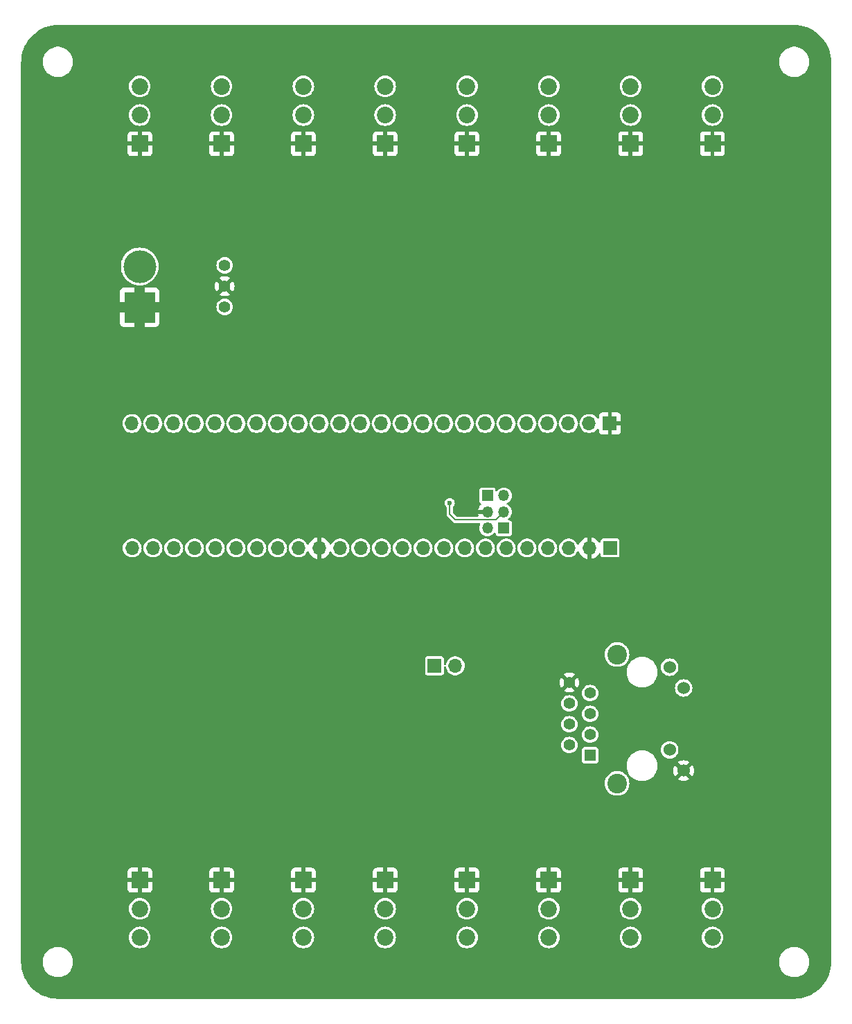
<source format=gbr>
%TF.GenerationSoftware,KiCad,Pcbnew,8.0.2*%
%TF.CreationDate,2024-08-24T20:41:20-05:00*%
%TF.ProjectId,ReceiverBoard,52656365-6976-4657-9242-6f6172642e6b,rev?*%
%TF.SameCoordinates,Original*%
%TF.FileFunction,Copper,L2,Bot*%
%TF.FilePolarity,Positive*%
%FSLAX46Y46*%
G04 Gerber Fmt 4.6, Leading zero omitted, Abs format (unit mm)*
G04 Created by KiCad (PCBNEW 8.0.2) date 2024-08-24 20:41:20*
%MOMM*%
%LPD*%
G01*
G04 APERTURE LIST*
%TA.AperFunction,ComponentPad*%
%ADD10R,2.025000X2.025000*%
%TD*%
%TA.AperFunction,ComponentPad*%
%ADD11C,2.025000*%
%TD*%
%TA.AperFunction,ComponentPad*%
%ADD12R,1.350000X1.350000*%
%TD*%
%TA.AperFunction,ComponentPad*%
%ADD13O,1.350000X1.350000*%
%TD*%
%TA.AperFunction,ComponentPad*%
%ADD14R,1.700000X1.700000*%
%TD*%
%TA.AperFunction,ComponentPad*%
%ADD15O,1.700000X1.700000*%
%TD*%
%TA.AperFunction,ComponentPad*%
%ADD16C,1.400000*%
%TD*%
%TA.AperFunction,ComponentPad*%
%ADD17R,3.800000X3.800000*%
%TD*%
%TA.AperFunction,ComponentPad*%
%ADD18C,4.000000*%
%TD*%
%TA.AperFunction,ComponentPad*%
%ADD19R,1.400000X1.400000*%
%TD*%
%TA.AperFunction,ComponentPad*%
%ADD20C,1.530000*%
%TD*%
%TA.AperFunction,ComponentPad*%
%ADD21C,2.400000*%
%TD*%
%TA.AperFunction,ViaPad*%
%ADD22C,0.600000*%
%TD*%
%TA.AperFunction,Conductor*%
%ADD23C,0.200000*%
%TD*%
G04 APERTURE END LIST*
D10*
%TO.P,J5,1,1*%
%TO.N,GND*%
X160000000Y-50000000D03*
D11*
%TO.P,J5,2,2*%
%TO.N,D0O*%
X160000000Y-46500000D03*
%TO.P,J5,3,3*%
%TO.N,+24V*%
X160000000Y-43000000D03*
%TD*%
D10*
%TO.P,J18,1,1*%
%TO.N,GND*%
X130000000Y-140000000D03*
D11*
%TO.P,J18,2,2*%
%TO.N,D12O*%
X130000000Y-143500000D03*
%TO.P,J18,3,3*%
%TO.N,+24V*%
X130000000Y-147000000D03*
%TD*%
D10*
%TO.P,J19,1,1*%
%TO.N,GND*%
X140000000Y-140000000D03*
D11*
%TO.P,J19,2,2*%
%TO.N,D13O*%
X140000000Y-143500000D03*
%TO.P,J19,3,3*%
%TO.N,+24V*%
X140000000Y-147000000D03*
%TD*%
D12*
%TO.P,J4,1,Pin_1*%
%TO.N,TX+*%
X132500000Y-93000000D03*
D13*
%TO.P,J4,2,Pin_2*%
%TO.N,GND*%
X132500000Y-95000000D03*
%TO.P,J4,3,Pin_3*%
%TO.N,RX-*%
X132500000Y-97000000D03*
%TD*%
D14*
%TO.P,JP1,1,A*%
%TO.N,+5V*%
X126025000Y-113800000D03*
D15*
%TO.P,JP1,2,B*%
%TO.N,+5Vs*%
X128565000Y-113800000D03*
%TD*%
D10*
%TO.P,J15,1,1*%
%TO.N,GND*%
X100000000Y-140000000D03*
D11*
%TO.P,J15,2,2*%
%TO.N,D9O*%
X100000000Y-143500000D03*
%TO.P,J15,3,3*%
%TO.N,+24V*%
X100000000Y-147000000D03*
%TD*%
D10*
%TO.P,J17,1,1*%
%TO.N,GND*%
X120000000Y-140000000D03*
D11*
%TO.P,J17,2,2*%
%TO.N,D11O*%
X120000000Y-143500000D03*
%TO.P,J17,3,3*%
%TO.N,+24V*%
X120000000Y-147000000D03*
%TD*%
D10*
%TO.P,J11,1,1*%
%TO.N,GND*%
X100000000Y-50000000D03*
D11*
%TO.P,J11,2,2*%
%TO.N,D6O*%
X100000000Y-46500000D03*
%TO.P,J11,3,3*%
%TO.N,+24V*%
X100000000Y-43000000D03*
%TD*%
D10*
%TO.P,J6,1,1*%
%TO.N,GND*%
X150000000Y-50000000D03*
D11*
%TO.P,J6,2,2*%
%TO.N,D1O*%
X150000000Y-46500000D03*
%TO.P,J6,3,3*%
%TO.N,+24V*%
X150000000Y-43000000D03*
%TD*%
D10*
%TO.P,J16,1,1*%
%TO.N,GND*%
X110000000Y-140000000D03*
D11*
%TO.P,J16,2,2*%
%TO.N,D10O*%
X110000000Y-143500000D03*
%TO.P,J16,3,3*%
%TO.N,+24V*%
X110000000Y-147000000D03*
%TD*%
D12*
%TO.P,J3,1,Pin_1*%
%TO.N,RX+*%
X134500000Y-97000000D03*
D13*
%TO.P,J3,2,Pin_2*%
%TO.N,ELED*%
X134500000Y-95000000D03*
%TO.P,J3,3,Pin_3*%
%TO.N,TX-*%
X134500000Y-93000000D03*
%TD*%
D16*
%TO.P,PS1,1,+VIN*%
%TO.N,+24V*%
X100375000Y-64870000D03*
%TO.P,PS1,2,GND*%
%TO.N,GND*%
X100375000Y-67410000D03*
%TO.P,PS1,3,+VOUT*%
%TO.N,+5V*%
X100375000Y-69950000D03*
%TD*%
D14*
%TO.P,J1,1,Pin_1*%
%TO.N,GND*%
X147465000Y-84200000D03*
D15*
%TO.P,J1,2,Pin_2*%
%TO.N,unconnected-(J1-Pin_2-Pad2)*%
X144925000Y-84200000D03*
%TO.P,J1,3,Pin_3*%
%TO.N,unconnected-(J1-Pin_3-Pad3)*%
X142385000Y-84200000D03*
%TO.P,J1,4,Pin_4*%
%TO.N,D0*%
X139845000Y-84200000D03*
%TO.P,J1,5,Pin_5*%
%TO.N,D1*%
X137305000Y-84200000D03*
%TO.P,J1,6,Pin_6*%
%TO.N,D2*%
X134765000Y-84200000D03*
%TO.P,J1,7,Pin_7*%
%TO.N,D3*%
X132225000Y-84200000D03*
%TO.P,J1,8,Pin_8*%
%TO.N,D4*%
X129685000Y-84200000D03*
%TO.P,J1,9,Pin_9*%
%TO.N,D5*%
X127145000Y-84200000D03*
%TO.P,J1,10,Pin_10*%
%TO.N,D6*%
X124605000Y-84200000D03*
%TO.P,J1,11,Pin_11*%
%TO.N,D7*%
X122065000Y-84200000D03*
%TO.P,J1,12,Pin_12*%
%TO.N,unconnected-(J1-Pin_12-Pad12)*%
X119525000Y-84200000D03*
%TO.P,J1,13,Pin_13*%
%TO.N,unconnected-(J1-Pin_13-Pad13)*%
X116985000Y-84200000D03*
%TO.P,J1,14,Pin_14*%
%TO.N,unconnected-(J1-Pin_14-Pad14)*%
X114445000Y-84200000D03*
%TO.P,J1,15,Pin_15*%
%TO.N,unconnected-(J1-Pin_15-Pad15)*%
X111905000Y-84200000D03*
%TO.P,J1,16,Pin_16*%
%TO.N,unconnected-(J1-Pin_16-Pad16)*%
X109365000Y-84200000D03*
%TO.P,J1,17,Pin_17*%
%TO.N,unconnected-(J1-Pin_17-Pad17)*%
X106825000Y-84200000D03*
%TO.P,J1,18,Pin_18*%
%TO.N,unconnected-(J1-Pin_18-Pad18)*%
X104285000Y-84200000D03*
%TO.P,J1,19,Pin_19*%
%TO.N,unconnected-(J1-Pin_19-Pad19)*%
X101745000Y-84200000D03*
%TO.P,J1,20,Pin_20*%
%TO.N,unconnected-(J1-Pin_20-Pad20)*%
X99205000Y-84200000D03*
%TO.P,J1,21,Pin_21*%
%TO.N,unconnected-(J1-Pin_21-Pad21)*%
X96665000Y-84200000D03*
%TO.P,J1,22,Pin_22*%
%TO.N,unconnected-(J1-Pin_22-Pad22)*%
X94125000Y-84200000D03*
%TO.P,J1,23,Pin_23*%
%TO.N,unconnected-(J1-Pin_23-Pad23)*%
X91585000Y-84200000D03*
%TO.P,J1,24,Pin_24*%
%TO.N,unconnected-(J1-Pin_24-Pad24)*%
X89045000Y-84200000D03*
%TD*%
D17*
%TO.P,J13,1,Pin_1*%
%TO.N,GND*%
X90000000Y-70000000D03*
D18*
%TO.P,J13,2,Pin_2*%
%TO.N,+24V*%
X90000000Y-65000000D03*
%TD*%
D14*
%TO.P,J2,1,Pin_1*%
%TO.N,+5Vs*%
X147500000Y-99400000D03*
D15*
%TO.P,J2,2,Pin_2*%
%TO.N,GND*%
X144960000Y-99400000D03*
%TO.P,J2,3,Pin_3*%
%TO.N,unconnected-(J2-Pin_3-Pad3)*%
X142420000Y-99400000D03*
%TO.P,J2,4,Pin_4*%
%TO.N,D15*%
X139880000Y-99400000D03*
%TO.P,J2,5,Pin_5*%
%TO.N,D14*%
X137340000Y-99400000D03*
%TO.P,J2,6,Pin_6*%
%TO.N,unconnected-(J2-Pin_6-Pad6)*%
X134800000Y-99400000D03*
%TO.P,J2,7,Pin_7*%
%TO.N,unconnected-(J2-Pin_7-Pad7)*%
X132260000Y-99400000D03*
%TO.P,J2,8,Pin_8*%
%TO.N,D13*%
X129720000Y-99400000D03*
%TO.P,J2,9,Pin_9*%
%TO.N,D12*%
X127180000Y-99400000D03*
%TO.P,J2,10,Pin_10*%
%TO.N,unconnected-(J2-Pin_10-Pad10)*%
X124640000Y-99400000D03*
%TO.P,J2,11,Pin_11*%
%TO.N,unconnected-(J2-Pin_11-Pad11)*%
X122100000Y-99400000D03*
%TO.P,J2,12,Pin_12*%
%TO.N,D11*%
X119560000Y-99400000D03*
%TO.P,J2,13,Pin_13*%
%TO.N,D10*%
X117020000Y-99400000D03*
%TO.P,J2,14,Pin_14*%
%TO.N,unconnected-(J2-Pin_14-Pad14)*%
X114480000Y-99400000D03*
%TO.P,J2,15,Pin_15*%
%TO.N,GND*%
X111940000Y-99400000D03*
%TO.P,J2,16,Pin_16*%
%TO.N,unconnected-(J2-Pin_16-Pad16)*%
X109400000Y-99400000D03*
%TO.P,J2,17,Pin_17*%
%TO.N,unconnected-(J2-Pin_17-Pad17)*%
X106860000Y-99400000D03*
%TO.P,J2,18,Pin_18*%
%TO.N,unconnected-(J2-Pin_18-Pad18)*%
X104320000Y-99400000D03*
%TO.P,J2,19,Pin_19*%
%TO.N,unconnected-(J2-Pin_19-Pad19)*%
X101780000Y-99400000D03*
%TO.P,J2,20,Pin_20*%
%TO.N,D9*%
X99240000Y-99400000D03*
%TO.P,J2,21,Pin_21*%
%TO.N,D8*%
X96700000Y-99400000D03*
%TO.P,J2,22,Pin_22*%
%TO.N,unconnected-(J2-Pin_22-Pad22)*%
X94160000Y-99400000D03*
%TO.P,J2,23,Pin_23*%
%TO.N,unconnected-(J2-Pin_23-Pad23)*%
X91620000Y-99400000D03*
%TO.P,J2,24,Pin_24*%
%TO.N,unconnected-(J2-Pin_24-Pad24)*%
X89080000Y-99400000D03*
%TD*%
D19*
%TO.P,J22,1,TD+*%
%TO.N,TX+*%
X145050000Y-124745000D03*
D16*
%TO.P,J22,2,TCT*%
%TO.N,Net-(J22-RCT)*%
X142510000Y-123475000D03*
%TO.P,J22,3,TD-*%
%TO.N,TX-*%
X145050000Y-122205000D03*
%TO.P,J22,4,RD+*%
%TO.N,RX+*%
X142510000Y-120935000D03*
%TO.P,J22,5,RCT*%
%TO.N,Net-(J22-RCT)*%
X145050000Y-119665000D03*
%TO.P,J22,6,RD-*%
%TO.N,RX-*%
X142510000Y-118395000D03*
%TO.P,J22,7,NC*%
%TO.N,unconnected-(J22-NC-Pad7)*%
X145050000Y-117125000D03*
%TO.P,J22,8,GND*%
%TO.N,GND*%
X142510000Y-115855000D03*
D20*
%TO.P,J22,9,GLED-*%
X156480000Y-126625000D03*
%TO.P,J22,10,GLED+*%
%TO.N,ELED*%
X154780000Y-124085000D03*
%TO.P,J22,11,OLED-*%
%TO.N,unconnected-(J22-OLED--Pad11)*%
X156480000Y-116515000D03*
%TO.P,J22,12,OLED+*%
%TO.N,unconnected-(J22-OLED+-Pad12)*%
X154780000Y-113975000D03*
D21*
%TO.P,J22,13*%
%TO.N,N/C*%
X148350000Y-128175000D03*
%TO.P,J22,14*%
X148350000Y-112425000D03*
%TD*%
D10*
%TO.P,J10,1,1*%
%TO.N,GND*%
X110000000Y-50000000D03*
D11*
%TO.P,J10,2,2*%
%TO.N,D5O*%
X110000000Y-46500000D03*
%TO.P,J10,3,3*%
%TO.N,+24V*%
X110000000Y-43000000D03*
%TD*%
D10*
%TO.P,J7,1,1*%
%TO.N,GND*%
X140000000Y-50000000D03*
D11*
%TO.P,J7,2,2*%
%TO.N,D2O*%
X140000000Y-46500000D03*
%TO.P,J7,3,3*%
%TO.N,+24V*%
X140000000Y-43000000D03*
%TD*%
D10*
%TO.P,J14,1,1*%
%TO.N,GND*%
X90000000Y-140000000D03*
D11*
%TO.P,J14,2,2*%
%TO.N,D8O*%
X90000000Y-143500000D03*
%TO.P,J14,3,3*%
%TO.N,+24V*%
X90000000Y-147000000D03*
%TD*%
D10*
%TO.P,J20,1,1*%
%TO.N,GND*%
X150000000Y-140000000D03*
D11*
%TO.P,J20,2,2*%
%TO.N,D14O*%
X150000000Y-143500000D03*
%TO.P,J20,3,3*%
%TO.N,+24V*%
X150000000Y-147000000D03*
%TD*%
D10*
%TO.P,J12,1,1*%
%TO.N,GND*%
X90000000Y-50000000D03*
D11*
%TO.P,J12,2,2*%
%TO.N,D7O*%
X90000000Y-46500000D03*
%TO.P,J12,3,3*%
%TO.N,+24V*%
X90000000Y-43000000D03*
%TD*%
D10*
%TO.P,J21,1,1*%
%TO.N,GND*%
X160000000Y-140000000D03*
D11*
%TO.P,J21,2,2*%
%TO.N,D15O*%
X160000000Y-143500000D03*
%TO.P,J21,3,3*%
%TO.N,+24V*%
X160000000Y-147000000D03*
%TD*%
D10*
%TO.P,J9,1,1*%
%TO.N,GND*%
X120000000Y-50000000D03*
D11*
%TO.P,J9,2,2*%
%TO.N,D4O*%
X120000000Y-46500000D03*
%TO.P,J9,3,3*%
%TO.N,+24V*%
X120000000Y-43000000D03*
%TD*%
D10*
%TO.P,J8,1,1*%
%TO.N,GND*%
X130000000Y-50000000D03*
D11*
%TO.P,J8,2,2*%
%TO.N,D3O*%
X130000000Y-46500000D03*
%TO.P,J8,3,3*%
%TO.N,+24V*%
X130000000Y-43000000D03*
%TD*%
D22*
%TO.N,GND*%
X105500000Y-111500000D03*
X105500000Y-110250000D03*
X129500000Y-74250000D03*
X129500000Y-75750000D03*
X112400000Y-115300000D03*
X133400000Y-120300000D03*
X119337500Y-114500000D03*
X120500000Y-74800000D03*
X111300000Y-115300000D03*
X122100000Y-70900000D03*
X119500000Y-74800000D03*
X123500000Y-70900000D03*
X133400002Y-121500000D03*
X119337500Y-113100000D03*
%TO.N,ELED*%
X127900000Y-93900000D03*
%TD*%
D23*
%TO.N,ELED*%
X127900000Y-95300000D02*
X127900000Y-93900000D01*
X134500000Y-95000000D02*
X133525000Y-95975000D01*
X128575000Y-95975000D02*
X127900000Y-95300000D01*
X133525000Y-95975000D02*
X128575000Y-95975000D01*
%TD*%
%TA.AperFunction,Conductor*%
%TO.N,GND*%
G36*
X89117731Y-67129937D02*
G01*
X89117736Y-67129939D01*
X89117748Y-67129945D01*
X89403309Y-67226880D01*
X89603251Y-67266651D01*
X89699069Y-67285711D01*
X89699070Y-67285711D01*
X89699080Y-67285713D01*
X90000000Y-67305436D01*
X90300920Y-67285713D01*
X90596691Y-67226880D01*
X90882252Y-67129945D01*
X91145755Y-67000000D01*
X94000000Y-67000000D01*
X94000000Y-74000000D01*
X86000000Y-74000000D01*
X86000000Y-68052155D01*
X87600000Y-68052155D01*
X87600000Y-69375000D01*
X88803313Y-69375000D01*
X88748906Y-69481780D01*
X88683242Y-69683874D01*
X88650000Y-69893753D01*
X88650000Y-70106247D01*
X88683242Y-70316126D01*
X88748906Y-70518220D01*
X88803313Y-70625000D01*
X87600000Y-70625000D01*
X87600000Y-71947844D01*
X87606401Y-72007372D01*
X87606403Y-72007379D01*
X87656645Y-72142086D01*
X87656649Y-72142093D01*
X87742809Y-72257187D01*
X87742812Y-72257190D01*
X87857906Y-72343350D01*
X87857913Y-72343354D01*
X87992620Y-72393596D01*
X87992627Y-72393598D01*
X88052155Y-72399999D01*
X88052172Y-72400000D01*
X89375000Y-72400000D01*
X89375000Y-71196686D01*
X89481780Y-71251094D01*
X89683874Y-71316758D01*
X89893753Y-71350000D01*
X90106247Y-71350000D01*
X90316126Y-71316758D01*
X90518220Y-71251094D01*
X90625000Y-71196686D01*
X90625000Y-72400000D01*
X91947828Y-72400000D01*
X91947844Y-72399999D01*
X92007372Y-72393598D01*
X92007379Y-72393596D01*
X92142086Y-72343354D01*
X92142093Y-72343350D01*
X92257187Y-72257190D01*
X92257190Y-72257187D01*
X92343350Y-72142093D01*
X92343354Y-72142086D01*
X92393596Y-72007379D01*
X92393598Y-72007372D01*
X92399999Y-71947844D01*
X92400000Y-71947827D01*
X92400000Y-70625000D01*
X91196687Y-70625000D01*
X91251094Y-70518220D01*
X91316758Y-70316126D01*
X91350000Y-70106247D01*
X91350000Y-69893753D01*
X91316758Y-69683874D01*
X91251094Y-69481780D01*
X91196687Y-69375000D01*
X92400000Y-69375000D01*
X92400000Y-68052172D01*
X92399999Y-68052155D01*
X92393598Y-67992627D01*
X92393596Y-67992620D01*
X92343354Y-67857913D01*
X92343350Y-67857906D01*
X92257190Y-67742812D01*
X92257187Y-67742809D01*
X92142093Y-67656649D01*
X92142086Y-67656645D01*
X92007379Y-67606403D01*
X92007372Y-67606401D01*
X91947844Y-67600000D01*
X90625000Y-67600000D01*
X90625000Y-68803313D01*
X90518220Y-68748906D01*
X90316126Y-68683242D01*
X90106247Y-68650000D01*
X89893753Y-68650000D01*
X89683874Y-68683242D01*
X89481780Y-68748906D01*
X89375000Y-68803313D01*
X89375000Y-67600000D01*
X88052155Y-67600000D01*
X87992627Y-67606401D01*
X87992620Y-67606403D01*
X87857913Y-67656645D01*
X87857906Y-67656649D01*
X87742812Y-67742809D01*
X87742809Y-67742812D01*
X87656649Y-67857906D01*
X87656645Y-67857913D01*
X87606403Y-67992620D01*
X87606401Y-67992627D01*
X87600000Y-68052155D01*
X86000000Y-68052155D01*
X86000000Y-67000000D01*
X88854245Y-67000000D01*
X89117731Y-67129937D01*
G37*
%TD.AperFunction*%
%TD*%
%TA.AperFunction,Conductor*%
%TO.N,GND*%
G36*
X170002702Y-35500617D02*
G01*
X170386771Y-35517386D01*
X170397506Y-35518326D01*
X170775971Y-35568152D01*
X170786597Y-35570025D01*
X171159284Y-35652648D01*
X171169710Y-35655442D01*
X171533765Y-35770227D01*
X171543911Y-35773920D01*
X171896578Y-35920000D01*
X171906369Y-35924566D01*
X172244942Y-36100816D01*
X172254310Y-36106224D01*
X172576244Y-36311318D01*
X172585105Y-36317523D01*
X172887930Y-36549889D01*
X172896217Y-36556843D01*
X173177635Y-36814715D01*
X173185284Y-36822364D01*
X173443156Y-37103782D01*
X173450110Y-37112069D01*
X173682476Y-37414894D01*
X173688681Y-37423755D01*
X173893775Y-37745689D01*
X173899183Y-37755057D01*
X174075430Y-38093623D01*
X174080002Y-38103427D01*
X174226075Y-38456078D01*
X174229775Y-38466244D01*
X174344554Y-38830278D01*
X174347354Y-38840727D01*
X174429971Y-39213389D01*
X174431849Y-39224042D01*
X174481671Y-39602473D01*
X174482614Y-39613249D01*
X174499382Y-39997297D01*
X174499500Y-40002706D01*
X174499500Y-149997293D01*
X174499382Y-150002702D01*
X174482614Y-150386750D01*
X174481671Y-150397526D01*
X174431849Y-150775957D01*
X174429971Y-150786610D01*
X174347354Y-151159272D01*
X174344554Y-151169721D01*
X174229775Y-151533755D01*
X174226075Y-151543921D01*
X174080002Y-151896572D01*
X174075430Y-151906376D01*
X173899183Y-152244942D01*
X173893775Y-152254310D01*
X173688681Y-152576244D01*
X173682476Y-152585105D01*
X173450110Y-152887930D01*
X173443156Y-152896217D01*
X173185284Y-153177635D01*
X173177635Y-153185284D01*
X172896217Y-153443156D01*
X172887930Y-153450110D01*
X172585105Y-153682476D01*
X172576244Y-153688681D01*
X172254310Y-153893775D01*
X172244942Y-153899183D01*
X171906376Y-154075430D01*
X171896572Y-154080002D01*
X171543921Y-154226075D01*
X171533755Y-154229775D01*
X171169721Y-154344554D01*
X171159272Y-154347354D01*
X170786610Y-154429971D01*
X170775957Y-154431849D01*
X170397526Y-154481671D01*
X170386750Y-154482614D01*
X170002703Y-154499382D01*
X169997294Y-154499500D01*
X80002706Y-154499500D01*
X79997297Y-154499382D01*
X79613249Y-154482614D01*
X79602473Y-154481671D01*
X79224042Y-154431849D01*
X79213389Y-154429971D01*
X78840727Y-154347354D01*
X78830278Y-154344554D01*
X78466244Y-154229775D01*
X78456078Y-154226075D01*
X78103427Y-154080002D01*
X78093623Y-154075430D01*
X77755057Y-153899183D01*
X77745689Y-153893775D01*
X77423755Y-153688681D01*
X77414894Y-153682476D01*
X77112069Y-153450110D01*
X77103782Y-153443156D01*
X76822364Y-153185284D01*
X76814715Y-153177635D01*
X76556843Y-152896217D01*
X76549889Y-152887930D01*
X76317523Y-152585105D01*
X76311318Y-152576244D01*
X76106224Y-152254310D01*
X76100816Y-152244942D01*
X75924569Y-151906376D01*
X75919997Y-151896572D01*
X75773920Y-151543911D01*
X75770224Y-151533755D01*
X75655442Y-151169710D01*
X75652648Y-151159284D01*
X75570025Y-150786597D01*
X75568152Y-150775971D01*
X75518326Y-150397506D01*
X75517386Y-150386771D01*
X75500618Y-150002702D01*
X75500500Y-149997293D01*
X75500500Y-149878711D01*
X78149500Y-149878711D01*
X78149500Y-150121288D01*
X78181161Y-150361785D01*
X78243947Y-150596104D01*
X78336773Y-150820205D01*
X78336776Y-150820212D01*
X78458064Y-151030289D01*
X78458066Y-151030292D01*
X78458067Y-151030293D01*
X78605733Y-151222736D01*
X78605739Y-151222743D01*
X78777256Y-151394260D01*
X78777262Y-151394265D01*
X78969711Y-151541936D01*
X79179788Y-151663224D01*
X79403900Y-151756054D01*
X79638211Y-151818838D01*
X79818586Y-151842584D01*
X79878711Y-151850500D01*
X79878712Y-151850500D01*
X80121289Y-151850500D01*
X80169388Y-151844167D01*
X80361789Y-151818838D01*
X80596100Y-151756054D01*
X80820212Y-151663224D01*
X81030289Y-151541936D01*
X81222738Y-151394265D01*
X81394265Y-151222738D01*
X81541936Y-151030289D01*
X81663224Y-150820212D01*
X81756054Y-150596100D01*
X81818838Y-150361789D01*
X81850500Y-150121288D01*
X81850500Y-149878712D01*
X81850500Y-149878711D01*
X168149500Y-149878711D01*
X168149500Y-150121288D01*
X168181161Y-150361785D01*
X168243947Y-150596104D01*
X168336773Y-150820205D01*
X168336776Y-150820212D01*
X168458064Y-151030289D01*
X168458066Y-151030292D01*
X168458067Y-151030293D01*
X168605733Y-151222736D01*
X168605739Y-151222743D01*
X168777256Y-151394260D01*
X168777262Y-151394265D01*
X168969711Y-151541936D01*
X169179788Y-151663224D01*
X169403900Y-151756054D01*
X169638211Y-151818838D01*
X169818586Y-151842584D01*
X169878711Y-151850500D01*
X169878712Y-151850500D01*
X170121289Y-151850500D01*
X170169388Y-151844167D01*
X170361789Y-151818838D01*
X170596100Y-151756054D01*
X170820212Y-151663224D01*
X171030289Y-151541936D01*
X171222738Y-151394265D01*
X171394265Y-151222738D01*
X171541936Y-151030289D01*
X171663224Y-150820212D01*
X171756054Y-150596100D01*
X171818838Y-150361789D01*
X171850500Y-150121288D01*
X171850500Y-149878712D01*
X171818838Y-149638211D01*
X171756054Y-149403900D01*
X171663224Y-149179788D01*
X171541936Y-148969711D01*
X171394265Y-148777262D01*
X171394260Y-148777256D01*
X171222743Y-148605739D01*
X171222736Y-148605733D01*
X171030293Y-148458067D01*
X171030292Y-148458066D01*
X171030289Y-148458064D01*
X170820212Y-148336776D01*
X170774919Y-148318015D01*
X170596104Y-148243947D01*
X170361785Y-148181161D01*
X170121289Y-148149500D01*
X170121288Y-148149500D01*
X169878712Y-148149500D01*
X169878711Y-148149500D01*
X169638214Y-148181161D01*
X169403895Y-148243947D01*
X169179794Y-148336773D01*
X169179785Y-148336777D01*
X168969706Y-148458067D01*
X168777263Y-148605733D01*
X168777256Y-148605739D01*
X168605739Y-148777256D01*
X168605733Y-148777263D01*
X168458067Y-148969706D01*
X168336777Y-149179785D01*
X168336773Y-149179794D01*
X168243947Y-149403895D01*
X168181161Y-149638214D01*
X168149500Y-149878711D01*
X81850500Y-149878711D01*
X81818838Y-149638211D01*
X81756054Y-149403900D01*
X81663224Y-149179788D01*
X81541936Y-148969711D01*
X81394265Y-148777262D01*
X81394260Y-148777256D01*
X81222743Y-148605739D01*
X81222736Y-148605733D01*
X81030293Y-148458067D01*
X81030292Y-148458066D01*
X81030289Y-148458064D01*
X80820212Y-148336776D01*
X80774919Y-148318015D01*
X80596104Y-148243947D01*
X80361785Y-148181161D01*
X80121289Y-148149500D01*
X80121288Y-148149500D01*
X79878712Y-148149500D01*
X79878711Y-148149500D01*
X79638214Y-148181161D01*
X79403895Y-148243947D01*
X79179794Y-148336773D01*
X79179785Y-148336777D01*
X78969706Y-148458067D01*
X78777263Y-148605733D01*
X78777256Y-148605739D01*
X78605739Y-148777256D01*
X78605733Y-148777263D01*
X78458067Y-148969706D01*
X78336777Y-149179785D01*
X78336773Y-149179794D01*
X78243947Y-149403895D01*
X78181161Y-149638214D01*
X78149500Y-149878711D01*
X75500500Y-149878711D01*
X75500500Y-146999999D01*
X88681985Y-146999999D01*
X88681985Y-147000000D01*
X88702008Y-147228866D01*
X88702010Y-147228876D01*
X88761468Y-147450780D01*
X88761470Y-147450784D01*
X88761471Y-147450788D01*
X88858566Y-147659008D01*
X88858568Y-147659012D01*
X88990342Y-147847205D01*
X89152794Y-148009657D01*
X89340987Y-148141431D01*
X89340989Y-148141432D01*
X89340992Y-148141434D01*
X89549212Y-148238529D01*
X89549218Y-148238530D01*
X89549219Y-148238531D01*
X89569432Y-148243947D01*
X89771129Y-148297991D01*
X89954225Y-148314010D01*
X89999999Y-148318015D01*
X90000000Y-148318015D01*
X90000001Y-148318015D01*
X90038145Y-148314677D01*
X90228871Y-148297991D01*
X90450788Y-148238529D01*
X90659008Y-148141434D01*
X90847204Y-148009658D01*
X91009658Y-147847204D01*
X91141434Y-147659008D01*
X91238529Y-147450788D01*
X91297991Y-147228871D01*
X91318015Y-147000000D01*
X91318015Y-146999999D01*
X98681985Y-146999999D01*
X98681985Y-147000000D01*
X98702008Y-147228866D01*
X98702010Y-147228876D01*
X98761468Y-147450780D01*
X98761470Y-147450784D01*
X98761471Y-147450788D01*
X98858566Y-147659008D01*
X98858568Y-147659012D01*
X98990342Y-147847205D01*
X99152794Y-148009657D01*
X99340987Y-148141431D01*
X99340989Y-148141432D01*
X99340992Y-148141434D01*
X99549212Y-148238529D01*
X99549218Y-148238530D01*
X99549219Y-148238531D01*
X99569432Y-148243947D01*
X99771129Y-148297991D01*
X99954225Y-148314010D01*
X99999999Y-148318015D01*
X100000000Y-148318015D01*
X100000001Y-148318015D01*
X100038145Y-148314677D01*
X100228871Y-148297991D01*
X100450788Y-148238529D01*
X100659008Y-148141434D01*
X100847204Y-148009658D01*
X101009658Y-147847204D01*
X101141434Y-147659008D01*
X101238529Y-147450788D01*
X101297991Y-147228871D01*
X101318015Y-147000000D01*
X101318015Y-146999999D01*
X108681985Y-146999999D01*
X108681985Y-147000000D01*
X108702008Y-147228866D01*
X108702010Y-147228876D01*
X108761468Y-147450780D01*
X108761470Y-147450784D01*
X108761471Y-147450788D01*
X108858566Y-147659008D01*
X108858568Y-147659012D01*
X108990342Y-147847205D01*
X109152794Y-148009657D01*
X109340987Y-148141431D01*
X109340989Y-148141432D01*
X109340992Y-148141434D01*
X109549212Y-148238529D01*
X109549218Y-148238530D01*
X109549219Y-148238531D01*
X109569432Y-148243947D01*
X109771129Y-148297991D01*
X109954225Y-148314010D01*
X109999999Y-148318015D01*
X110000000Y-148318015D01*
X110000001Y-148318015D01*
X110038145Y-148314677D01*
X110228871Y-148297991D01*
X110450788Y-148238529D01*
X110659008Y-148141434D01*
X110847204Y-148009658D01*
X111009658Y-147847204D01*
X111141434Y-147659008D01*
X111238529Y-147450788D01*
X111297991Y-147228871D01*
X111318015Y-147000000D01*
X111318015Y-146999999D01*
X118681985Y-146999999D01*
X118681985Y-147000000D01*
X118702008Y-147228866D01*
X118702010Y-147228876D01*
X118761468Y-147450780D01*
X118761470Y-147450784D01*
X118761471Y-147450788D01*
X118858566Y-147659008D01*
X118858568Y-147659012D01*
X118990342Y-147847205D01*
X119152794Y-148009657D01*
X119340987Y-148141431D01*
X119340989Y-148141432D01*
X119340992Y-148141434D01*
X119549212Y-148238529D01*
X119549218Y-148238530D01*
X119549219Y-148238531D01*
X119569432Y-148243947D01*
X119771129Y-148297991D01*
X119954225Y-148314010D01*
X119999999Y-148318015D01*
X120000000Y-148318015D01*
X120000001Y-148318015D01*
X120038145Y-148314677D01*
X120228871Y-148297991D01*
X120450788Y-148238529D01*
X120659008Y-148141434D01*
X120847204Y-148009658D01*
X121009658Y-147847204D01*
X121141434Y-147659008D01*
X121238529Y-147450788D01*
X121297991Y-147228871D01*
X121318015Y-147000000D01*
X121318015Y-146999999D01*
X128681985Y-146999999D01*
X128681985Y-147000000D01*
X128702008Y-147228866D01*
X128702010Y-147228876D01*
X128761468Y-147450780D01*
X128761470Y-147450784D01*
X128761471Y-147450788D01*
X128858566Y-147659008D01*
X128858568Y-147659012D01*
X128990342Y-147847205D01*
X129152794Y-148009657D01*
X129340987Y-148141431D01*
X129340989Y-148141432D01*
X129340992Y-148141434D01*
X129549212Y-148238529D01*
X129549218Y-148238530D01*
X129549219Y-148238531D01*
X129569432Y-148243947D01*
X129771129Y-148297991D01*
X129954225Y-148314010D01*
X129999999Y-148318015D01*
X130000000Y-148318015D01*
X130000001Y-148318015D01*
X130038145Y-148314677D01*
X130228871Y-148297991D01*
X130450788Y-148238529D01*
X130659008Y-148141434D01*
X130847204Y-148009658D01*
X131009658Y-147847204D01*
X131141434Y-147659008D01*
X131238529Y-147450788D01*
X131297991Y-147228871D01*
X131318015Y-147000000D01*
X131318015Y-146999999D01*
X138681985Y-146999999D01*
X138681985Y-147000000D01*
X138702008Y-147228866D01*
X138702010Y-147228876D01*
X138761468Y-147450780D01*
X138761470Y-147450784D01*
X138761471Y-147450788D01*
X138858566Y-147659008D01*
X138858568Y-147659012D01*
X138990342Y-147847205D01*
X139152794Y-148009657D01*
X139340987Y-148141431D01*
X139340989Y-148141432D01*
X139340992Y-148141434D01*
X139549212Y-148238529D01*
X139549218Y-148238530D01*
X139549219Y-148238531D01*
X139569432Y-148243947D01*
X139771129Y-148297991D01*
X139954225Y-148314010D01*
X139999999Y-148318015D01*
X140000000Y-148318015D01*
X140000001Y-148318015D01*
X140038145Y-148314677D01*
X140228871Y-148297991D01*
X140450788Y-148238529D01*
X140659008Y-148141434D01*
X140847204Y-148009658D01*
X141009658Y-147847204D01*
X141141434Y-147659008D01*
X141238529Y-147450788D01*
X141297991Y-147228871D01*
X141318015Y-147000000D01*
X141318015Y-146999999D01*
X148681985Y-146999999D01*
X148681985Y-147000000D01*
X148702008Y-147228866D01*
X148702010Y-147228876D01*
X148761468Y-147450780D01*
X148761470Y-147450784D01*
X148761471Y-147450788D01*
X148858566Y-147659008D01*
X148858568Y-147659012D01*
X148990342Y-147847205D01*
X149152794Y-148009657D01*
X149340987Y-148141431D01*
X149340989Y-148141432D01*
X149340992Y-148141434D01*
X149549212Y-148238529D01*
X149549218Y-148238530D01*
X149549219Y-148238531D01*
X149569432Y-148243947D01*
X149771129Y-148297991D01*
X149954225Y-148314010D01*
X149999999Y-148318015D01*
X150000000Y-148318015D01*
X150000001Y-148318015D01*
X150038145Y-148314677D01*
X150228871Y-148297991D01*
X150450788Y-148238529D01*
X150659008Y-148141434D01*
X150847204Y-148009658D01*
X151009658Y-147847204D01*
X151141434Y-147659008D01*
X151238529Y-147450788D01*
X151297991Y-147228871D01*
X151318015Y-147000000D01*
X151318015Y-146999999D01*
X158681985Y-146999999D01*
X158681985Y-147000000D01*
X158702008Y-147228866D01*
X158702010Y-147228876D01*
X158761468Y-147450780D01*
X158761470Y-147450784D01*
X158761471Y-147450788D01*
X158858566Y-147659008D01*
X158858568Y-147659012D01*
X158990342Y-147847205D01*
X159152794Y-148009657D01*
X159340987Y-148141431D01*
X159340989Y-148141432D01*
X159340992Y-148141434D01*
X159549212Y-148238529D01*
X159549218Y-148238530D01*
X159549219Y-148238531D01*
X159569432Y-148243947D01*
X159771129Y-148297991D01*
X159954225Y-148314010D01*
X159999999Y-148318015D01*
X160000000Y-148318015D01*
X160000001Y-148318015D01*
X160038145Y-148314677D01*
X160228871Y-148297991D01*
X160450788Y-148238529D01*
X160659008Y-148141434D01*
X160847204Y-148009658D01*
X161009658Y-147847204D01*
X161141434Y-147659008D01*
X161238529Y-147450788D01*
X161297991Y-147228871D01*
X161318015Y-147000000D01*
X161297991Y-146771129D01*
X161238529Y-146549212D01*
X161141434Y-146340993D01*
X161009658Y-146152796D01*
X161009656Y-146152793D01*
X160847205Y-145990342D01*
X160659012Y-145858568D01*
X160659008Y-145858566D01*
X160659004Y-145858564D01*
X160450788Y-145761471D01*
X160450784Y-145761470D01*
X160450780Y-145761468D01*
X160228876Y-145702010D01*
X160228866Y-145702008D01*
X160000001Y-145681985D01*
X159999999Y-145681985D01*
X159771133Y-145702008D01*
X159771123Y-145702010D01*
X159549219Y-145761468D01*
X159549210Y-145761472D01*
X159340995Y-145858564D01*
X159152793Y-145990343D01*
X158990343Y-146152793D01*
X158858564Y-146340995D01*
X158761472Y-146549210D01*
X158761468Y-146549219D01*
X158702010Y-146771123D01*
X158702008Y-146771133D01*
X158681985Y-146999999D01*
X151318015Y-146999999D01*
X151297991Y-146771129D01*
X151238529Y-146549212D01*
X151141434Y-146340993D01*
X151009658Y-146152796D01*
X151009656Y-146152793D01*
X150847205Y-145990342D01*
X150659012Y-145858568D01*
X150659008Y-145858566D01*
X150659004Y-145858564D01*
X150450788Y-145761471D01*
X150450784Y-145761470D01*
X150450780Y-145761468D01*
X150228876Y-145702010D01*
X150228866Y-145702008D01*
X150000001Y-145681985D01*
X149999999Y-145681985D01*
X149771133Y-145702008D01*
X149771123Y-145702010D01*
X149549219Y-145761468D01*
X149549210Y-145761472D01*
X149340995Y-145858564D01*
X149152793Y-145990343D01*
X148990343Y-146152793D01*
X148858564Y-146340995D01*
X148761472Y-146549210D01*
X148761468Y-146549219D01*
X148702010Y-146771123D01*
X148702008Y-146771133D01*
X148681985Y-146999999D01*
X141318015Y-146999999D01*
X141297991Y-146771129D01*
X141238529Y-146549212D01*
X141141434Y-146340993D01*
X141009658Y-146152796D01*
X141009656Y-146152793D01*
X140847205Y-145990342D01*
X140659012Y-145858568D01*
X140659008Y-145858566D01*
X140659004Y-145858564D01*
X140450788Y-145761471D01*
X140450784Y-145761470D01*
X140450780Y-145761468D01*
X140228876Y-145702010D01*
X140228866Y-145702008D01*
X140000001Y-145681985D01*
X139999999Y-145681985D01*
X139771133Y-145702008D01*
X139771123Y-145702010D01*
X139549219Y-145761468D01*
X139549210Y-145761472D01*
X139340995Y-145858564D01*
X139152793Y-145990343D01*
X138990343Y-146152793D01*
X138858564Y-146340995D01*
X138761472Y-146549210D01*
X138761468Y-146549219D01*
X138702010Y-146771123D01*
X138702008Y-146771133D01*
X138681985Y-146999999D01*
X131318015Y-146999999D01*
X131297991Y-146771129D01*
X131238529Y-146549212D01*
X131141434Y-146340993D01*
X131009658Y-146152796D01*
X131009656Y-146152793D01*
X130847205Y-145990342D01*
X130659012Y-145858568D01*
X130659008Y-145858566D01*
X130659004Y-145858564D01*
X130450788Y-145761471D01*
X130450784Y-145761470D01*
X130450780Y-145761468D01*
X130228876Y-145702010D01*
X130228866Y-145702008D01*
X130000001Y-145681985D01*
X129999999Y-145681985D01*
X129771133Y-145702008D01*
X129771123Y-145702010D01*
X129549219Y-145761468D01*
X129549210Y-145761472D01*
X129340995Y-145858564D01*
X129152793Y-145990343D01*
X128990343Y-146152793D01*
X128858564Y-146340995D01*
X128761472Y-146549210D01*
X128761468Y-146549219D01*
X128702010Y-146771123D01*
X128702008Y-146771133D01*
X128681985Y-146999999D01*
X121318015Y-146999999D01*
X121297991Y-146771129D01*
X121238529Y-146549212D01*
X121141434Y-146340993D01*
X121009658Y-146152796D01*
X121009656Y-146152793D01*
X120847205Y-145990342D01*
X120659012Y-145858568D01*
X120659008Y-145858566D01*
X120659004Y-145858564D01*
X120450788Y-145761471D01*
X120450784Y-145761470D01*
X120450780Y-145761468D01*
X120228876Y-145702010D01*
X120228866Y-145702008D01*
X120000001Y-145681985D01*
X119999999Y-145681985D01*
X119771133Y-145702008D01*
X119771123Y-145702010D01*
X119549219Y-145761468D01*
X119549210Y-145761472D01*
X119340995Y-145858564D01*
X119152793Y-145990343D01*
X118990343Y-146152793D01*
X118858564Y-146340995D01*
X118761472Y-146549210D01*
X118761468Y-146549219D01*
X118702010Y-146771123D01*
X118702008Y-146771133D01*
X118681985Y-146999999D01*
X111318015Y-146999999D01*
X111297991Y-146771129D01*
X111238529Y-146549212D01*
X111141434Y-146340993D01*
X111009658Y-146152796D01*
X111009656Y-146152793D01*
X110847205Y-145990342D01*
X110659012Y-145858568D01*
X110659008Y-145858566D01*
X110659004Y-145858564D01*
X110450788Y-145761471D01*
X110450784Y-145761470D01*
X110450780Y-145761468D01*
X110228876Y-145702010D01*
X110228866Y-145702008D01*
X110000001Y-145681985D01*
X109999999Y-145681985D01*
X109771133Y-145702008D01*
X109771123Y-145702010D01*
X109549219Y-145761468D01*
X109549210Y-145761472D01*
X109340995Y-145858564D01*
X109152793Y-145990343D01*
X108990343Y-146152793D01*
X108858564Y-146340995D01*
X108761472Y-146549210D01*
X108761468Y-146549219D01*
X108702010Y-146771123D01*
X108702008Y-146771133D01*
X108681985Y-146999999D01*
X101318015Y-146999999D01*
X101297991Y-146771129D01*
X101238529Y-146549212D01*
X101141434Y-146340993D01*
X101009658Y-146152796D01*
X101009656Y-146152793D01*
X100847205Y-145990342D01*
X100659012Y-145858568D01*
X100659008Y-145858566D01*
X100659004Y-145858564D01*
X100450788Y-145761471D01*
X100450784Y-145761470D01*
X100450780Y-145761468D01*
X100228876Y-145702010D01*
X100228866Y-145702008D01*
X100000001Y-145681985D01*
X99999999Y-145681985D01*
X99771133Y-145702008D01*
X99771123Y-145702010D01*
X99549219Y-145761468D01*
X99549210Y-145761472D01*
X99340995Y-145858564D01*
X99152793Y-145990343D01*
X98990343Y-146152793D01*
X98858564Y-146340995D01*
X98761472Y-146549210D01*
X98761468Y-146549219D01*
X98702010Y-146771123D01*
X98702008Y-146771133D01*
X98681985Y-146999999D01*
X91318015Y-146999999D01*
X91297991Y-146771129D01*
X91238529Y-146549212D01*
X91141434Y-146340993D01*
X91009658Y-146152796D01*
X91009656Y-146152793D01*
X90847205Y-145990342D01*
X90659012Y-145858568D01*
X90659008Y-145858566D01*
X90659004Y-145858564D01*
X90450788Y-145761471D01*
X90450784Y-145761470D01*
X90450780Y-145761468D01*
X90228876Y-145702010D01*
X90228866Y-145702008D01*
X90000001Y-145681985D01*
X89999999Y-145681985D01*
X89771133Y-145702008D01*
X89771123Y-145702010D01*
X89549219Y-145761468D01*
X89549210Y-145761472D01*
X89340995Y-145858564D01*
X89152793Y-145990343D01*
X88990343Y-146152793D01*
X88858564Y-146340995D01*
X88761472Y-146549210D01*
X88761468Y-146549219D01*
X88702010Y-146771123D01*
X88702008Y-146771133D01*
X88681985Y-146999999D01*
X75500500Y-146999999D01*
X75500500Y-143499999D01*
X88681985Y-143499999D01*
X88681985Y-143500000D01*
X88702008Y-143728866D01*
X88702010Y-143728876D01*
X88761468Y-143950780D01*
X88761470Y-143950784D01*
X88761471Y-143950788D01*
X88858566Y-144159008D01*
X88858568Y-144159012D01*
X88990342Y-144347205D01*
X89152794Y-144509657D01*
X89340987Y-144641431D01*
X89340989Y-144641432D01*
X89340992Y-144641434D01*
X89549212Y-144738529D01*
X89771129Y-144797991D01*
X89954225Y-144814010D01*
X89999999Y-144818015D01*
X90000000Y-144818015D01*
X90000001Y-144818015D01*
X90038145Y-144814677D01*
X90228871Y-144797991D01*
X90450788Y-144738529D01*
X90659008Y-144641434D01*
X90847204Y-144509658D01*
X91009658Y-144347204D01*
X91141434Y-144159008D01*
X91238529Y-143950788D01*
X91297991Y-143728871D01*
X91318015Y-143500000D01*
X91318015Y-143499999D01*
X98681985Y-143499999D01*
X98681985Y-143500000D01*
X98702008Y-143728866D01*
X98702010Y-143728876D01*
X98761468Y-143950780D01*
X98761470Y-143950784D01*
X98761471Y-143950788D01*
X98858566Y-144159008D01*
X98858568Y-144159012D01*
X98990342Y-144347205D01*
X99152794Y-144509657D01*
X99340987Y-144641431D01*
X99340989Y-144641432D01*
X99340992Y-144641434D01*
X99549212Y-144738529D01*
X99771129Y-144797991D01*
X99954225Y-144814010D01*
X99999999Y-144818015D01*
X100000000Y-144818015D01*
X100000001Y-144818015D01*
X100038145Y-144814677D01*
X100228871Y-144797991D01*
X100450788Y-144738529D01*
X100659008Y-144641434D01*
X100847204Y-144509658D01*
X101009658Y-144347204D01*
X101141434Y-144159008D01*
X101238529Y-143950788D01*
X101297991Y-143728871D01*
X101318015Y-143500000D01*
X101318015Y-143499999D01*
X108681985Y-143499999D01*
X108681985Y-143500000D01*
X108702008Y-143728866D01*
X108702010Y-143728876D01*
X108761468Y-143950780D01*
X108761470Y-143950784D01*
X108761471Y-143950788D01*
X108858566Y-144159008D01*
X108858568Y-144159012D01*
X108990342Y-144347205D01*
X109152794Y-144509657D01*
X109340987Y-144641431D01*
X109340989Y-144641432D01*
X109340992Y-144641434D01*
X109549212Y-144738529D01*
X109771129Y-144797991D01*
X109954225Y-144814010D01*
X109999999Y-144818015D01*
X110000000Y-144818015D01*
X110000001Y-144818015D01*
X110038145Y-144814677D01*
X110228871Y-144797991D01*
X110450788Y-144738529D01*
X110659008Y-144641434D01*
X110847204Y-144509658D01*
X111009658Y-144347204D01*
X111141434Y-144159008D01*
X111238529Y-143950788D01*
X111297991Y-143728871D01*
X111318015Y-143500000D01*
X111318015Y-143499999D01*
X118681985Y-143499999D01*
X118681985Y-143500000D01*
X118702008Y-143728866D01*
X118702010Y-143728876D01*
X118761468Y-143950780D01*
X118761470Y-143950784D01*
X118761471Y-143950788D01*
X118858566Y-144159008D01*
X118858568Y-144159012D01*
X118990342Y-144347205D01*
X119152794Y-144509657D01*
X119340987Y-144641431D01*
X119340989Y-144641432D01*
X119340992Y-144641434D01*
X119549212Y-144738529D01*
X119771129Y-144797991D01*
X119954225Y-144814010D01*
X119999999Y-144818015D01*
X120000000Y-144818015D01*
X120000001Y-144818015D01*
X120038145Y-144814677D01*
X120228871Y-144797991D01*
X120450788Y-144738529D01*
X120659008Y-144641434D01*
X120847204Y-144509658D01*
X121009658Y-144347204D01*
X121141434Y-144159008D01*
X121238529Y-143950788D01*
X121297991Y-143728871D01*
X121318015Y-143500000D01*
X121318015Y-143499999D01*
X128681985Y-143499999D01*
X128681985Y-143500000D01*
X128702008Y-143728866D01*
X128702010Y-143728876D01*
X128761468Y-143950780D01*
X128761470Y-143950784D01*
X128761471Y-143950788D01*
X128858566Y-144159008D01*
X128858568Y-144159012D01*
X128990342Y-144347205D01*
X129152794Y-144509657D01*
X129340987Y-144641431D01*
X129340989Y-144641432D01*
X129340992Y-144641434D01*
X129549212Y-144738529D01*
X129771129Y-144797991D01*
X129954225Y-144814010D01*
X129999999Y-144818015D01*
X130000000Y-144818015D01*
X130000001Y-144818015D01*
X130038145Y-144814677D01*
X130228871Y-144797991D01*
X130450788Y-144738529D01*
X130659008Y-144641434D01*
X130847204Y-144509658D01*
X131009658Y-144347204D01*
X131141434Y-144159008D01*
X131238529Y-143950788D01*
X131297991Y-143728871D01*
X131318015Y-143500000D01*
X131318015Y-143499999D01*
X138681985Y-143499999D01*
X138681985Y-143500000D01*
X138702008Y-143728866D01*
X138702010Y-143728876D01*
X138761468Y-143950780D01*
X138761470Y-143950784D01*
X138761471Y-143950788D01*
X138858566Y-144159008D01*
X138858568Y-144159012D01*
X138990342Y-144347205D01*
X139152794Y-144509657D01*
X139340987Y-144641431D01*
X139340989Y-144641432D01*
X139340992Y-144641434D01*
X139549212Y-144738529D01*
X139771129Y-144797991D01*
X139954225Y-144814010D01*
X139999999Y-144818015D01*
X140000000Y-144818015D01*
X140000001Y-144818015D01*
X140038145Y-144814677D01*
X140228871Y-144797991D01*
X140450788Y-144738529D01*
X140659008Y-144641434D01*
X140847204Y-144509658D01*
X141009658Y-144347204D01*
X141141434Y-144159008D01*
X141238529Y-143950788D01*
X141297991Y-143728871D01*
X141318015Y-143500000D01*
X141318015Y-143499999D01*
X148681985Y-143499999D01*
X148681985Y-143500000D01*
X148702008Y-143728866D01*
X148702010Y-143728876D01*
X148761468Y-143950780D01*
X148761470Y-143950784D01*
X148761471Y-143950788D01*
X148858566Y-144159008D01*
X148858568Y-144159012D01*
X148990342Y-144347205D01*
X149152794Y-144509657D01*
X149340987Y-144641431D01*
X149340989Y-144641432D01*
X149340992Y-144641434D01*
X149549212Y-144738529D01*
X149771129Y-144797991D01*
X149954225Y-144814010D01*
X149999999Y-144818015D01*
X150000000Y-144818015D01*
X150000001Y-144818015D01*
X150038145Y-144814677D01*
X150228871Y-144797991D01*
X150450788Y-144738529D01*
X150659008Y-144641434D01*
X150847204Y-144509658D01*
X151009658Y-144347204D01*
X151141434Y-144159008D01*
X151238529Y-143950788D01*
X151297991Y-143728871D01*
X151318015Y-143500000D01*
X151318015Y-143499999D01*
X158681985Y-143499999D01*
X158681985Y-143500000D01*
X158702008Y-143728866D01*
X158702010Y-143728876D01*
X158761468Y-143950780D01*
X158761470Y-143950784D01*
X158761471Y-143950788D01*
X158858566Y-144159008D01*
X158858568Y-144159012D01*
X158990342Y-144347205D01*
X159152794Y-144509657D01*
X159340987Y-144641431D01*
X159340989Y-144641432D01*
X159340992Y-144641434D01*
X159549212Y-144738529D01*
X159771129Y-144797991D01*
X159954225Y-144814010D01*
X159999999Y-144818015D01*
X160000000Y-144818015D01*
X160000001Y-144818015D01*
X160038145Y-144814677D01*
X160228871Y-144797991D01*
X160450788Y-144738529D01*
X160659008Y-144641434D01*
X160847204Y-144509658D01*
X161009658Y-144347204D01*
X161141434Y-144159008D01*
X161238529Y-143950788D01*
X161297991Y-143728871D01*
X161318015Y-143500000D01*
X161297991Y-143271129D01*
X161238529Y-143049212D01*
X161141434Y-142840993D01*
X161009658Y-142652796D01*
X161009656Y-142652793D01*
X160847205Y-142490342D01*
X160659012Y-142358568D01*
X160659008Y-142358566D01*
X160659004Y-142358564D01*
X160450788Y-142261471D01*
X160450784Y-142261470D01*
X160450780Y-142261468D01*
X160228876Y-142202010D01*
X160228866Y-142202008D01*
X160000001Y-142181985D01*
X159999999Y-142181985D01*
X159771133Y-142202008D01*
X159771123Y-142202010D01*
X159549219Y-142261468D01*
X159549210Y-142261472D01*
X159340995Y-142358564D01*
X159152793Y-142490343D01*
X158990343Y-142652793D01*
X158858564Y-142840995D01*
X158761472Y-143049210D01*
X158761468Y-143049219D01*
X158702010Y-143271123D01*
X158702008Y-143271133D01*
X158681985Y-143499999D01*
X151318015Y-143499999D01*
X151297991Y-143271129D01*
X151238529Y-143049212D01*
X151141434Y-142840993D01*
X151009658Y-142652796D01*
X151009656Y-142652793D01*
X150847205Y-142490342D01*
X150659012Y-142358568D01*
X150659008Y-142358566D01*
X150659004Y-142358564D01*
X150450788Y-142261471D01*
X150450784Y-142261470D01*
X150450780Y-142261468D01*
X150228876Y-142202010D01*
X150228866Y-142202008D01*
X150000001Y-142181985D01*
X149999999Y-142181985D01*
X149771133Y-142202008D01*
X149771123Y-142202010D01*
X149549219Y-142261468D01*
X149549210Y-142261472D01*
X149340995Y-142358564D01*
X149152793Y-142490343D01*
X148990343Y-142652793D01*
X148858564Y-142840995D01*
X148761472Y-143049210D01*
X148761468Y-143049219D01*
X148702010Y-143271123D01*
X148702008Y-143271133D01*
X148681985Y-143499999D01*
X141318015Y-143499999D01*
X141297991Y-143271129D01*
X141238529Y-143049212D01*
X141141434Y-142840993D01*
X141009658Y-142652796D01*
X141009656Y-142652793D01*
X140847205Y-142490342D01*
X140659012Y-142358568D01*
X140659008Y-142358566D01*
X140659004Y-142358564D01*
X140450788Y-142261471D01*
X140450784Y-142261470D01*
X140450780Y-142261468D01*
X140228876Y-142202010D01*
X140228866Y-142202008D01*
X140000001Y-142181985D01*
X139999999Y-142181985D01*
X139771133Y-142202008D01*
X139771123Y-142202010D01*
X139549219Y-142261468D01*
X139549210Y-142261472D01*
X139340995Y-142358564D01*
X139152793Y-142490343D01*
X138990343Y-142652793D01*
X138858564Y-142840995D01*
X138761472Y-143049210D01*
X138761468Y-143049219D01*
X138702010Y-143271123D01*
X138702008Y-143271133D01*
X138681985Y-143499999D01*
X131318015Y-143499999D01*
X131297991Y-143271129D01*
X131238529Y-143049212D01*
X131141434Y-142840993D01*
X131009658Y-142652796D01*
X131009656Y-142652793D01*
X130847205Y-142490342D01*
X130659012Y-142358568D01*
X130659008Y-142358566D01*
X130659004Y-142358564D01*
X130450788Y-142261471D01*
X130450784Y-142261470D01*
X130450780Y-142261468D01*
X130228876Y-142202010D01*
X130228866Y-142202008D01*
X130000001Y-142181985D01*
X129999999Y-142181985D01*
X129771133Y-142202008D01*
X129771123Y-142202010D01*
X129549219Y-142261468D01*
X129549210Y-142261472D01*
X129340995Y-142358564D01*
X129152793Y-142490343D01*
X128990343Y-142652793D01*
X128858564Y-142840995D01*
X128761472Y-143049210D01*
X128761468Y-143049219D01*
X128702010Y-143271123D01*
X128702008Y-143271133D01*
X128681985Y-143499999D01*
X121318015Y-143499999D01*
X121297991Y-143271129D01*
X121238529Y-143049212D01*
X121141434Y-142840993D01*
X121009658Y-142652796D01*
X121009656Y-142652793D01*
X120847205Y-142490342D01*
X120659012Y-142358568D01*
X120659008Y-142358566D01*
X120659004Y-142358564D01*
X120450788Y-142261471D01*
X120450784Y-142261470D01*
X120450780Y-142261468D01*
X120228876Y-142202010D01*
X120228866Y-142202008D01*
X120000001Y-142181985D01*
X119999999Y-142181985D01*
X119771133Y-142202008D01*
X119771123Y-142202010D01*
X119549219Y-142261468D01*
X119549210Y-142261472D01*
X119340995Y-142358564D01*
X119152793Y-142490343D01*
X118990343Y-142652793D01*
X118858564Y-142840995D01*
X118761472Y-143049210D01*
X118761468Y-143049219D01*
X118702010Y-143271123D01*
X118702008Y-143271133D01*
X118681985Y-143499999D01*
X111318015Y-143499999D01*
X111297991Y-143271129D01*
X111238529Y-143049212D01*
X111141434Y-142840993D01*
X111009658Y-142652796D01*
X111009656Y-142652793D01*
X110847205Y-142490342D01*
X110659012Y-142358568D01*
X110659008Y-142358566D01*
X110659004Y-142358564D01*
X110450788Y-142261471D01*
X110450784Y-142261470D01*
X110450780Y-142261468D01*
X110228876Y-142202010D01*
X110228866Y-142202008D01*
X110000001Y-142181985D01*
X109999999Y-142181985D01*
X109771133Y-142202008D01*
X109771123Y-142202010D01*
X109549219Y-142261468D01*
X109549210Y-142261472D01*
X109340995Y-142358564D01*
X109152793Y-142490343D01*
X108990343Y-142652793D01*
X108858564Y-142840995D01*
X108761472Y-143049210D01*
X108761468Y-143049219D01*
X108702010Y-143271123D01*
X108702008Y-143271133D01*
X108681985Y-143499999D01*
X101318015Y-143499999D01*
X101297991Y-143271129D01*
X101238529Y-143049212D01*
X101141434Y-142840993D01*
X101009658Y-142652796D01*
X101009656Y-142652793D01*
X100847205Y-142490342D01*
X100659012Y-142358568D01*
X100659008Y-142358566D01*
X100659004Y-142358564D01*
X100450788Y-142261471D01*
X100450784Y-142261470D01*
X100450780Y-142261468D01*
X100228876Y-142202010D01*
X100228866Y-142202008D01*
X100000001Y-142181985D01*
X99999999Y-142181985D01*
X99771133Y-142202008D01*
X99771123Y-142202010D01*
X99549219Y-142261468D01*
X99549210Y-142261472D01*
X99340995Y-142358564D01*
X99152793Y-142490343D01*
X98990343Y-142652793D01*
X98858564Y-142840995D01*
X98761472Y-143049210D01*
X98761468Y-143049219D01*
X98702010Y-143271123D01*
X98702008Y-143271133D01*
X98681985Y-143499999D01*
X91318015Y-143499999D01*
X91297991Y-143271129D01*
X91238529Y-143049212D01*
X91141434Y-142840993D01*
X91009658Y-142652796D01*
X91009656Y-142652793D01*
X90847205Y-142490342D01*
X90659012Y-142358568D01*
X90659008Y-142358566D01*
X90659004Y-142358564D01*
X90450788Y-142261471D01*
X90450784Y-142261470D01*
X90450780Y-142261468D01*
X90228876Y-142202010D01*
X90228866Y-142202008D01*
X90000001Y-142181985D01*
X89999999Y-142181985D01*
X89771133Y-142202008D01*
X89771123Y-142202010D01*
X89549219Y-142261468D01*
X89549210Y-142261472D01*
X89340995Y-142358564D01*
X89152793Y-142490343D01*
X88990343Y-142652793D01*
X88858564Y-142840995D01*
X88761472Y-143049210D01*
X88761468Y-143049219D01*
X88702010Y-143271123D01*
X88702008Y-143271133D01*
X88681985Y-143499999D01*
X75500500Y-143499999D01*
X75500500Y-138939655D01*
X88487500Y-138939655D01*
X88487500Y-139750000D01*
X89372939Y-139750000D01*
X89350940Y-139803110D01*
X89325000Y-139933518D01*
X89325000Y-140066482D01*
X89350940Y-140196890D01*
X89372939Y-140250000D01*
X88487500Y-140250000D01*
X88487500Y-141060344D01*
X88493901Y-141119872D01*
X88493903Y-141119879D01*
X88544145Y-141254586D01*
X88544149Y-141254593D01*
X88630309Y-141369687D01*
X88630312Y-141369690D01*
X88745406Y-141455850D01*
X88745413Y-141455854D01*
X88880120Y-141506096D01*
X88880127Y-141506098D01*
X88939655Y-141512499D01*
X88939672Y-141512500D01*
X89750000Y-141512500D01*
X89750000Y-140627061D01*
X89803110Y-140649060D01*
X89933518Y-140675000D01*
X90066482Y-140675000D01*
X90196890Y-140649060D01*
X90250000Y-140627061D01*
X90250000Y-141512500D01*
X91060328Y-141512500D01*
X91060344Y-141512499D01*
X91119872Y-141506098D01*
X91119879Y-141506096D01*
X91254586Y-141455854D01*
X91254593Y-141455850D01*
X91369687Y-141369690D01*
X91369690Y-141369687D01*
X91455850Y-141254593D01*
X91455854Y-141254586D01*
X91506096Y-141119879D01*
X91506098Y-141119872D01*
X91512499Y-141060344D01*
X91512500Y-141060327D01*
X91512500Y-140250000D01*
X90627061Y-140250000D01*
X90649060Y-140196890D01*
X90675000Y-140066482D01*
X90675000Y-139933518D01*
X90649060Y-139803110D01*
X90627061Y-139750000D01*
X91512500Y-139750000D01*
X91512500Y-138939672D01*
X91512499Y-138939655D01*
X98487500Y-138939655D01*
X98487500Y-139750000D01*
X99372939Y-139750000D01*
X99350940Y-139803110D01*
X99325000Y-139933518D01*
X99325000Y-140066482D01*
X99350940Y-140196890D01*
X99372939Y-140250000D01*
X98487500Y-140250000D01*
X98487500Y-141060344D01*
X98493901Y-141119872D01*
X98493903Y-141119879D01*
X98544145Y-141254586D01*
X98544149Y-141254593D01*
X98630309Y-141369687D01*
X98630312Y-141369690D01*
X98745406Y-141455850D01*
X98745413Y-141455854D01*
X98880120Y-141506096D01*
X98880127Y-141506098D01*
X98939655Y-141512499D01*
X98939672Y-141512500D01*
X99750000Y-141512500D01*
X99750000Y-140627061D01*
X99803110Y-140649060D01*
X99933518Y-140675000D01*
X100066482Y-140675000D01*
X100196890Y-140649060D01*
X100250000Y-140627061D01*
X100250000Y-141512500D01*
X101060328Y-141512500D01*
X101060344Y-141512499D01*
X101119872Y-141506098D01*
X101119879Y-141506096D01*
X101254586Y-141455854D01*
X101254593Y-141455850D01*
X101369687Y-141369690D01*
X101369690Y-141369687D01*
X101455850Y-141254593D01*
X101455854Y-141254586D01*
X101506096Y-141119879D01*
X101506098Y-141119872D01*
X101512499Y-141060344D01*
X101512500Y-141060327D01*
X101512500Y-140250000D01*
X100627061Y-140250000D01*
X100649060Y-140196890D01*
X100675000Y-140066482D01*
X100675000Y-139933518D01*
X100649060Y-139803110D01*
X100627061Y-139750000D01*
X101512500Y-139750000D01*
X101512500Y-138939672D01*
X101512499Y-138939655D01*
X108487500Y-138939655D01*
X108487500Y-139750000D01*
X109372939Y-139750000D01*
X109350940Y-139803110D01*
X109325000Y-139933518D01*
X109325000Y-140066482D01*
X109350940Y-140196890D01*
X109372939Y-140250000D01*
X108487500Y-140250000D01*
X108487500Y-141060344D01*
X108493901Y-141119872D01*
X108493903Y-141119879D01*
X108544145Y-141254586D01*
X108544149Y-141254593D01*
X108630309Y-141369687D01*
X108630312Y-141369690D01*
X108745406Y-141455850D01*
X108745413Y-141455854D01*
X108880120Y-141506096D01*
X108880127Y-141506098D01*
X108939655Y-141512499D01*
X108939672Y-141512500D01*
X109750000Y-141512500D01*
X109750000Y-140627061D01*
X109803110Y-140649060D01*
X109933518Y-140675000D01*
X110066482Y-140675000D01*
X110196890Y-140649060D01*
X110250000Y-140627061D01*
X110250000Y-141512500D01*
X111060328Y-141512500D01*
X111060344Y-141512499D01*
X111119872Y-141506098D01*
X111119879Y-141506096D01*
X111254586Y-141455854D01*
X111254593Y-141455850D01*
X111369687Y-141369690D01*
X111369690Y-141369687D01*
X111455850Y-141254593D01*
X111455854Y-141254586D01*
X111506096Y-141119879D01*
X111506098Y-141119872D01*
X111512499Y-141060344D01*
X111512500Y-141060327D01*
X111512500Y-140250000D01*
X110627061Y-140250000D01*
X110649060Y-140196890D01*
X110675000Y-140066482D01*
X110675000Y-139933518D01*
X110649060Y-139803110D01*
X110627061Y-139750000D01*
X111512500Y-139750000D01*
X111512500Y-138939672D01*
X111512499Y-138939655D01*
X118487500Y-138939655D01*
X118487500Y-139750000D01*
X119372939Y-139750000D01*
X119350940Y-139803110D01*
X119325000Y-139933518D01*
X119325000Y-140066482D01*
X119350940Y-140196890D01*
X119372939Y-140250000D01*
X118487500Y-140250000D01*
X118487500Y-141060344D01*
X118493901Y-141119872D01*
X118493903Y-141119879D01*
X118544145Y-141254586D01*
X118544149Y-141254593D01*
X118630309Y-141369687D01*
X118630312Y-141369690D01*
X118745406Y-141455850D01*
X118745413Y-141455854D01*
X118880120Y-141506096D01*
X118880127Y-141506098D01*
X118939655Y-141512499D01*
X118939672Y-141512500D01*
X119750000Y-141512500D01*
X119750000Y-140627061D01*
X119803110Y-140649060D01*
X119933518Y-140675000D01*
X120066482Y-140675000D01*
X120196890Y-140649060D01*
X120250000Y-140627061D01*
X120250000Y-141512500D01*
X121060328Y-141512500D01*
X121060344Y-141512499D01*
X121119872Y-141506098D01*
X121119879Y-141506096D01*
X121254586Y-141455854D01*
X121254593Y-141455850D01*
X121369687Y-141369690D01*
X121369690Y-141369687D01*
X121455850Y-141254593D01*
X121455854Y-141254586D01*
X121506096Y-141119879D01*
X121506098Y-141119872D01*
X121512499Y-141060344D01*
X121512500Y-141060327D01*
X121512500Y-140250000D01*
X120627061Y-140250000D01*
X120649060Y-140196890D01*
X120675000Y-140066482D01*
X120675000Y-139933518D01*
X120649060Y-139803110D01*
X120627061Y-139750000D01*
X121512500Y-139750000D01*
X121512500Y-138939672D01*
X121512499Y-138939655D01*
X128487500Y-138939655D01*
X128487500Y-139750000D01*
X129372939Y-139750000D01*
X129350940Y-139803110D01*
X129325000Y-139933518D01*
X129325000Y-140066482D01*
X129350940Y-140196890D01*
X129372939Y-140250000D01*
X128487500Y-140250000D01*
X128487500Y-141060344D01*
X128493901Y-141119872D01*
X128493903Y-141119879D01*
X128544145Y-141254586D01*
X128544149Y-141254593D01*
X128630309Y-141369687D01*
X128630312Y-141369690D01*
X128745406Y-141455850D01*
X128745413Y-141455854D01*
X128880120Y-141506096D01*
X128880127Y-141506098D01*
X128939655Y-141512499D01*
X128939672Y-141512500D01*
X129750000Y-141512500D01*
X129750000Y-140627061D01*
X129803110Y-140649060D01*
X129933518Y-140675000D01*
X130066482Y-140675000D01*
X130196890Y-140649060D01*
X130250000Y-140627061D01*
X130250000Y-141512500D01*
X131060328Y-141512500D01*
X131060344Y-141512499D01*
X131119872Y-141506098D01*
X131119879Y-141506096D01*
X131254586Y-141455854D01*
X131254593Y-141455850D01*
X131369687Y-141369690D01*
X131369690Y-141369687D01*
X131455850Y-141254593D01*
X131455854Y-141254586D01*
X131506096Y-141119879D01*
X131506098Y-141119872D01*
X131512499Y-141060344D01*
X131512500Y-141060327D01*
X131512500Y-140250000D01*
X130627061Y-140250000D01*
X130649060Y-140196890D01*
X130675000Y-140066482D01*
X130675000Y-139933518D01*
X130649060Y-139803110D01*
X130627061Y-139750000D01*
X131512500Y-139750000D01*
X131512500Y-138939672D01*
X131512499Y-138939655D01*
X138487500Y-138939655D01*
X138487500Y-139750000D01*
X139372939Y-139750000D01*
X139350940Y-139803110D01*
X139325000Y-139933518D01*
X139325000Y-140066482D01*
X139350940Y-140196890D01*
X139372939Y-140250000D01*
X138487500Y-140250000D01*
X138487500Y-141060344D01*
X138493901Y-141119872D01*
X138493903Y-141119879D01*
X138544145Y-141254586D01*
X138544149Y-141254593D01*
X138630309Y-141369687D01*
X138630312Y-141369690D01*
X138745406Y-141455850D01*
X138745413Y-141455854D01*
X138880120Y-141506096D01*
X138880127Y-141506098D01*
X138939655Y-141512499D01*
X138939672Y-141512500D01*
X139750000Y-141512500D01*
X139750000Y-140627061D01*
X139803110Y-140649060D01*
X139933518Y-140675000D01*
X140066482Y-140675000D01*
X140196890Y-140649060D01*
X140250000Y-140627061D01*
X140250000Y-141512500D01*
X141060328Y-141512500D01*
X141060344Y-141512499D01*
X141119872Y-141506098D01*
X141119879Y-141506096D01*
X141254586Y-141455854D01*
X141254593Y-141455850D01*
X141369687Y-141369690D01*
X141369690Y-141369687D01*
X141455850Y-141254593D01*
X141455854Y-141254586D01*
X141506096Y-141119879D01*
X141506098Y-141119872D01*
X141512499Y-141060344D01*
X141512500Y-141060327D01*
X141512500Y-140250000D01*
X140627061Y-140250000D01*
X140649060Y-140196890D01*
X140675000Y-140066482D01*
X140675000Y-139933518D01*
X140649060Y-139803110D01*
X140627061Y-139750000D01*
X141512500Y-139750000D01*
X141512500Y-138939672D01*
X141512499Y-138939655D01*
X148487500Y-138939655D01*
X148487500Y-139750000D01*
X149372939Y-139750000D01*
X149350940Y-139803110D01*
X149325000Y-139933518D01*
X149325000Y-140066482D01*
X149350940Y-140196890D01*
X149372939Y-140250000D01*
X148487500Y-140250000D01*
X148487500Y-141060344D01*
X148493901Y-141119872D01*
X148493903Y-141119879D01*
X148544145Y-141254586D01*
X148544149Y-141254593D01*
X148630309Y-141369687D01*
X148630312Y-141369690D01*
X148745406Y-141455850D01*
X148745413Y-141455854D01*
X148880120Y-141506096D01*
X148880127Y-141506098D01*
X148939655Y-141512499D01*
X148939672Y-141512500D01*
X149750000Y-141512500D01*
X149750000Y-140627061D01*
X149803110Y-140649060D01*
X149933518Y-140675000D01*
X150066482Y-140675000D01*
X150196890Y-140649060D01*
X150250000Y-140627061D01*
X150250000Y-141512500D01*
X151060328Y-141512500D01*
X151060344Y-141512499D01*
X151119872Y-141506098D01*
X151119879Y-141506096D01*
X151254586Y-141455854D01*
X151254593Y-141455850D01*
X151369687Y-141369690D01*
X151369690Y-141369687D01*
X151455850Y-141254593D01*
X151455854Y-141254586D01*
X151506096Y-141119879D01*
X151506098Y-141119872D01*
X151512499Y-141060344D01*
X151512500Y-141060327D01*
X151512500Y-140250000D01*
X150627061Y-140250000D01*
X150649060Y-140196890D01*
X150675000Y-140066482D01*
X150675000Y-139933518D01*
X150649060Y-139803110D01*
X150627061Y-139750000D01*
X151512500Y-139750000D01*
X151512500Y-138939672D01*
X151512499Y-138939655D01*
X158487500Y-138939655D01*
X158487500Y-139750000D01*
X159372939Y-139750000D01*
X159350940Y-139803110D01*
X159325000Y-139933518D01*
X159325000Y-140066482D01*
X159350940Y-140196890D01*
X159372939Y-140250000D01*
X158487500Y-140250000D01*
X158487500Y-141060344D01*
X158493901Y-141119872D01*
X158493903Y-141119879D01*
X158544145Y-141254586D01*
X158544149Y-141254593D01*
X158630309Y-141369687D01*
X158630312Y-141369690D01*
X158745406Y-141455850D01*
X158745413Y-141455854D01*
X158880120Y-141506096D01*
X158880127Y-141506098D01*
X158939655Y-141512499D01*
X158939672Y-141512500D01*
X159750000Y-141512500D01*
X159750000Y-140627061D01*
X159803110Y-140649060D01*
X159933518Y-140675000D01*
X160066482Y-140675000D01*
X160196890Y-140649060D01*
X160250000Y-140627061D01*
X160250000Y-141512500D01*
X161060328Y-141512500D01*
X161060344Y-141512499D01*
X161119872Y-141506098D01*
X161119879Y-141506096D01*
X161254586Y-141455854D01*
X161254593Y-141455850D01*
X161369687Y-141369690D01*
X161369690Y-141369687D01*
X161455850Y-141254593D01*
X161455854Y-141254586D01*
X161506096Y-141119879D01*
X161506098Y-141119872D01*
X161512499Y-141060344D01*
X161512500Y-141060327D01*
X161512500Y-140250000D01*
X160627061Y-140250000D01*
X160649060Y-140196890D01*
X160675000Y-140066482D01*
X160675000Y-139933518D01*
X160649060Y-139803110D01*
X160627061Y-139750000D01*
X161512500Y-139750000D01*
X161512500Y-138939672D01*
X161512499Y-138939655D01*
X161506098Y-138880127D01*
X161506096Y-138880120D01*
X161455854Y-138745413D01*
X161455850Y-138745406D01*
X161369690Y-138630312D01*
X161369687Y-138630309D01*
X161254593Y-138544149D01*
X161254586Y-138544145D01*
X161119879Y-138493903D01*
X161119872Y-138493901D01*
X161060344Y-138487500D01*
X160250000Y-138487500D01*
X160250000Y-139372938D01*
X160196890Y-139350940D01*
X160066482Y-139325000D01*
X159933518Y-139325000D01*
X159803110Y-139350940D01*
X159750000Y-139372938D01*
X159750000Y-138487500D01*
X158939655Y-138487500D01*
X158880127Y-138493901D01*
X158880120Y-138493903D01*
X158745413Y-138544145D01*
X158745406Y-138544149D01*
X158630312Y-138630309D01*
X158630309Y-138630312D01*
X158544149Y-138745406D01*
X158544145Y-138745413D01*
X158493903Y-138880120D01*
X158493901Y-138880127D01*
X158487500Y-138939655D01*
X151512499Y-138939655D01*
X151506098Y-138880127D01*
X151506096Y-138880120D01*
X151455854Y-138745413D01*
X151455850Y-138745406D01*
X151369690Y-138630312D01*
X151369687Y-138630309D01*
X151254593Y-138544149D01*
X151254586Y-138544145D01*
X151119879Y-138493903D01*
X151119872Y-138493901D01*
X151060344Y-138487500D01*
X150250000Y-138487500D01*
X150250000Y-139372938D01*
X150196890Y-139350940D01*
X150066482Y-139325000D01*
X149933518Y-139325000D01*
X149803110Y-139350940D01*
X149750000Y-139372938D01*
X149750000Y-138487500D01*
X148939655Y-138487500D01*
X148880127Y-138493901D01*
X148880120Y-138493903D01*
X148745413Y-138544145D01*
X148745406Y-138544149D01*
X148630312Y-138630309D01*
X148630309Y-138630312D01*
X148544149Y-138745406D01*
X148544145Y-138745413D01*
X148493903Y-138880120D01*
X148493901Y-138880127D01*
X148487500Y-138939655D01*
X141512499Y-138939655D01*
X141506098Y-138880127D01*
X141506096Y-138880120D01*
X141455854Y-138745413D01*
X141455850Y-138745406D01*
X141369690Y-138630312D01*
X141369687Y-138630309D01*
X141254593Y-138544149D01*
X141254586Y-138544145D01*
X141119879Y-138493903D01*
X141119872Y-138493901D01*
X141060344Y-138487500D01*
X140250000Y-138487500D01*
X140250000Y-139372938D01*
X140196890Y-139350940D01*
X140066482Y-139325000D01*
X139933518Y-139325000D01*
X139803110Y-139350940D01*
X139750000Y-139372938D01*
X139750000Y-138487500D01*
X138939655Y-138487500D01*
X138880127Y-138493901D01*
X138880120Y-138493903D01*
X138745413Y-138544145D01*
X138745406Y-138544149D01*
X138630312Y-138630309D01*
X138630309Y-138630312D01*
X138544149Y-138745406D01*
X138544145Y-138745413D01*
X138493903Y-138880120D01*
X138493901Y-138880127D01*
X138487500Y-138939655D01*
X131512499Y-138939655D01*
X131506098Y-138880127D01*
X131506096Y-138880120D01*
X131455854Y-138745413D01*
X131455850Y-138745406D01*
X131369690Y-138630312D01*
X131369687Y-138630309D01*
X131254593Y-138544149D01*
X131254586Y-138544145D01*
X131119879Y-138493903D01*
X131119872Y-138493901D01*
X131060344Y-138487500D01*
X130250000Y-138487500D01*
X130250000Y-139372938D01*
X130196890Y-139350940D01*
X130066482Y-139325000D01*
X129933518Y-139325000D01*
X129803110Y-139350940D01*
X129750000Y-139372938D01*
X129750000Y-138487500D01*
X128939655Y-138487500D01*
X128880127Y-138493901D01*
X128880120Y-138493903D01*
X128745413Y-138544145D01*
X128745406Y-138544149D01*
X128630312Y-138630309D01*
X128630309Y-138630312D01*
X128544149Y-138745406D01*
X128544145Y-138745413D01*
X128493903Y-138880120D01*
X128493901Y-138880127D01*
X128487500Y-138939655D01*
X121512499Y-138939655D01*
X121506098Y-138880127D01*
X121506096Y-138880120D01*
X121455854Y-138745413D01*
X121455850Y-138745406D01*
X121369690Y-138630312D01*
X121369687Y-138630309D01*
X121254593Y-138544149D01*
X121254586Y-138544145D01*
X121119879Y-138493903D01*
X121119872Y-138493901D01*
X121060344Y-138487500D01*
X120250000Y-138487500D01*
X120250000Y-139372938D01*
X120196890Y-139350940D01*
X120066482Y-139325000D01*
X119933518Y-139325000D01*
X119803110Y-139350940D01*
X119750000Y-139372938D01*
X119750000Y-138487500D01*
X118939655Y-138487500D01*
X118880127Y-138493901D01*
X118880120Y-138493903D01*
X118745413Y-138544145D01*
X118745406Y-138544149D01*
X118630312Y-138630309D01*
X118630309Y-138630312D01*
X118544149Y-138745406D01*
X118544145Y-138745413D01*
X118493903Y-138880120D01*
X118493901Y-138880127D01*
X118487500Y-138939655D01*
X111512499Y-138939655D01*
X111506098Y-138880127D01*
X111506096Y-138880120D01*
X111455854Y-138745413D01*
X111455850Y-138745406D01*
X111369690Y-138630312D01*
X111369687Y-138630309D01*
X111254593Y-138544149D01*
X111254586Y-138544145D01*
X111119879Y-138493903D01*
X111119872Y-138493901D01*
X111060344Y-138487500D01*
X110250000Y-138487500D01*
X110250000Y-139372938D01*
X110196890Y-139350940D01*
X110066482Y-139325000D01*
X109933518Y-139325000D01*
X109803110Y-139350940D01*
X109750000Y-139372938D01*
X109750000Y-138487500D01*
X108939655Y-138487500D01*
X108880127Y-138493901D01*
X108880120Y-138493903D01*
X108745413Y-138544145D01*
X108745406Y-138544149D01*
X108630312Y-138630309D01*
X108630309Y-138630312D01*
X108544149Y-138745406D01*
X108544145Y-138745413D01*
X108493903Y-138880120D01*
X108493901Y-138880127D01*
X108487500Y-138939655D01*
X101512499Y-138939655D01*
X101506098Y-138880127D01*
X101506096Y-138880120D01*
X101455854Y-138745413D01*
X101455850Y-138745406D01*
X101369690Y-138630312D01*
X101369687Y-138630309D01*
X101254593Y-138544149D01*
X101254586Y-138544145D01*
X101119879Y-138493903D01*
X101119872Y-138493901D01*
X101060344Y-138487500D01*
X100250000Y-138487500D01*
X100250000Y-139372938D01*
X100196890Y-139350940D01*
X100066482Y-139325000D01*
X99933518Y-139325000D01*
X99803110Y-139350940D01*
X99750000Y-139372938D01*
X99750000Y-138487500D01*
X98939655Y-138487500D01*
X98880127Y-138493901D01*
X98880120Y-138493903D01*
X98745413Y-138544145D01*
X98745406Y-138544149D01*
X98630312Y-138630309D01*
X98630309Y-138630312D01*
X98544149Y-138745406D01*
X98544145Y-138745413D01*
X98493903Y-138880120D01*
X98493901Y-138880127D01*
X98487500Y-138939655D01*
X91512499Y-138939655D01*
X91506098Y-138880127D01*
X91506096Y-138880120D01*
X91455854Y-138745413D01*
X91455850Y-138745406D01*
X91369690Y-138630312D01*
X91369687Y-138630309D01*
X91254593Y-138544149D01*
X91254586Y-138544145D01*
X91119879Y-138493903D01*
X91119872Y-138493901D01*
X91060344Y-138487500D01*
X90250000Y-138487500D01*
X90250000Y-139372938D01*
X90196890Y-139350940D01*
X90066482Y-139325000D01*
X89933518Y-139325000D01*
X89803110Y-139350940D01*
X89750000Y-139372938D01*
X89750000Y-138487500D01*
X88939655Y-138487500D01*
X88880127Y-138493901D01*
X88880120Y-138493903D01*
X88745413Y-138544145D01*
X88745406Y-138544149D01*
X88630312Y-138630309D01*
X88630309Y-138630312D01*
X88544149Y-138745406D01*
X88544145Y-138745413D01*
X88493903Y-138880120D01*
X88493901Y-138880127D01*
X88487500Y-138939655D01*
X75500500Y-138939655D01*
X75500500Y-128174994D01*
X146844357Y-128174994D01*
X146844357Y-128175005D01*
X146864890Y-128422812D01*
X146864892Y-128422824D01*
X146925936Y-128663881D01*
X147025826Y-128891606D01*
X147161833Y-129099782D01*
X147161836Y-129099785D01*
X147330256Y-129282738D01*
X147526491Y-129435474D01*
X147745190Y-129553828D01*
X147980386Y-129634571D01*
X148225665Y-129675500D01*
X148474335Y-129675500D01*
X148719614Y-129634571D01*
X148954810Y-129553828D01*
X149173509Y-129435474D01*
X149369744Y-129282738D01*
X149538164Y-129099785D01*
X149674173Y-128891607D01*
X149774063Y-128663881D01*
X149835108Y-128422821D01*
X149855643Y-128175000D01*
X149835108Y-127927179D01*
X149817693Y-127858409D01*
X149774063Y-127686118D01*
X149674173Y-127458393D01*
X149538166Y-127250217D01*
X149432101Y-127135000D01*
X149369744Y-127067262D01*
X149173509Y-126914526D01*
X149173507Y-126914525D01*
X149173506Y-126914524D01*
X148954811Y-126796172D01*
X148954802Y-126796169D01*
X148719616Y-126715429D01*
X148474335Y-126674500D01*
X148225665Y-126674500D01*
X147980383Y-126715429D01*
X147745197Y-126796169D01*
X147745188Y-126796172D01*
X147526493Y-126914524D01*
X147330257Y-127067261D01*
X147161833Y-127250217D01*
X147025826Y-127458393D01*
X146925936Y-127686118D01*
X146864892Y-127927175D01*
X146864890Y-127927187D01*
X146844357Y-128174994D01*
X75500500Y-128174994D01*
X75500500Y-125892065D01*
X149524500Y-125892065D01*
X149524500Y-126137934D01*
X149547398Y-126311853D01*
X149556591Y-126381677D01*
X149569043Y-126428147D01*
X149620222Y-126619152D01*
X149620225Y-126619162D01*
X149713982Y-126845509D01*
X149714306Y-126846292D01*
X149837233Y-127059208D01*
X149837235Y-127059211D01*
X149837236Y-127059212D01*
X149986897Y-127254254D01*
X149986903Y-127254261D01*
X150160738Y-127428096D01*
X150160744Y-127428101D01*
X150355792Y-127577767D01*
X150568708Y-127700694D01*
X150795847Y-127794778D01*
X151033323Y-127858409D01*
X151277073Y-127890500D01*
X151277080Y-127890500D01*
X151522920Y-127890500D01*
X151522927Y-127890500D01*
X151766677Y-127858409D01*
X152004153Y-127794778D01*
X152231292Y-127700694D01*
X152444208Y-127577767D01*
X152639256Y-127428101D01*
X152813101Y-127254256D01*
X152962767Y-127059208D01*
X153085694Y-126846292D01*
X153177357Y-126624999D01*
X155210168Y-126624999D01*
X155210168Y-126625000D01*
X155229459Y-126845499D01*
X155229461Y-126845509D01*
X155286745Y-127059300D01*
X155286749Y-127059309D01*
X155380295Y-127259919D01*
X155426103Y-127325341D01*
X155426105Y-127325342D01*
X155988871Y-126762575D01*
X156004755Y-126821853D01*
X156071898Y-126938147D01*
X156166853Y-127033102D01*
X156283147Y-127100245D01*
X156342424Y-127116128D01*
X155779656Y-127678894D01*
X155845083Y-127724706D01*
X155845085Y-127724707D01*
X156045690Y-127818250D01*
X156045699Y-127818254D01*
X156259490Y-127875538D01*
X156259500Y-127875540D01*
X156479999Y-127894832D01*
X156480001Y-127894832D01*
X156700499Y-127875540D01*
X156700509Y-127875538D01*
X156914300Y-127818254D01*
X156914309Y-127818250D01*
X157114915Y-127724706D01*
X157180342Y-127678894D01*
X156617575Y-127116127D01*
X156676853Y-127100245D01*
X156793147Y-127033102D01*
X156888102Y-126938147D01*
X156955245Y-126821853D01*
X156971127Y-126762575D01*
X157533894Y-127325342D01*
X157579706Y-127259915D01*
X157673250Y-127059309D01*
X157673254Y-127059300D01*
X157730538Y-126845509D01*
X157730540Y-126845499D01*
X157749832Y-126625000D01*
X157749832Y-126624999D01*
X157730540Y-126404500D01*
X157730538Y-126404490D01*
X157673254Y-126190699D01*
X157673250Y-126190690D01*
X157579707Y-125990085D01*
X157579706Y-125990083D01*
X157533894Y-125924657D01*
X157533894Y-125924656D01*
X156971127Y-126487423D01*
X156955245Y-126428147D01*
X156888102Y-126311853D01*
X156793147Y-126216898D01*
X156676853Y-126149755D01*
X156617575Y-126133872D01*
X157180342Y-125571105D01*
X157180341Y-125571103D01*
X157114919Y-125525295D01*
X156914309Y-125431749D01*
X156914300Y-125431745D01*
X156700509Y-125374461D01*
X156700499Y-125374459D01*
X156480001Y-125355168D01*
X156479999Y-125355168D01*
X156259500Y-125374459D01*
X156259490Y-125374461D01*
X156045699Y-125431745D01*
X156045690Y-125431749D01*
X155845084Y-125525293D01*
X155779657Y-125571104D01*
X156342424Y-126133871D01*
X156283147Y-126149755D01*
X156166853Y-126216898D01*
X156071898Y-126311853D01*
X156004755Y-126428147D01*
X155988871Y-126487424D01*
X155426104Y-125924657D01*
X155380293Y-125990084D01*
X155286749Y-126190690D01*
X155286745Y-126190699D01*
X155229461Y-126404490D01*
X155229459Y-126404500D01*
X155210168Y-126624999D01*
X153177357Y-126624999D01*
X153179778Y-126619153D01*
X153243409Y-126381677D01*
X153275500Y-126137927D01*
X153275500Y-125892073D01*
X153243409Y-125648323D01*
X153179778Y-125410847D01*
X153085694Y-125183708D01*
X152962767Y-124970792D01*
X152813101Y-124775744D01*
X152813096Y-124775738D01*
X152639261Y-124601903D01*
X152639254Y-124601897D01*
X152444212Y-124452236D01*
X152444211Y-124452235D01*
X152444208Y-124452233D01*
X152231292Y-124329306D01*
X152231285Y-124329303D01*
X152004162Y-124235225D01*
X152004155Y-124235223D01*
X152004153Y-124235222D01*
X151766677Y-124171591D01*
X151725939Y-124166227D01*
X151522934Y-124139500D01*
X151522927Y-124139500D01*
X151277073Y-124139500D01*
X151277065Y-124139500D01*
X151045059Y-124170045D01*
X151033323Y-124171591D01*
X150795847Y-124235222D01*
X150795837Y-124235225D01*
X150568714Y-124329303D01*
X150568705Y-124329307D01*
X150355787Y-124452236D01*
X150160745Y-124601897D01*
X150160738Y-124601903D01*
X149986903Y-124775738D01*
X149986897Y-124775745D01*
X149837236Y-124970787D01*
X149837233Y-124970791D01*
X149837233Y-124970792D01*
X149820766Y-124999313D01*
X149714307Y-125183705D01*
X149714303Y-125183714D01*
X149620225Y-125410837D01*
X149620222Y-125410847D01*
X149556592Y-125648320D01*
X149556590Y-125648331D01*
X149524500Y-125892065D01*
X75500500Y-125892065D01*
X75500500Y-123475000D01*
X141504659Y-123475000D01*
X141523975Y-123671129D01*
X141581188Y-123859733D01*
X141674086Y-124033532D01*
X141674090Y-124033539D01*
X141799116Y-124185883D01*
X141951460Y-124310909D01*
X141951467Y-124310913D01*
X142125266Y-124403811D01*
X142125269Y-124403811D01*
X142125273Y-124403814D01*
X142313868Y-124461024D01*
X142510000Y-124480341D01*
X142706132Y-124461024D01*
X142894727Y-124403814D01*
X143068538Y-124310910D01*
X143220883Y-124185883D01*
X143345910Y-124033538D01*
X143363766Y-124000131D01*
X144049500Y-124000131D01*
X144049500Y-125489856D01*
X144049502Y-125489882D01*
X144052413Y-125514987D01*
X144052415Y-125514991D01*
X144097793Y-125617764D01*
X144097794Y-125617765D01*
X144177235Y-125697206D01*
X144280009Y-125742585D01*
X144305135Y-125745500D01*
X145794864Y-125745499D01*
X145794879Y-125745497D01*
X145794882Y-125745497D01*
X145819987Y-125742586D01*
X145819988Y-125742585D01*
X145819991Y-125742585D01*
X145922765Y-125697206D01*
X146002206Y-125617765D01*
X146047585Y-125514991D01*
X146050500Y-125489865D01*
X146050499Y-124085000D01*
X153709345Y-124085000D01*
X153729917Y-124293876D01*
X153790844Y-124494723D01*
X153889779Y-124679818D01*
X153889783Y-124679825D01*
X154022932Y-124842067D01*
X154185174Y-124975216D01*
X154185181Y-124975220D01*
X154370276Y-125074155D01*
X154370278Y-125074156D01*
X154571126Y-125135083D01*
X154780000Y-125155655D01*
X154988874Y-125135083D01*
X155189722Y-125074156D01*
X155374824Y-124975217D01*
X155537067Y-124842067D01*
X155670217Y-124679824D01*
X155769156Y-124494722D01*
X155830083Y-124293874D01*
X155850655Y-124085000D01*
X155830083Y-123876126D01*
X155769156Y-123675278D01*
X155670217Y-123490176D01*
X155670216Y-123490174D01*
X155537067Y-123327932D01*
X155374825Y-123194783D01*
X155374818Y-123194779D01*
X155189723Y-123095844D01*
X154988876Y-123034917D01*
X154780000Y-123014345D01*
X154571123Y-123034917D01*
X154370276Y-123095844D01*
X154185181Y-123194779D01*
X154185174Y-123194783D01*
X154022932Y-123327932D01*
X153889783Y-123490174D01*
X153889779Y-123490181D01*
X153790844Y-123675276D01*
X153729917Y-123876123D01*
X153709345Y-124085000D01*
X146050499Y-124085000D01*
X146050499Y-124000136D01*
X146050497Y-124000117D01*
X146047586Y-123975012D01*
X146047585Y-123975010D01*
X146047585Y-123975009D01*
X146002206Y-123872235D01*
X145922765Y-123792794D01*
X145922763Y-123792793D01*
X145819992Y-123747415D01*
X145794865Y-123744500D01*
X144305143Y-123744500D01*
X144305117Y-123744502D01*
X144280012Y-123747413D01*
X144280008Y-123747415D01*
X144177235Y-123792793D01*
X144097794Y-123872234D01*
X144052415Y-123975006D01*
X144052415Y-123975008D01*
X144049500Y-124000131D01*
X143363766Y-124000131D01*
X143430050Y-123876123D01*
X143438811Y-123859733D01*
X143438811Y-123859732D01*
X143438814Y-123859727D01*
X143496024Y-123671132D01*
X143515341Y-123475000D01*
X143496024Y-123278868D01*
X143438814Y-123090273D01*
X143438811Y-123090269D01*
X143438811Y-123090266D01*
X143345913Y-122916467D01*
X143345909Y-122916460D01*
X143220883Y-122764116D01*
X143068539Y-122639090D01*
X143068532Y-122639086D01*
X142894733Y-122546188D01*
X142894727Y-122546186D01*
X142706132Y-122488976D01*
X142706129Y-122488975D01*
X142510000Y-122469659D01*
X142313870Y-122488975D01*
X142125266Y-122546188D01*
X141951467Y-122639086D01*
X141951460Y-122639090D01*
X141799116Y-122764116D01*
X141674090Y-122916460D01*
X141674086Y-122916467D01*
X141581188Y-123090266D01*
X141523975Y-123278870D01*
X141504659Y-123475000D01*
X75500500Y-123475000D01*
X75500500Y-122205000D01*
X144044659Y-122205000D01*
X144063975Y-122401129D01*
X144121188Y-122589733D01*
X144214086Y-122763532D01*
X144214090Y-122763539D01*
X144339116Y-122915883D01*
X144491460Y-123040909D01*
X144491467Y-123040913D01*
X144665266Y-123133811D01*
X144665269Y-123133811D01*
X144665273Y-123133814D01*
X144853868Y-123191024D01*
X145050000Y-123210341D01*
X145246132Y-123191024D01*
X145434727Y-123133814D01*
X145608538Y-123040910D01*
X145760883Y-122915883D01*
X145885910Y-122763538D01*
X145978814Y-122589727D01*
X146036024Y-122401132D01*
X146055341Y-122205000D01*
X146036024Y-122008868D01*
X145978814Y-121820273D01*
X145978811Y-121820269D01*
X145978811Y-121820266D01*
X145885913Y-121646467D01*
X145885909Y-121646460D01*
X145760883Y-121494116D01*
X145608539Y-121369090D01*
X145608532Y-121369086D01*
X145434733Y-121276188D01*
X145434727Y-121276186D01*
X145246132Y-121218976D01*
X145246129Y-121218975D01*
X145050000Y-121199659D01*
X144853870Y-121218975D01*
X144665266Y-121276188D01*
X144491467Y-121369086D01*
X144491460Y-121369090D01*
X144339116Y-121494116D01*
X144214090Y-121646460D01*
X144214086Y-121646467D01*
X144121188Y-121820266D01*
X144063975Y-122008870D01*
X144044659Y-122205000D01*
X75500500Y-122205000D01*
X75500500Y-120935000D01*
X141504659Y-120935000D01*
X141523975Y-121131129D01*
X141581188Y-121319733D01*
X141674086Y-121493532D01*
X141674090Y-121493539D01*
X141799116Y-121645883D01*
X141951460Y-121770909D01*
X141951467Y-121770913D01*
X142125266Y-121863811D01*
X142125269Y-121863811D01*
X142125273Y-121863814D01*
X142313868Y-121921024D01*
X142510000Y-121940341D01*
X142706132Y-121921024D01*
X142894727Y-121863814D01*
X143068538Y-121770910D01*
X143220883Y-121645883D01*
X143345910Y-121493538D01*
X143438814Y-121319727D01*
X143496024Y-121131132D01*
X143515341Y-120935000D01*
X143496024Y-120738868D01*
X143438814Y-120550273D01*
X143438811Y-120550269D01*
X143438811Y-120550266D01*
X143345913Y-120376467D01*
X143345909Y-120376460D01*
X143220883Y-120224116D01*
X143068539Y-120099090D01*
X143068532Y-120099086D01*
X142894733Y-120006188D01*
X142894727Y-120006186D01*
X142706132Y-119948976D01*
X142706129Y-119948975D01*
X142510000Y-119929659D01*
X142313870Y-119948975D01*
X142125266Y-120006188D01*
X141951467Y-120099086D01*
X141951460Y-120099090D01*
X141799116Y-120224116D01*
X141674090Y-120376460D01*
X141674086Y-120376467D01*
X141581188Y-120550266D01*
X141523975Y-120738870D01*
X141504659Y-120935000D01*
X75500500Y-120935000D01*
X75500500Y-119665000D01*
X144044659Y-119665000D01*
X144063975Y-119861129D01*
X144121188Y-120049733D01*
X144214086Y-120223532D01*
X144214090Y-120223539D01*
X144339116Y-120375883D01*
X144491460Y-120500909D01*
X144491467Y-120500913D01*
X144665266Y-120593811D01*
X144665269Y-120593811D01*
X144665273Y-120593814D01*
X144853868Y-120651024D01*
X145050000Y-120670341D01*
X145246132Y-120651024D01*
X145434727Y-120593814D01*
X145608538Y-120500910D01*
X145760883Y-120375883D01*
X145885910Y-120223538D01*
X145978814Y-120049727D01*
X146036024Y-119861132D01*
X146055341Y-119665000D01*
X146036024Y-119468868D01*
X145978814Y-119280273D01*
X145978811Y-119280269D01*
X145978811Y-119280266D01*
X145885913Y-119106467D01*
X145885909Y-119106460D01*
X145760883Y-118954116D01*
X145608539Y-118829090D01*
X145608532Y-118829086D01*
X145434733Y-118736188D01*
X145434727Y-118736186D01*
X145246132Y-118678976D01*
X145246129Y-118678975D01*
X145050000Y-118659659D01*
X144853870Y-118678975D01*
X144665266Y-118736188D01*
X144491467Y-118829086D01*
X144491460Y-118829090D01*
X144339116Y-118954116D01*
X144214090Y-119106460D01*
X144214086Y-119106467D01*
X144121188Y-119280266D01*
X144063975Y-119468870D01*
X144044659Y-119665000D01*
X75500500Y-119665000D01*
X75500500Y-118395000D01*
X141504659Y-118395000D01*
X141523975Y-118591129D01*
X141581188Y-118779733D01*
X141674086Y-118953532D01*
X141674090Y-118953539D01*
X141799116Y-119105883D01*
X141951460Y-119230909D01*
X141951467Y-119230913D01*
X142125266Y-119323811D01*
X142125269Y-119323811D01*
X142125273Y-119323814D01*
X142313868Y-119381024D01*
X142510000Y-119400341D01*
X142706132Y-119381024D01*
X142894727Y-119323814D01*
X143068538Y-119230910D01*
X143220883Y-119105883D01*
X143345910Y-118953538D01*
X143438814Y-118779727D01*
X143496024Y-118591132D01*
X143515341Y-118395000D01*
X143496024Y-118198868D01*
X143438814Y-118010273D01*
X143438811Y-118010269D01*
X143438811Y-118010266D01*
X143345913Y-117836467D01*
X143345909Y-117836460D01*
X143220883Y-117684116D01*
X143068539Y-117559090D01*
X143068532Y-117559086D01*
X142894733Y-117466188D01*
X142894727Y-117466186D01*
X142706132Y-117408976D01*
X142706129Y-117408975D01*
X142510000Y-117389659D01*
X142313870Y-117408975D01*
X142125266Y-117466188D01*
X141951467Y-117559086D01*
X141951460Y-117559090D01*
X141799116Y-117684116D01*
X141674090Y-117836460D01*
X141674086Y-117836467D01*
X141581188Y-118010266D01*
X141523975Y-118198870D01*
X141504659Y-118395000D01*
X75500500Y-118395000D01*
X75500500Y-117125000D01*
X144044659Y-117125000D01*
X144063975Y-117321129D01*
X144121188Y-117509733D01*
X144214086Y-117683532D01*
X144214090Y-117683539D01*
X144339116Y-117835883D01*
X144491460Y-117960909D01*
X144491467Y-117960913D01*
X144665266Y-118053811D01*
X144665269Y-118053811D01*
X144665273Y-118053814D01*
X144853868Y-118111024D01*
X145050000Y-118130341D01*
X145246132Y-118111024D01*
X145434727Y-118053814D01*
X145608538Y-117960910D01*
X145760883Y-117835883D01*
X145885910Y-117683538D01*
X145978814Y-117509727D01*
X146036024Y-117321132D01*
X146055341Y-117125000D01*
X146036024Y-116928868D01*
X145978814Y-116740273D01*
X145978811Y-116740269D01*
X145978811Y-116740266D01*
X145885913Y-116566467D01*
X145885909Y-116566460D01*
X145843677Y-116515000D01*
X155409345Y-116515000D01*
X155429917Y-116723876D01*
X155490844Y-116924723D01*
X155589779Y-117109818D01*
X155589783Y-117109825D01*
X155722932Y-117272067D01*
X155885174Y-117405216D01*
X155885181Y-117405220D01*
X156070276Y-117504155D01*
X156070278Y-117504156D01*
X156271126Y-117565083D01*
X156480000Y-117585655D01*
X156688874Y-117565083D01*
X156889722Y-117504156D01*
X157074824Y-117405217D01*
X157237067Y-117272067D01*
X157370217Y-117109824D01*
X157469156Y-116924722D01*
X157530083Y-116723874D01*
X157550655Y-116515000D01*
X157530083Y-116306126D01*
X157469156Y-116105278D01*
X157370217Y-115920176D01*
X157370216Y-115920174D01*
X157237067Y-115757932D01*
X157074825Y-115624783D01*
X157074818Y-115624779D01*
X156889723Y-115525844D01*
X156688876Y-115464917D01*
X156480000Y-115444345D01*
X156271123Y-115464917D01*
X156070276Y-115525844D01*
X155885181Y-115624779D01*
X155885174Y-115624783D01*
X155722932Y-115757932D01*
X155589783Y-115920174D01*
X155589779Y-115920181D01*
X155490844Y-116105276D01*
X155429917Y-116306123D01*
X155409345Y-116515000D01*
X145843677Y-116515000D01*
X145760883Y-116414116D01*
X145608539Y-116289090D01*
X145608532Y-116289086D01*
X145434733Y-116196188D01*
X145434727Y-116196186D01*
X145246132Y-116138976D01*
X145246129Y-116138975D01*
X145050000Y-116119659D01*
X144853870Y-116138975D01*
X144665266Y-116196188D01*
X144491467Y-116289086D01*
X144491460Y-116289090D01*
X144339116Y-116414116D01*
X144214090Y-116566460D01*
X144214086Y-116566467D01*
X144121188Y-116740266D01*
X144063975Y-116928870D01*
X144044659Y-117125000D01*
X75500500Y-117125000D01*
X75500500Y-115854999D01*
X141304859Y-115854999D01*
X141304859Y-115855000D01*
X141325378Y-116076439D01*
X141386240Y-116290350D01*
X141485369Y-116489428D01*
X141501137Y-116510308D01*
X141501138Y-116510308D01*
X142067861Y-115943584D01*
X142090667Y-116028694D01*
X142149910Y-116131306D01*
X142233694Y-116215090D01*
X142336306Y-116274333D01*
X142421414Y-116297137D01*
X141856672Y-116861879D01*
X141856672Y-116861880D01*
X141972821Y-116933797D01*
X141972822Y-116933798D01*
X142180195Y-117014134D01*
X142398807Y-117055000D01*
X142621193Y-117055000D01*
X142839809Y-117014133D01*
X143047168Y-116933801D01*
X143047181Y-116933795D01*
X143163326Y-116861879D01*
X142598585Y-116297137D01*
X142683694Y-116274333D01*
X142786306Y-116215090D01*
X142870090Y-116131306D01*
X142929333Y-116028694D01*
X142952138Y-115943585D01*
X143518861Y-116510308D01*
X143534631Y-116489425D01*
X143534633Y-116489422D01*
X143633759Y-116290350D01*
X143694621Y-116076439D01*
X143715141Y-115855000D01*
X143715141Y-115854999D01*
X143694621Y-115633560D01*
X143633759Y-115419649D01*
X143534635Y-115220580D01*
X143534630Y-115220572D01*
X143518860Y-115199690D01*
X142952137Y-115766413D01*
X142929333Y-115681306D01*
X142870090Y-115578694D01*
X142786306Y-115494910D01*
X142683694Y-115435667D01*
X142598585Y-115412862D01*
X143163327Y-114848119D01*
X143047178Y-114776202D01*
X143047177Y-114776201D01*
X142839804Y-114695865D01*
X142621193Y-114655000D01*
X142398807Y-114655000D01*
X142180195Y-114695865D01*
X141972824Y-114776200D01*
X141972823Y-114776201D01*
X141856671Y-114848119D01*
X142421414Y-115412861D01*
X142336306Y-115435667D01*
X142233694Y-115494910D01*
X142149910Y-115578694D01*
X142090667Y-115681306D01*
X142067862Y-115766414D01*
X141501138Y-115199690D01*
X141501137Y-115199691D01*
X141485368Y-115220574D01*
X141386240Y-115419649D01*
X141325378Y-115633560D01*
X141304859Y-115854999D01*
X75500500Y-115854999D01*
X75500500Y-112905131D01*
X124874500Y-112905131D01*
X124874500Y-114694856D01*
X124874502Y-114694882D01*
X124877413Y-114719987D01*
X124877415Y-114719991D01*
X124922793Y-114822764D01*
X124922794Y-114822765D01*
X125002235Y-114902206D01*
X125105009Y-114947585D01*
X125130135Y-114950500D01*
X126919864Y-114950499D01*
X126919879Y-114950497D01*
X126919882Y-114950497D01*
X126944987Y-114947586D01*
X126944988Y-114947585D01*
X126944991Y-114947585D01*
X127047765Y-114902206D01*
X127127206Y-114822765D01*
X127172585Y-114719991D01*
X127175500Y-114694865D01*
X127175499Y-113956046D01*
X127195183Y-113889009D01*
X127247987Y-113843254D01*
X127317146Y-113833310D01*
X127380702Y-113862335D01*
X127418476Y-113921113D01*
X127422970Y-113944606D01*
X127429244Y-114012310D01*
X127487596Y-114217392D01*
X127487596Y-114217394D01*
X127582632Y-114408253D01*
X127623280Y-114462079D01*
X127711128Y-114578407D01*
X127868698Y-114722052D01*
X128049981Y-114834298D01*
X128248802Y-114911321D01*
X128458390Y-114950500D01*
X128458392Y-114950500D01*
X128671608Y-114950500D01*
X128671610Y-114950500D01*
X128881198Y-114911321D01*
X129080019Y-114834298D01*
X129261302Y-114722052D01*
X129418872Y-114578407D01*
X129506730Y-114462065D01*
X149524500Y-114462065D01*
X149524500Y-114707934D01*
X149539619Y-114822764D01*
X149556591Y-114951677D01*
X149620222Y-115189152D01*
X149620225Y-115189162D01*
X149633239Y-115220580D01*
X149714306Y-115416292D01*
X149837233Y-115629208D01*
X149837235Y-115629211D01*
X149837236Y-115629212D01*
X149986897Y-115824254D01*
X149986903Y-115824261D01*
X150160738Y-115998096D01*
X150160744Y-115998101D01*
X150355792Y-116147767D01*
X150568708Y-116270694D01*
X150795847Y-116364778D01*
X151033323Y-116428409D01*
X151277073Y-116460500D01*
X151277080Y-116460500D01*
X151522920Y-116460500D01*
X151522927Y-116460500D01*
X151766677Y-116428409D01*
X152004153Y-116364778D01*
X152231292Y-116270694D01*
X152444208Y-116147767D01*
X152639256Y-115998101D01*
X152813101Y-115824256D01*
X152962767Y-115629208D01*
X153085694Y-115416292D01*
X153179778Y-115189153D01*
X153243409Y-114951677D01*
X153275500Y-114707927D01*
X153275500Y-114462073D01*
X153243409Y-114218323D01*
X153179778Y-113980847D01*
X153177356Y-113975000D01*
X153709345Y-113975000D01*
X153729917Y-114183876D01*
X153790844Y-114384723D01*
X153889779Y-114569818D01*
X153889783Y-114569825D01*
X154022932Y-114732067D01*
X154185174Y-114865216D01*
X154185181Y-114865220D01*
X154346931Y-114951677D01*
X154370278Y-114964156D01*
X154571126Y-115025083D01*
X154780000Y-115045655D01*
X154988874Y-115025083D01*
X155189722Y-114964156D01*
X155374824Y-114865217D01*
X155537067Y-114732067D01*
X155670217Y-114569824D01*
X155769156Y-114384722D01*
X155830083Y-114183874D01*
X155850655Y-113975000D01*
X155830083Y-113766126D01*
X155769156Y-113565278D01*
X155671519Y-113382611D01*
X155670220Y-113380181D01*
X155670216Y-113380174D01*
X155537067Y-113217932D01*
X155374825Y-113084783D01*
X155374818Y-113084779D01*
X155189723Y-112985844D01*
X154988876Y-112924917D01*
X154780000Y-112904345D01*
X154571123Y-112924917D01*
X154370276Y-112985844D01*
X154185181Y-113084779D01*
X154185174Y-113084783D01*
X154022932Y-113217932D01*
X153889783Y-113380174D01*
X153889779Y-113380181D01*
X153790844Y-113565276D01*
X153729917Y-113766123D01*
X153709345Y-113975000D01*
X153177356Y-113975000D01*
X153164766Y-113944606D01*
X153106454Y-113803827D01*
X153085694Y-113753708D01*
X152962767Y-113540792D01*
X152816202Y-113349785D01*
X152813102Y-113345745D01*
X152813093Y-113345735D01*
X152639261Y-113171903D01*
X152639254Y-113171897D01*
X152444212Y-113022236D01*
X152444211Y-113022235D01*
X152444208Y-113022233D01*
X152231292Y-112899306D01*
X152231285Y-112899303D01*
X152004162Y-112805225D01*
X152004155Y-112805223D01*
X152004153Y-112805222D01*
X151766677Y-112741591D01*
X151725939Y-112736227D01*
X151522934Y-112709500D01*
X151522927Y-112709500D01*
X151277073Y-112709500D01*
X151277065Y-112709500D01*
X151045059Y-112740045D01*
X151033323Y-112741591D01*
X150900297Y-112777235D01*
X150795847Y-112805222D01*
X150795837Y-112805225D01*
X150568714Y-112899303D01*
X150568705Y-112899307D01*
X150355787Y-113022236D01*
X150160745Y-113171897D01*
X150160738Y-113171903D01*
X149986907Y-113345735D01*
X149986897Y-113345745D01*
X149837236Y-113540787D01*
X149714307Y-113753705D01*
X149714303Y-113753714D01*
X149620225Y-113980837D01*
X149620222Y-113980847D01*
X149556841Y-114217392D01*
X149556592Y-114218320D01*
X149556590Y-114218331D01*
X149524500Y-114462065D01*
X129506730Y-114462065D01*
X129547366Y-114408255D01*
X129641940Y-114218323D01*
X129642403Y-114217394D01*
X129642403Y-114217393D01*
X129642405Y-114217389D01*
X129700756Y-114012310D01*
X129720429Y-113800000D01*
X129700756Y-113587690D01*
X129642405Y-113382611D01*
X129642403Y-113382606D01*
X129642403Y-113382605D01*
X129547367Y-113191746D01*
X129418872Y-113021593D01*
X129291133Y-112905143D01*
X129261302Y-112877948D01*
X129080019Y-112765702D01*
X129080017Y-112765701D01*
X128980608Y-112727190D01*
X128881198Y-112688679D01*
X128671610Y-112649500D01*
X128458390Y-112649500D01*
X128248802Y-112688679D01*
X128248799Y-112688679D01*
X128248799Y-112688680D01*
X128049982Y-112765701D01*
X128049980Y-112765702D01*
X127868699Y-112877947D01*
X127711127Y-113021593D01*
X127582632Y-113191746D01*
X127487596Y-113382605D01*
X127487596Y-113382607D01*
X127429244Y-113587689D01*
X127422970Y-113655394D01*
X127397183Y-113720331D01*
X127340383Y-113761018D01*
X127270602Y-113764538D01*
X127209995Y-113729772D01*
X127177806Y-113667759D01*
X127175499Y-113643952D01*
X127175499Y-112905143D01*
X127175499Y-112905136D01*
X127174823Y-112899303D01*
X127172586Y-112880012D01*
X127172585Y-112880010D01*
X127172585Y-112880009D01*
X127127206Y-112777235D01*
X127047765Y-112697794D01*
X127027124Y-112688680D01*
X126944992Y-112652415D01*
X126919865Y-112649500D01*
X125130143Y-112649500D01*
X125130117Y-112649502D01*
X125105012Y-112652413D01*
X125105008Y-112652415D01*
X125002235Y-112697793D01*
X124922794Y-112777234D01*
X124877415Y-112880006D01*
X124877415Y-112880008D01*
X124874500Y-112905131D01*
X75500500Y-112905131D01*
X75500500Y-112424994D01*
X146844357Y-112424994D01*
X146844357Y-112425005D01*
X146864890Y-112672812D01*
X146864892Y-112672824D01*
X146925936Y-112913881D01*
X147025826Y-113141606D01*
X147161833Y-113349782D01*
X147161836Y-113349785D01*
X147330256Y-113532738D01*
X147526491Y-113685474D01*
X147526493Y-113685475D01*
X147738114Y-113799999D01*
X147745190Y-113803828D01*
X147980386Y-113884571D01*
X148225665Y-113925500D01*
X148474335Y-113925500D01*
X148719614Y-113884571D01*
X148954810Y-113803828D01*
X149173509Y-113685474D01*
X149369744Y-113532738D01*
X149538164Y-113349785D01*
X149674173Y-113141607D01*
X149774063Y-112913881D01*
X149835108Y-112672821D01*
X149836799Y-112652413D01*
X149855643Y-112425005D01*
X149855643Y-112424994D01*
X149835109Y-112177187D01*
X149835107Y-112177175D01*
X149774063Y-111936118D01*
X149674173Y-111708393D01*
X149538166Y-111500217D01*
X149516557Y-111476744D01*
X149369744Y-111317262D01*
X149173509Y-111164526D01*
X149173507Y-111164525D01*
X149173506Y-111164524D01*
X148954811Y-111046172D01*
X148954802Y-111046169D01*
X148719616Y-110965429D01*
X148474335Y-110924500D01*
X148225665Y-110924500D01*
X147980383Y-110965429D01*
X147745197Y-111046169D01*
X147745188Y-111046172D01*
X147526493Y-111164524D01*
X147330257Y-111317261D01*
X147161833Y-111500217D01*
X147025826Y-111708393D01*
X146925936Y-111936118D01*
X146864892Y-112177175D01*
X146864890Y-112177187D01*
X146844357Y-112424994D01*
X75500500Y-112424994D01*
X75500500Y-99400000D01*
X87924571Y-99400000D01*
X87944244Y-99612310D01*
X87997675Y-99800099D01*
X88002596Y-99817392D01*
X88002596Y-99817394D01*
X88097632Y-100008253D01*
X88160418Y-100091394D01*
X88226128Y-100178407D01*
X88383698Y-100322052D01*
X88564981Y-100434298D01*
X88763802Y-100511321D01*
X88973390Y-100550500D01*
X88973392Y-100550500D01*
X89186608Y-100550500D01*
X89186610Y-100550500D01*
X89396198Y-100511321D01*
X89595019Y-100434298D01*
X89776302Y-100322052D01*
X89933872Y-100178407D01*
X90062366Y-100008255D01*
X90116270Y-99900000D01*
X90157403Y-99817394D01*
X90157403Y-99817393D01*
X90157405Y-99817389D01*
X90215756Y-99612310D01*
X90226529Y-99496047D01*
X90252315Y-99431111D01*
X90294622Y-99400804D01*
X90403130Y-99400804D01*
X90439503Y-99421668D01*
X90471693Y-99483681D01*
X90473470Y-99496047D01*
X90484244Y-99612310D01*
X90537675Y-99800099D01*
X90542596Y-99817392D01*
X90542596Y-99817394D01*
X90637632Y-100008253D01*
X90700418Y-100091394D01*
X90766128Y-100178407D01*
X90923698Y-100322052D01*
X91104981Y-100434298D01*
X91303802Y-100511321D01*
X91513390Y-100550500D01*
X91513392Y-100550500D01*
X91726608Y-100550500D01*
X91726610Y-100550500D01*
X91936198Y-100511321D01*
X92135019Y-100434298D01*
X92316302Y-100322052D01*
X92473872Y-100178407D01*
X92602366Y-100008255D01*
X92656270Y-99900000D01*
X92697403Y-99817394D01*
X92697403Y-99817393D01*
X92697405Y-99817389D01*
X92755756Y-99612310D01*
X92766529Y-99496047D01*
X92792315Y-99431111D01*
X92834622Y-99400804D01*
X92943130Y-99400804D01*
X92979503Y-99421668D01*
X93011693Y-99483681D01*
X93013470Y-99496047D01*
X93024244Y-99612310D01*
X93077675Y-99800099D01*
X93082596Y-99817392D01*
X93082596Y-99817394D01*
X93177632Y-100008253D01*
X93240418Y-100091394D01*
X93306128Y-100178407D01*
X93463698Y-100322052D01*
X93644981Y-100434298D01*
X93843802Y-100511321D01*
X94053390Y-100550500D01*
X94053392Y-100550500D01*
X94266608Y-100550500D01*
X94266610Y-100550500D01*
X94476198Y-100511321D01*
X94675019Y-100434298D01*
X94856302Y-100322052D01*
X95013872Y-100178407D01*
X95142366Y-100008255D01*
X95196270Y-99900000D01*
X95237403Y-99817394D01*
X95237403Y-99817393D01*
X95237405Y-99817389D01*
X95295756Y-99612310D01*
X95306529Y-99496047D01*
X95332315Y-99431111D01*
X95374622Y-99400804D01*
X95483130Y-99400804D01*
X95519503Y-99421668D01*
X95551693Y-99483681D01*
X95553470Y-99496047D01*
X95564244Y-99612310D01*
X95617675Y-99800099D01*
X95622596Y-99817392D01*
X95622596Y-99817394D01*
X95717632Y-100008253D01*
X95780418Y-100091394D01*
X95846128Y-100178407D01*
X96003698Y-100322052D01*
X96184981Y-100434298D01*
X96383802Y-100511321D01*
X96593390Y-100550500D01*
X96593392Y-100550500D01*
X96806608Y-100550500D01*
X96806610Y-100550500D01*
X97016198Y-100511321D01*
X97215019Y-100434298D01*
X97396302Y-100322052D01*
X97553872Y-100178407D01*
X97682366Y-100008255D01*
X97736270Y-99900000D01*
X97777403Y-99817394D01*
X97777403Y-99817393D01*
X97777405Y-99817389D01*
X97835756Y-99612310D01*
X97846529Y-99496047D01*
X97872315Y-99431111D01*
X97914622Y-99400804D01*
X98023130Y-99400804D01*
X98059503Y-99421668D01*
X98091693Y-99483681D01*
X98093470Y-99496047D01*
X98104244Y-99612310D01*
X98157675Y-99800099D01*
X98162596Y-99817392D01*
X98162596Y-99817394D01*
X98257632Y-100008253D01*
X98320418Y-100091394D01*
X98386128Y-100178407D01*
X98543698Y-100322052D01*
X98724981Y-100434298D01*
X98923802Y-100511321D01*
X99133390Y-100550500D01*
X99133392Y-100550500D01*
X99346608Y-100550500D01*
X99346610Y-100550500D01*
X99556198Y-100511321D01*
X99755019Y-100434298D01*
X99936302Y-100322052D01*
X100093872Y-100178407D01*
X100222366Y-100008255D01*
X100276270Y-99900000D01*
X100317403Y-99817394D01*
X100317403Y-99817393D01*
X100317405Y-99817389D01*
X100375756Y-99612310D01*
X100386529Y-99496047D01*
X100412315Y-99431111D01*
X100454622Y-99400804D01*
X100563130Y-99400804D01*
X100599503Y-99421668D01*
X100631693Y-99483681D01*
X100633470Y-99496047D01*
X100644244Y-99612310D01*
X100697675Y-99800099D01*
X100702596Y-99817392D01*
X100702596Y-99817394D01*
X100797632Y-100008253D01*
X100860418Y-100091394D01*
X100926128Y-100178407D01*
X101083698Y-100322052D01*
X101264981Y-100434298D01*
X101463802Y-100511321D01*
X101673390Y-100550500D01*
X101673392Y-100550500D01*
X101886608Y-100550500D01*
X101886610Y-100550500D01*
X102096198Y-100511321D01*
X102295019Y-100434298D01*
X102476302Y-100322052D01*
X102633872Y-100178407D01*
X102762366Y-100008255D01*
X102816270Y-99900000D01*
X102857403Y-99817394D01*
X102857403Y-99817393D01*
X102857405Y-99817389D01*
X102915756Y-99612310D01*
X102926529Y-99496047D01*
X102952315Y-99431111D01*
X102994622Y-99400804D01*
X103103130Y-99400804D01*
X103139503Y-99421668D01*
X103171693Y-99483681D01*
X103173470Y-99496047D01*
X103184244Y-99612310D01*
X103237675Y-99800099D01*
X103242596Y-99817392D01*
X103242596Y-99817394D01*
X103337632Y-100008253D01*
X103400418Y-100091394D01*
X103466128Y-100178407D01*
X103623698Y-100322052D01*
X103804981Y-100434298D01*
X104003802Y-100511321D01*
X104213390Y-100550500D01*
X104213392Y-100550500D01*
X104426608Y-100550500D01*
X104426610Y-100550500D01*
X104636198Y-100511321D01*
X104835019Y-100434298D01*
X105016302Y-100322052D01*
X105173872Y-100178407D01*
X105302366Y-100008255D01*
X105356270Y-99900000D01*
X105397403Y-99817394D01*
X105397403Y-99817393D01*
X105397405Y-99817389D01*
X105455756Y-99612310D01*
X105466529Y-99496047D01*
X105492315Y-99431111D01*
X105534622Y-99400804D01*
X105643130Y-99400804D01*
X105679503Y-99421668D01*
X105711693Y-99483681D01*
X105713470Y-99496047D01*
X105724244Y-99612310D01*
X105777675Y-99800099D01*
X105782596Y-99817392D01*
X105782596Y-99817394D01*
X105877632Y-100008253D01*
X105940418Y-100091394D01*
X106006128Y-100178407D01*
X106163698Y-100322052D01*
X106344981Y-100434298D01*
X106543802Y-100511321D01*
X106753390Y-100550500D01*
X106753392Y-100550500D01*
X106966608Y-100550500D01*
X106966610Y-100550500D01*
X107176198Y-100511321D01*
X107375019Y-100434298D01*
X107556302Y-100322052D01*
X107713872Y-100178407D01*
X107842366Y-100008255D01*
X107896270Y-99900000D01*
X107937403Y-99817394D01*
X107937403Y-99817393D01*
X107937405Y-99817389D01*
X107995756Y-99612310D01*
X108006529Y-99496047D01*
X108032315Y-99431111D01*
X108074622Y-99400804D01*
X108183130Y-99400804D01*
X108219503Y-99421668D01*
X108251693Y-99483681D01*
X108253470Y-99496047D01*
X108264244Y-99612310D01*
X108317675Y-99800099D01*
X108322596Y-99817392D01*
X108322596Y-99817394D01*
X108417632Y-100008253D01*
X108480418Y-100091394D01*
X108546128Y-100178407D01*
X108703698Y-100322052D01*
X108884981Y-100434298D01*
X109083802Y-100511321D01*
X109293390Y-100550500D01*
X109293392Y-100550500D01*
X109506608Y-100550500D01*
X109506610Y-100550500D01*
X109716198Y-100511321D01*
X109915019Y-100434298D01*
X110096302Y-100322052D01*
X110253872Y-100178407D01*
X110382366Y-100008255D01*
X110449325Y-99873781D01*
X110496825Y-99822548D01*
X110564488Y-99805126D01*
X110630828Y-99827051D01*
X110672705Y-99876651D01*
X110766399Y-100077578D01*
X110901894Y-100271082D01*
X111068917Y-100438105D01*
X111262421Y-100573600D01*
X111476507Y-100673429D01*
X111476516Y-100673433D01*
X111690000Y-100730634D01*
X111690000Y-99833012D01*
X111747007Y-99865925D01*
X111874174Y-99900000D01*
X112005826Y-99900000D01*
X112132993Y-99865925D01*
X112190000Y-99833012D01*
X112190000Y-100730633D01*
X112403483Y-100673433D01*
X112403492Y-100673429D01*
X112617578Y-100573600D01*
X112811082Y-100438105D01*
X112978105Y-100271082D01*
X113113600Y-100077578D01*
X113207294Y-99876651D01*
X113253466Y-99824212D01*
X113320660Y-99805060D01*
X113387541Y-99825276D01*
X113430676Y-99873785D01*
X113497632Y-100008253D01*
X113560418Y-100091394D01*
X113626128Y-100178407D01*
X113783698Y-100322052D01*
X113964981Y-100434298D01*
X114163802Y-100511321D01*
X114373390Y-100550500D01*
X114373392Y-100550500D01*
X114586608Y-100550500D01*
X114586610Y-100550500D01*
X114796198Y-100511321D01*
X114995019Y-100434298D01*
X115176302Y-100322052D01*
X115333872Y-100178407D01*
X115462366Y-100008255D01*
X115516270Y-99900000D01*
X115557403Y-99817394D01*
X115557403Y-99817393D01*
X115557405Y-99817389D01*
X115615756Y-99612310D01*
X115626529Y-99496047D01*
X115652315Y-99431111D01*
X115694622Y-99400804D01*
X115803130Y-99400804D01*
X115839503Y-99421668D01*
X115871693Y-99483681D01*
X115873470Y-99496047D01*
X115884244Y-99612310D01*
X115937675Y-99800099D01*
X115942596Y-99817392D01*
X115942596Y-99817394D01*
X116037632Y-100008253D01*
X116100418Y-100091394D01*
X116166128Y-100178407D01*
X116323698Y-100322052D01*
X116504981Y-100434298D01*
X116703802Y-100511321D01*
X116913390Y-100550500D01*
X116913392Y-100550500D01*
X117126608Y-100550500D01*
X117126610Y-100550500D01*
X117336198Y-100511321D01*
X117535019Y-100434298D01*
X117716302Y-100322052D01*
X117873872Y-100178407D01*
X118002366Y-100008255D01*
X118056270Y-99900000D01*
X118097403Y-99817394D01*
X118097403Y-99817393D01*
X118097405Y-99817389D01*
X118155756Y-99612310D01*
X118166529Y-99496047D01*
X118192315Y-99431111D01*
X118234622Y-99400804D01*
X118343130Y-99400804D01*
X118379503Y-99421668D01*
X118411693Y-99483681D01*
X118413470Y-99496047D01*
X118424244Y-99612310D01*
X118477675Y-99800099D01*
X118482596Y-99817392D01*
X118482596Y-99817394D01*
X118577632Y-100008253D01*
X118640418Y-100091394D01*
X118706128Y-100178407D01*
X118863698Y-100322052D01*
X119044981Y-100434298D01*
X119243802Y-100511321D01*
X119453390Y-100550500D01*
X119453392Y-100550500D01*
X119666608Y-100550500D01*
X119666610Y-100550500D01*
X119876198Y-100511321D01*
X120075019Y-100434298D01*
X120256302Y-100322052D01*
X120413872Y-100178407D01*
X120542366Y-100008255D01*
X120596270Y-99900000D01*
X120637403Y-99817394D01*
X120637403Y-99817393D01*
X120637405Y-99817389D01*
X120695756Y-99612310D01*
X120706529Y-99496047D01*
X120732315Y-99431111D01*
X120774622Y-99400804D01*
X120883130Y-99400804D01*
X120919503Y-99421668D01*
X120951693Y-99483681D01*
X120953470Y-99496047D01*
X120964244Y-99612310D01*
X121017675Y-99800099D01*
X121022596Y-99817392D01*
X121022596Y-99817394D01*
X121117632Y-100008253D01*
X121180418Y-100091394D01*
X121246128Y-100178407D01*
X121403698Y-100322052D01*
X121584981Y-100434298D01*
X121783802Y-100511321D01*
X121993390Y-100550500D01*
X121993392Y-100550500D01*
X122206608Y-100550500D01*
X122206610Y-100550500D01*
X122416198Y-100511321D01*
X122615019Y-100434298D01*
X122796302Y-100322052D01*
X122953872Y-100178407D01*
X123082366Y-100008255D01*
X123136270Y-99900000D01*
X123177403Y-99817394D01*
X123177403Y-99817393D01*
X123177405Y-99817389D01*
X123235756Y-99612310D01*
X123246529Y-99496047D01*
X123272315Y-99431111D01*
X123314622Y-99400804D01*
X123423130Y-99400804D01*
X123459503Y-99421668D01*
X123491693Y-99483681D01*
X123493470Y-99496047D01*
X123504244Y-99612310D01*
X123557675Y-99800099D01*
X123562596Y-99817392D01*
X123562596Y-99817394D01*
X123657632Y-100008253D01*
X123720418Y-100091394D01*
X123786128Y-100178407D01*
X123943698Y-100322052D01*
X124124981Y-100434298D01*
X124323802Y-100511321D01*
X124533390Y-100550500D01*
X124533392Y-100550500D01*
X124746608Y-100550500D01*
X124746610Y-100550500D01*
X124956198Y-100511321D01*
X125155019Y-100434298D01*
X125336302Y-100322052D01*
X125493872Y-100178407D01*
X125622366Y-100008255D01*
X125676270Y-99900000D01*
X125717403Y-99817394D01*
X125717403Y-99817393D01*
X125717405Y-99817389D01*
X125775756Y-99612310D01*
X125786529Y-99496047D01*
X125812315Y-99431111D01*
X125854622Y-99400804D01*
X125963130Y-99400804D01*
X125999503Y-99421668D01*
X126031693Y-99483681D01*
X126033470Y-99496047D01*
X126044244Y-99612310D01*
X126097675Y-99800099D01*
X126102596Y-99817392D01*
X126102596Y-99817394D01*
X126197632Y-100008253D01*
X126260418Y-100091394D01*
X126326128Y-100178407D01*
X126483698Y-100322052D01*
X126664981Y-100434298D01*
X126863802Y-100511321D01*
X127073390Y-100550500D01*
X127073392Y-100550500D01*
X127286608Y-100550500D01*
X127286610Y-100550500D01*
X127496198Y-100511321D01*
X127695019Y-100434298D01*
X127876302Y-100322052D01*
X128033872Y-100178407D01*
X128162366Y-100008255D01*
X128216270Y-99900000D01*
X128257403Y-99817394D01*
X128257403Y-99817393D01*
X128257405Y-99817389D01*
X128315756Y-99612310D01*
X128326529Y-99496047D01*
X128352315Y-99431111D01*
X128394622Y-99400804D01*
X128503130Y-99400804D01*
X128539503Y-99421668D01*
X128571693Y-99483681D01*
X128573470Y-99496047D01*
X128584244Y-99612310D01*
X128637675Y-99800099D01*
X128642596Y-99817392D01*
X128642596Y-99817394D01*
X128737632Y-100008253D01*
X128800418Y-100091394D01*
X128866128Y-100178407D01*
X129023698Y-100322052D01*
X129204981Y-100434298D01*
X129403802Y-100511321D01*
X129613390Y-100550500D01*
X129613392Y-100550500D01*
X129826608Y-100550500D01*
X129826610Y-100550500D01*
X130036198Y-100511321D01*
X130235019Y-100434298D01*
X130416302Y-100322052D01*
X130573872Y-100178407D01*
X130702366Y-100008255D01*
X130756270Y-99900000D01*
X130797403Y-99817394D01*
X130797403Y-99817393D01*
X130797405Y-99817389D01*
X130855756Y-99612310D01*
X130866529Y-99496047D01*
X130892315Y-99431111D01*
X130934622Y-99400804D01*
X131043130Y-99400804D01*
X131079503Y-99421668D01*
X131111693Y-99483681D01*
X131113470Y-99496047D01*
X131124244Y-99612310D01*
X131177675Y-99800099D01*
X131182596Y-99817392D01*
X131182596Y-99817394D01*
X131277632Y-100008253D01*
X131340418Y-100091394D01*
X131406128Y-100178407D01*
X131563698Y-100322052D01*
X131744981Y-100434298D01*
X131943802Y-100511321D01*
X132153390Y-100550500D01*
X132153392Y-100550500D01*
X132366608Y-100550500D01*
X132366610Y-100550500D01*
X132576198Y-100511321D01*
X132775019Y-100434298D01*
X132956302Y-100322052D01*
X133113872Y-100178407D01*
X133242366Y-100008255D01*
X133296270Y-99900000D01*
X133337403Y-99817394D01*
X133337403Y-99817393D01*
X133337405Y-99817389D01*
X133395756Y-99612310D01*
X133406529Y-99496047D01*
X133432315Y-99431111D01*
X133474622Y-99400804D01*
X133583130Y-99400804D01*
X133619503Y-99421668D01*
X133651693Y-99483681D01*
X133653470Y-99496047D01*
X133664244Y-99612310D01*
X133717675Y-99800099D01*
X133722596Y-99817392D01*
X133722596Y-99817394D01*
X133817632Y-100008253D01*
X133880418Y-100091394D01*
X133946128Y-100178407D01*
X134103698Y-100322052D01*
X134284981Y-100434298D01*
X134483802Y-100511321D01*
X134693390Y-100550500D01*
X134693392Y-100550500D01*
X134906608Y-100550500D01*
X134906610Y-100550500D01*
X135116198Y-100511321D01*
X135315019Y-100434298D01*
X135496302Y-100322052D01*
X135653872Y-100178407D01*
X135782366Y-100008255D01*
X135836270Y-99900000D01*
X135877403Y-99817394D01*
X135877403Y-99817393D01*
X135877405Y-99817389D01*
X135935756Y-99612310D01*
X135946529Y-99496047D01*
X135972315Y-99431111D01*
X136014622Y-99400804D01*
X136123130Y-99400804D01*
X136159503Y-99421668D01*
X136191693Y-99483681D01*
X136193470Y-99496047D01*
X136204244Y-99612310D01*
X136257675Y-99800099D01*
X136262596Y-99817392D01*
X136262596Y-99817394D01*
X136357632Y-100008253D01*
X136420418Y-100091394D01*
X136486128Y-100178407D01*
X136643698Y-100322052D01*
X136824981Y-100434298D01*
X137023802Y-100511321D01*
X137233390Y-100550500D01*
X137233392Y-100550500D01*
X137446608Y-100550500D01*
X137446610Y-100550500D01*
X137656198Y-100511321D01*
X137855019Y-100434298D01*
X138036302Y-100322052D01*
X138193872Y-100178407D01*
X138322366Y-100008255D01*
X138376270Y-99900000D01*
X138417403Y-99817394D01*
X138417403Y-99817393D01*
X138417405Y-99817389D01*
X138475756Y-99612310D01*
X138486529Y-99496047D01*
X138512315Y-99431111D01*
X138554622Y-99400804D01*
X138663130Y-99400804D01*
X138699503Y-99421668D01*
X138731693Y-99483681D01*
X138733470Y-99496047D01*
X138744244Y-99612310D01*
X138797675Y-99800099D01*
X138802596Y-99817392D01*
X138802596Y-99817394D01*
X138897632Y-100008253D01*
X138960418Y-100091394D01*
X139026128Y-100178407D01*
X139183698Y-100322052D01*
X139364981Y-100434298D01*
X139563802Y-100511321D01*
X139773390Y-100550500D01*
X139773392Y-100550500D01*
X139986608Y-100550500D01*
X139986610Y-100550500D01*
X140196198Y-100511321D01*
X140395019Y-100434298D01*
X140576302Y-100322052D01*
X140733872Y-100178407D01*
X140862366Y-100008255D01*
X140916270Y-99900000D01*
X140957403Y-99817394D01*
X140957403Y-99817393D01*
X140957405Y-99817389D01*
X141015756Y-99612310D01*
X141026529Y-99496047D01*
X141052315Y-99431111D01*
X141094622Y-99400804D01*
X141203130Y-99400804D01*
X141239503Y-99421668D01*
X141271693Y-99483681D01*
X141273470Y-99496047D01*
X141284244Y-99612310D01*
X141337675Y-99800099D01*
X141342596Y-99817392D01*
X141342596Y-99817394D01*
X141437632Y-100008253D01*
X141500418Y-100091394D01*
X141566128Y-100178407D01*
X141723698Y-100322052D01*
X141904981Y-100434298D01*
X142103802Y-100511321D01*
X142313390Y-100550500D01*
X142313392Y-100550500D01*
X142526608Y-100550500D01*
X142526610Y-100550500D01*
X142736198Y-100511321D01*
X142935019Y-100434298D01*
X143116302Y-100322052D01*
X143273872Y-100178407D01*
X143402366Y-100008255D01*
X143469325Y-99873781D01*
X143516825Y-99822548D01*
X143584488Y-99805126D01*
X143650828Y-99827051D01*
X143692705Y-99876651D01*
X143786399Y-100077578D01*
X143921894Y-100271082D01*
X144088917Y-100438105D01*
X144282421Y-100573600D01*
X144496507Y-100673429D01*
X144496516Y-100673433D01*
X144710000Y-100730634D01*
X144710000Y-99833012D01*
X144767007Y-99865925D01*
X144894174Y-99900000D01*
X145025826Y-99900000D01*
X145152993Y-99865925D01*
X145210000Y-99833012D01*
X145210000Y-100730633D01*
X145423483Y-100673433D01*
X145423492Y-100673429D01*
X145637578Y-100573600D01*
X145831082Y-100438105D01*
X145998105Y-100271082D01*
X146123925Y-100091394D01*
X146178502Y-100047770D01*
X146248001Y-100040577D01*
X146310355Y-100072099D01*
X146345769Y-100132329D01*
X146349500Y-100162517D01*
X146349500Y-100294855D01*
X146349502Y-100294882D01*
X146352413Y-100319987D01*
X146352415Y-100319991D01*
X146397793Y-100422764D01*
X146397794Y-100422765D01*
X146477235Y-100502206D01*
X146580009Y-100547585D01*
X146605135Y-100550500D01*
X148394864Y-100550499D01*
X148394879Y-100550497D01*
X148394882Y-100550497D01*
X148419987Y-100547586D01*
X148419988Y-100547585D01*
X148419991Y-100547585D01*
X148522765Y-100502206D01*
X148602206Y-100422765D01*
X148647585Y-100319991D01*
X148650500Y-100294865D01*
X148650499Y-98505136D01*
X148650497Y-98505117D01*
X148647586Y-98480012D01*
X148647585Y-98480010D01*
X148647585Y-98480009D01*
X148602206Y-98377235D01*
X148522765Y-98297794D01*
X148502124Y-98288680D01*
X148419992Y-98252415D01*
X148394865Y-98249500D01*
X146605143Y-98249500D01*
X146605117Y-98249502D01*
X146580012Y-98252413D01*
X146580008Y-98252415D01*
X146477235Y-98297793D01*
X146397794Y-98377234D01*
X146352415Y-98480006D01*
X146352415Y-98480008D01*
X146349500Y-98505131D01*
X146349500Y-98637481D01*
X146329815Y-98704520D01*
X146277011Y-98750275D01*
X146207853Y-98760219D01*
X146144297Y-98731194D01*
X146123925Y-98708604D01*
X145998113Y-98528926D01*
X145998108Y-98528920D01*
X145831082Y-98361894D01*
X145637578Y-98226399D01*
X145423492Y-98126570D01*
X145423486Y-98126567D01*
X145210000Y-98069364D01*
X145210000Y-98966988D01*
X145152993Y-98934075D01*
X145025826Y-98900000D01*
X144894174Y-98900000D01*
X144767007Y-98934075D01*
X144710000Y-98966988D01*
X144710000Y-98069364D01*
X144709999Y-98069364D01*
X144496513Y-98126567D01*
X144496507Y-98126570D01*
X144282422Y-98226399D01*
X144282420Y-98226400D01*
X144088926Y-98361886D01*
X144088920Y-98361891D01*
X143921891Y-98528920D01*
X143921886Y-98528926D01*
X143786400Y-98722420D01*
X143786399Y-98722422D01*
X143692705Y-98923348D01*
X143646532Y-98975787D01*
X143579339Y-98994939D01*
X143512457Y-98974723D01*
X143469323Y-98926215D01*
X143402366Y-98791745D01*
X143378558Y-98760219D01*
X143273872Y-98621593D01*
X143116302Y-98477948D01*
X142935019Y-98365702D01*
X142935017Y-98365701D01*
X142835608Y-98327190D01*
X142736198Y-98288679D01*
X142526610Y-98249500D01*
X142313390Y-98249500D01*
X142103802Y-98288679D01*
X142103799Y-98288679D01*
X142103799Y-98288680D01*
X141904982Y-98365701D01*
X141904980Y-98365702D01*
X141723699Y-98477947D01*
X141566127Y-98621593D01*
X141437632Y-98791746D01*
X141342596Y-98982605D01*
X141342596Y-98982607D01*
X141284244Y-99187689D01*
X141273471Y-99303951D01*
X141247685Y-99368888D01*
X141203130Y-99400804D01*
X141094622Y-99400804D01*
X141096869Y-99399194D01*
X141060497Y-99378331D01*
X141028307Y-99316318D01*
X141026529Y-99303951D01*
X141025849Y-99296613D01*
X141015756Y-99187690D01*
X140957405Y-98982611D01*
X140957403Y-98982606D01*
X140957403Y-98982605D01*
X140862367Y-98791746D01*
X140733872Y-98621593D01*
X140576302Y-98477948D01*
X140395019Y-98365702D01*
X140395017Y-98365701D01*
X140295608Y-98327190D01*
X140196198Y-98288679D01*
X139986610Y-98249500D01*
X139773390Y-98249500D01*
X139563802Y-98288679D01*
X139563799Y-98288679D01*
X139563799Y-98288680D01*
X139364982Y-98365701D01*
X139364980Y-98365702D01*
X139183699Y-98477947D01*
X139026127Y-98621593D01*
X138897632Y-98791746D01*
X138802596Y-98982605D01*
X138802596Y-98982607D01*
X138744244Y-99187689D01*
X138733471Y-99303951D01*
X138707685Y-99368888D01*
X138663130Y-99400804D01*
X138554622Y-99400804D01*
X138556869Y-99399194D01*
X138520497Y-99378331D01*
X138488307Y-99316318D01*
X138486529Y-99303951D01*
X138485849Y-99296613D01*
X138475756Y-99187690D01*
X138417405Y-98982611D01*
X138417403Y-98982606D01*
X138417403Y-98982605D01*
X138322367Y-98791746D01*
X138193872Y-98621593D01*
X138036302Y-98477948D01*
X137855019Y-98365702D01*
X137855017Y-98365701D01*
X137755608Y-98327190D01*
X137656198Y-98288679D01*
X137446610Y-98249500D01*
X137233390Y-98249500D01*
X137023802Y-98288679D01*
X137023799Y-98288679D01*
X137023799Y-98288680D01*
X136824982Y-98365701D01*
X136824980Y-98365702D01*
X136643699Y-98477947D01*
X136486127Y-98621593D01*
X136357632Y-98791746D01*
X136262596Y-98982605D01*
X136262596Y-98982607D01*
X136204244Y-99187689D01*
X136193471Y-99303951D01*
X136167685Y-99368888D01*
X136123130Y-99400804D01*
X136014622Y-99400804D01*
X136016869Y-99399194D01*
X135980497Y-99378331D01*
X135948307Y-99316318D01*
X135946529Y-99303951D01*
X135945849Y-99296613D01*
X135935756Y-99187690D01*
X135877405Y-98982611D01*
X135877403Y-98982606D01*
X135877403Y-98982605D01*
X135782367Y-98791746D01*
X135653872Y-98621593D01*
X135496302Y-98477948D01*
X135315019Y-98365702D01*
X135315017Y-98365701D01*
X135215608Y-98327190D01*
X135116198Y-98288679D01*
X134906610Y-98249500D01*
X134693390Y-98249500D01*
X134483802Y-98288679D01*
X134483799Y-98288679D01*
X134483799Y-98288680D01*
X134284982Y-98365701D01*
X134284980Y-98365702D01*
X134103699Y-98477947D01*
X133946127Y-98621593D01*
X133817632Y-98791746D01*
X133722596Y-98982605D01*
X133722596Y-98982607D01*
X133664244Y-99187689D01*
X133653471Y-99303951D01*
X133627685Y-99368888D01*
X133583130Y-99400804D01*
X133474622Y-99400804D01*
X133476869Y-99399194D01*
X133440497Y-99378331D01*
X133408307Y-99316318D01*
X133406529Y-99303951D01*
X133405849Y-99296613D01*
X133395756Y-99187690D01*
X133337405Y-98982611D01*
X133337403Y-98982606D01*
X133337403Y-98982605D01*
X133242367Y-98791746D01*
X133113872Y-98621593D01*
X132956302Y-98477948D01*
X132775019Y-98365702D01*
X132775017Y-98365701D01*
X132675608Y-98327190D01*
X132576198Y-98288679D01*
X132366610Y-98249500D01*
X132153390Y-98249500D01*
X131943802Y-98288679D01*
X131943799Y-98288679D01*
X131943799Y-98288680D01*
X131744982Y-98365701D01*
X131744980Y-98365702D01*
X131563699Y-98477947D01*
X131406127Y-98621593D01*
X131277632Y-98791746D01*
X131182596Y-98982605D01*
X131182596Y-98982607D01*
X131124244Y-99187689D01*
X131113471Y-99303951D01*
X131087685Y-99368888D01*
X131043130Y-99400804D01*
X130934622Y-99400804D01*
X130936869Y-99399194D01*
X130900497Y-99378331D01*
X130868307Y-99316318D01*
X130866529Y-99303951D01*
X130865849Y-99296613D01*
X130855756Y-99187690D01*
X130797405Y-98982611D01*
X130797403Y-98982606D01*
X130797403Y-98982605D01*
X130702367Y-98791746D01*
X130573872Y-98621593D01*
X130416302Y-98477948D01*
X130235019Y-98365702D01*
X130235017Y-98365701D01*
X130135608Y-98327190D01*
X130036198Y-98288679D01*
X129826610Y-98249500D01*
X129613390Y-98249500D01*
X129403802Y-98288679D01*
X129403799Y-98288679D01*
X129403799Y-98288680D01*
X129204982Y-98365701D01*
X129204980Y-98365702D01*
X129023699Y-98477947D01*
X128866127Y-98621593D01*
X128737632Y-98791746D01*
X128642596Y-98982605D01*
X128642596Y-98982607D01*
X128584244Y-99187689D01*
X128573471Y-99303951D01*
X128547685Y-99368888D01*
X128503130Y-99400804D01*
X128394622Y-99400804D01*
X128396869Y-99399194D01*
X128360497Y-99378331D01*
X128328307Y-99316318D01*
X128326529Y-99303951D01*
X128325849Y-99296613D01*
X128315756Y-99187690D01*
X128257405Y-98982611D01*
X128257403Y-98982606D01*
X128257403Y-98982605D01*
X128162367Y-98791746D01*
X128033872Y-98621593D01*
X127876302Y-98477948D01*
X127695019Y-98365702D01*
X127695017Y-98365701D01*
X127595608Y-98327190D01*
X127496198Y-98288679D01*
X127286610Y-98249500D01*
X127073390Y-98249500D01*
X126863802Y-98288679D01*
X126863799Y-98288679D01*
X126863799Y-98288680D01*
X126664982Y-98365701D01*
X126664980Y-98365702D01*
X126483699Y-98477947D01*
X126326127Y-98621593D01*
X126197632Y-98791746D01*
X126102596Y-98982605D01*
X126102596Y-98982607D01*
X126044244Y-99187689D01*
X126033471Y-99303951D01*
X126007685Y-99368888D01*
X125963130Y-99400804D01*
X125854622Y-99400804D01*
X125856869Y-99399194D01*
X125820497Y-99378331D01*
X125788307Y-99316318D01*
X125786529Y-99303951D01*
X125785849Y-99296613D01*
X125775756Y-99187690D01*
X125717405Y-98982611D01*
X125717403Y-98982606D01*
X125717403Y-98982605D01*
X125622367Y-98791746D01*
X125493872Y-98621593D01*
X125336302Y-98477948D01*
X125155019Y-98365702D01*
X125155017Y-98365701D01*
X125055608Y-98327190D01*
X124956198Y-98288679D01*
X124746610Y-98249500D01*
X124533390Y-98249500D01*
X124323802Y-98288679D01*
X124323799Y-98288679D01*
X124323799Y-98288680D01*
X124124982Y-98365701D01*
X124124980Y-98365702D01*
X123943699Y-98477947D01*
X123786127Y-98621593D01*
X123657632Y-98791746D01*
X123562596Y-98982605D01*
X123562596Y-98982607D01*
X123504244Y-99187689D01*
X123493471Y-99303951D01*
X123467685Y-99368888D01*
X123423130Y-99400804D01*
X123314622Y-99400804D01*
X123316869Y-99399194D01*
X123280497Y-99378331D01*
X123248307Y-99316318D01*
X123246529Y-99303951D01*
X123245849Y-99296613D01*
X123235756Y-99187690D01*
X123177405Y-98982611D01*
X123177403Y-98982606D01*
X123177403Y-98982605D01*
X123082367Y-98791746D01*
X122953872Y-98621593D01*
X122796302Y-98477948D01*
X122615019Y-98365702D01*
X122615017Y-98365701D01*
X122515608Y-98327190D01*
X122416198Y-98288679D01*
X122206610Y-98249500D01*
X121993390Y-98249500D01*
X121783802Y-98288679D01*
X121783799Y-98288679D01*
X121783799Y-98288680D01*
X121584982Y-98365701D01*
X121584980Y-98365702D01*
X121403699Y-98477947D01*
X121246127Y-98621593D01*
X121117632Y-98791746D01*
X121022596Y-98982605D01*
X121022596Y-98982607D01*
X120964244Y-99187689D01*
X120953471Y-99303951D01*
X120927685Y-99368888D01*
X120883130Y-99400804D01*
X120774622Y-99400804D01*
X120776869Y-99399194D01*
X120740497Y-99378331D01*
X120708307Y-99316318D01*
X120706529Y-99303951D01*
X120705849Y-99296613D01*
X120695756Y-99187690D01*
X120637405Y-98982611D01*
X120637403Y-98982606D01*
X120637403Y-98982605D01*
X120542367Y-98791746D01*
X120413872Y-98621593D01*
X120256302Y-98477948D01*
X120075019Y-98365702D01*
X120075017Y-98365701D01*
X119975608Y-98327190D01*
X119876198Y-98288679D01*
X119666610Y-98249500D01*
X119453390Y-98249500D01*
X119243802Y-98288679D01*
X119243799Y-98288679D01*
X119243799Y-98288680D01*
X119044982Y-98365701D01*
X119044980Y-98365702D01*
X118863699Y-98477947D01*
X118706127Y-98621593D01*
X118577632Y-98791746D01*
X118482596Y-98982605D01*
X118482596Y-98982607D01*
X118424244Y-99187689D01*
X118413471Y-99303951D01*
X118387685Y-99368888D01*
X118343130Y-99400804D01*
X118234622Y-99400804D01*
X118236869Y-99399194D01*
X118200497Y-99378331D01*
X118168307Y-99316318D01*
X118166529Y-99303951D01*
X118165849Y-99296613D01*
X118155756Y-99187690D01*
X118097405Y-98982611D01*
X118097403Y-98982606D01*
X118097403Y-98982605D01*
X118002367Y-98791746D01*
X117873872Y-98621593D01*
X117716302Y-98477948D01*
X117535019Y-98365702D01*
X117535017Y-98365701D01*
X117435608Y-98327190D01*
X117336198Y-98288679D01*
X117126610Y-98249500D01*
X116913390Y-98249500D01*
X116703802Y-98288679D01*
X116703799Y-98288679D01*
X116703799Y-98288680D01*
X116504982Y-98365701D01*
X116504980Y-98365702D01*
X116323699Y-98477947D01*
X116166127Y-98621593D01*
X116037632Y-98791746D01*
X115942596Y-98982605D01*
X115942596Y-98982607D01*
X115884244Y-99187689D01*
X115873471Y-99303951D01*
X115847685Y-99368888D01*
X115803130Y-99400804D01*
X115694622Y-99400804D01*
X115696869Y-99399194D01*
X115660497Y-99378331D01*
X115628307Y-99316318D01*
X115626529Y-99303951D01*
X115625849Y-99296613D01*
X115615756Y-99187690D01*
X115557405Y-98982611D01*
X115557403Y-98982606D01*
X115557403Y-98982605D01*
X115462367Y-98791746D01*
X115333872Y-98621593D01*
X115176302Y-98477948D01*
X114995019Y-98365702D01*
X114995017Y-98365701D01*
X114895608Y-98327190D01*
X114796198Y-98288679D01*
X114586610Y-98249500D01*
X114373390Y-98249500D01*
X114163802Y-98288679D01*
X114163799Y-98288679D01*
X114163799Y-98288680D01*
X113964982Y-98365701D01*
X113964980Y-98365702D01*
X113783699Y-98477947D01*
X113626127Y-98621593D01*
X113497634Y-98791744D01*
X113430676Y-98926215D01*
X113383173Y-98977452D01*
X113315510Y-98994873D01*
X113249170Y-98972947D01*
X113207294Y-98923348D01*
X113113600Y-98722422D01*
X113113599Y-98722420D01*
X112978113Y-98528926D01*
X112978108Y-98528920D01*
X112811082Y-98361894D01*
X112617578Y-98226399D01*
X112403492Y-98126570D01*
X112403486Y-98126567D01*
X112190000Y-98069364D01*
X112190000Y-98966988D01*
X112132993Y-98934075D01*
X112005826Y-98900000D01*
X111874174Y-98900000D01*
X111747007Y-98934075D01*
X111690000Y-98966988D01*
X111690000Y-98069364D01*
X111689999Y-98069364D01*
X111476513Y-98126567D01*
X111476507Y-98126570D01*
X111262422Y-98226399D01*
X111262420Y-98226400D01*
X111068926Y-98361886D01*
X111068920Y-98361891D01*
X110901891Y-98528920D01*
X110901886Y-98528926D01*
X110766400Y-98722420D01*
X110766399Y-98722422D01*
X110672705Y-98923348D01*
X110626532Y-98975787D01*
X110559339Y-98994939D01*
X110492457Y-98974723D01*
X110449323Y-98926215D01*
X110382366Y-98791745D01*
X110358558Y-98760219D01*
X110253872Y-98621593D01*
X110096302Y-98477948D01*
X109915019Y-98365702D01*
X109915017Y-98365701D01*
X109815608Y-98327190D01*
X109716198Y-98288679D01*
X109506610Y-98249500D01*
X109293390Y-98249500D01*
X109083802Y-98288679D01*
X109083799Y-98288679D01*
X109083799Y-98288680D01*
X108884982Y-98365701D01*
X108884980Y-98365702D01*
X108703699Y-98477947D01*
X108546127Y-98621593D01*
X108417632Y-98791746D01*
X108322596Y-98982605D01*
X108322596Y-98982607D01*
X108264244Y-99187689D01*
X108253471Y-99303951D01*
X108227685Y-99368888D01*
X108183130Y-99400804D01*
X108074622Y-99400804D01*
X108076869Y-99399194D01*
X108040497Y-99378331D01*
X108008307Y-99316318D01*
X108006529Y-99303951D01*
X108005849Y-99296613D01*
X107995756Y-99187690D01*
X107937405Y-98982611D01*
X107937403Y-98982606D01*
X107937403Y-98982605D01*
X107842367Y-98791746D01*
X107713872Y-98621593D01*
X107556302Y-98477948D01*
X107375019Y-98365702D01*
X107375017Y-98365701D01*
X107275608Y-98327190D01*
X107176198Y-98288679D01*
X106966610Y-98249500D01*
X106753390Y-98249500D01*
X106543802Y-98288679D01*
X106543799Y-98288679D01*
X106543799Y-98288680D01*
X106344982Y-98365701D01*
X106344980Y-98365702D01*
X106163699Y-98477947D01*
X106006127Y-98621593D01*
X105877632Y-98791746D01*
X105782596Y-98982605D01*
X105782596Y-98982607D01*
X105724244Y-99187689D01*
X105713471Y-99303951D01*
X105687685Y-99368888D01*
X105643130Y-99400804D01*
X105534622Y-99400804D01*
X105536869Y-99399194D01*
X105500497Y-99378331D01*
X105468307Y-99316318D01*
X105466529Y-99303951D01*
X105465849Y-99296613D01*
X105455756Y-99187690D01*
X105397405Y-98982611D01*
X105397403Y-98982606D01*
X105397403Y-98982605D01*
X105302367Y-98791746D01*
X105173872Y-98621593D01*
X105016302Y-98477948D01*
X104835019Y-98365702D01*
X104835017Y-98365701D01*
X104735608Y-98327190D01*
X104636198Y-98288679D01*
X104426610Y-98249500D01*
X104213390Y-98249500D01*
X104003802Y-98288679D01*
X104003799Y-98288679D01*
X104003799Y-98288680D01*
X103804982Y-98365701D01*
X103804980Y-98365702D01*
X103623699Y-98477947D01*
X103466127Y-98621593D01*
X103337632Y-98791746D01*
X103242596Y-98982605D01*
X103242596Y-98982607D01*
X103184244Y-99187689D01*
X103173471Y-99303951D01*
X103147685Y-99368888D01*
X103103130Y-99400804D01*
X102994622Y-99400804D01*
X102996869Y-99399194D01*
X102960497Y-99378331D01*
X102928307Y-99316318D01*
X102926529Y-99303951D01*
X102925849Y-99296613D01*
X102915756Y-99187690D01*
X102857405Y-98982611D01*
X102857403Y-98982606D01*
X102857403Y-98982605D01*
X102762367Y-98791746D01*
X102633872Y-98621593D01*
X102476302Y-98477948D01*
X102295019Y-98365702D01*
X102295017Y-98365701D01*
X102195608Y-98327190D01*
X102096198Y-98288679D01*
X101886610Y-98249500D01*
X101673390Y-98249500D01*
X101463802Y-98288679D01*
X101463799Y-98288679D01*
X101463799Y-98288680D01*
X101264982Y-98365701D01*
X101264980Y-98365702D01*
X101083699Y-98477947D01*
X100926127Y-98621593D01*
X100797632Y-98791746D01*
X100702596Y-98982605D01*
X100702596Y-98982607D01*
X100644244Y-99187689D01*
X100633471Y-99303951D01*
X100607685Y-99368888D01*
X100563130Y-99400804D01*
X100454622Y-99400804D01*
X100456869Y-99399194D01*
X100420497Y-99378331D01*
X100388307Y-99316318D01*
X100386529Y-99303951D01*
X100385849Y-99296613D01*
X100375756Y-99187690D01*
X100317405Y-98982611D01*
X100317403Y-98982606D01*
X100317403Y-98982605D01*
X100222367Y-98791746D01*
X100093872Y-98621593D01*
X99936302Y-98477948D01*
X99755019Y-98365702D01*
X99755017Y-98365701D01*
X99655608Y-98327190D01*
X99556198Y-98288679D01*
X99346610Y-98249500D01*
X99133390Y-98249500D01*
X98923802Y-98288679D01*
X98923799Y-98288679D01*
X98923799Y-98288680D01*
X98724982Y-98365701D01*
X98724980Y-98365702D01*
X98543699Y-98477947D01*
X98386127Y-98621593D01*
X98257632Y-98791746D01*
X98162596Y-98982605D01*
X98162596Y-98982607D01*
X98104244Y-99187689D01*
X98093471Y-99303951D01*
X98067685Y-99368888D01*
X98023130Y-99400804D01*
X97914622Y-99400804D01*
X97916869Y-99399194D01*
X97880497Y-99378331D01*
X97848307Y-99316318D01*
X97846529Y-99303951D01*
X97845849Y-99296613D01*
X97835756Y-99187690D01*
X97777405Y-98982611D01*
X97777403Y-98982606D01*
X97777403Y-98982605D01*
X97682367Y-98791746D01*
X97553872Y-98621593D01*
X97396302Y-98477948D01*
X97215019Y-98365702D01*
X97215017Y-98365701D01*
X97115608Y-98327190D01*
X97016198Y-98288679D01*
X96806610Y-98249500D01*
X96593390Y-98249500D01*
X96383802Y-98288679D01*
X96383799Y-98288679D01*
X96383799Y-98288680D01*
X96184982Y-98365701D01*
X96184980Y-98365702D01*
X96003699Y-98477947D01*
X95846127Y-98621593D01*
X95717632Y-98791746D01*
X95622596Y-98982605D01*
X95622596Y-98982607D01*
X95564244Y-99187689D01*
X95553471Y-99303951D01*
X95527685Y-99368888D01*
X95483130Y-99400804D01*
X95374622Y-99400804D01*
X95376869Y-99399194D01*
X95340497Y-99378331D01*
X95308307Y-99316318D01*
X95306529Y-99303951D01*
X95305849Y-99296613D01*
X95295756Y-99187690D01*
X95237405Y-98982611D01*
X95237403Y-98982606D01*
X95237403Y-98982605D01*
X95142367Y-98791746D01*
X95013872Y-98621593D01*
X94856302Y-98477948D01*
X94675019Y-98365702D01*
X94675017Y-98365701D01*
X94575608Y-98327190D01*
X94476198Y-98288679D01*
X94266610Y-98249500D01*
X94053390Y-98249500D01*
X93843802Y-98288679D01*
X93843799Y-98288679D01*
X93843799Y-98288680D01*
X93644982Y-98365701D01*
X93644980Y-98365702D01*
X93463699Y-98477947D01*
X93306127Y-98621593D01*
X93177632Y-98791746D01*
X93082596Y-98982605D01*
X93082596Y-98982607D01*
X93024244Y-99187689D01*
X93013471Y-99303951D01*
X92987685Y-99368888D01*
X92943130Y-99400804D01*
X92834622Y-99400804D01*
X92836869Y-99399194D01*
X92800497Y-99378331D01*
X92768307Y-99316318D01*
X92766529Y-99303951D01*
X92765849Y-99296613D01*
X92755756Y-99187690D01*
X92697405Y-98982611D01*
X92697403Y-98982606D01*
X92697403Y-98982605D01*
X92602367Y-98791746D01*
X92473872Y-98621593D01*
X92316302Y-98477948D01*
X92135019Y-98365702D01*
X92135017Y-98365701D01*
X92035608Y-98327190D01*
X91936198Y-98288679D01*
X91726610Y-98249500D01*
X91513390Y-98249500D01*
X91303802Y-98288679D01*
X91303799Y-98288679D01*
X91303799Y-98288680D01*
X91104982Y-98365701D01*
X91104980Y-98365702D01*
X90923699Y-98477947D01*
X90766127Y-98621593D01*
X90637632Y-98791746D01*
X90542596Y-98982605D01*
X90542596Y-98982607D01*
X90484244Y-99187689D01*
X90473471Y-99303951D01*
X90447685Y-99368888D01*
X90403130Y-99400804D01*
X90294622Y-99400804D01*
X90296869Y-99399194D01*
X90260497Y-99378331D01*
X90228307Y-99316318D01*
X90226529Y-99303951D01*
X90225849Y-99296613D01*
X90215756Y-99187690D01*
X90157405Y-98982611D01*
X90157403Y-98982606D01*
X90157403Y-98982605D01*
X90062367Y-98791746D01*
X89933872Y-98621593D01*
X89776302Y-98477948D01*
X89595019Y-98365702D01*
X89595017Y-98365701D01*
X89495608Y-98327190D01*
X89396198Y-98288679D01*
X89186610Y-98249500D01*
X88973390Y-98249500D01*
X88763802Y-98288679D01*
X88763799Y-98288679D01*
X88763799Y-98288680D01*
X88564982Y-98365701D01*
X88564980Y-98365702D01*
X88383699Y-98477947D01*
X88226127Y-98621593D01*
X88097632Y-98791746D01*
X88002596Y-98982605D01*
X88002596Y-98982607D01*
X87944244Y-99187689D01*
X87930671Y-99334174D01*
X87924571Y-99400000D01*
X75500500Y-99400000D01*
X75500500Y-93899998D01*
X127294318Y-93899998D01*
X127294318Y-93900001D01*
X127314955Y-94056760D01*
X127314956Y-94056762D01*
X127375464Y-94202841D01*
X127471718Y-94328282D01*
X127471720Y-94328283D01*
X127473876Y-94331093D01*
X127499070Y-94396263D01*
X127499500Y-94406580D01*
X127499500Y-95247273D01*
X127499500Y-95352727D01*
X127513146Y-95403657D01*
X127526793Y-95454589D01*
X127545178Y-95486432D01*
X127579520Y-95545913D01*
X128329087Y-96295480D01*
X128420412Y-96348207D01*
X128522273Y-96375500D01*
X131520813Y-96375500D01*
X131587852Y-96395185D01*
X131633607Y-96447989D01*
X131643551Y-96517147D01*
X131630171Y-96557953D01*
X131594396Y-96624881D01*
X131538614Y-96808770D01*
X131519780Y-97000000D01*
X131538614Y-97191229D01*
X131594396Y-97375118D01*
X131684973Y-97544575D01*
X131684977Y-97544582D01*
X131806879Y-97693120D01*
X131955417Y-97815022D01*
X131955424Y-97815026D01*
X132124881Y-97905603D01*
X132124883Y-97905603D01*
X132124886Y-97905605D01*
X132308769Y-97961385D01*
X132308768Y-97961385D01*
X132325914Y-97963073D01*
X132500000Y-97980220D01*
X132691231Y-97961385D01*
X132875114Y-97905605D01*
X133044581Y-97815023D01*
X133193120Y-97693120D01*
X133304648Y-97557222D01*
X133362392Y-97517889D01*
X133432236Y-97516018D01*
X133492005Y-97552205D01*
X133522721Y-97614961D01*
X133524500Y-97635887D01*
X133524500Y-97719855D01*
X133524502Y-97719882D01*
X133527413Y-97744987D01*
X133527415Y-97744991D01*
X133572793Y-97847764D01*
X133572794Y-97847765D01*
X133652235Y-97927206D01*
X133755009Y-97972585D01*
X133780135Y-97975500D01*
X135219864Y-97975499D01*
X135219879Y-97975497D01*
X135219882Y-97975497D01*
X135244987Y-97972586D01*
X135244988Y-97972585D01*
X135244991Y-97972585D01*
X135347765Y-97927206D01*
X135427206Y-97847765D01*
X135472585Y-97744991D01*
X135475500Y-97719865D01*
X135475499Y-96280136D01*
X135475497Y-96280117D01*
X135472586Y-96255012D01*
X135472585Y-96255010D01*
X135472585Y-96255009D01*
X135427206Y-96152235D01*
X135347765Y-96072794D01*
X135244992Y-96027415D01*
X135219868Y-96024500D01*
X135219865Y-96024500D01*
X135135890Y-96024500D01*
X135068851Y-96004815D01*
X135023096Y-95952011D01*
X135013152Y-95882853D01*
X135042177Y-95819297D01*
X135057225Y-95804647D01*
X135193120Y-95693120D01*
X135290469Y-95574500D01*
X135315023Y-95544581D01*
X135405605Y-95375114D01*
X135461385Y-95191231D01*
X135480220Y-95000000D01*
X135461385Y-94808769D01*
X135405605Y-94624886D01*
X135405603Y-94624883D01*
X135405603Y-94624881D01*
X135315026Y-94455424D01*
X135315022Y-94455417D01*
X135193120Y-94306879D01*
X135044582Y-94184977D01*
X135044575Y-94184973D01*
X134903109Y-94109358D01*
X134853265Y-94060396D01*
X134837804Y-93992258D01*
X134861636Y-93926579D01*
X134903109Y-93890642D01*
X135009971Y-93833522D01*
X135044581Y-93815023D01*
X135193120Y-93693120D01*
X135315023Y-93544581D01*
X135405418Y-93375464D01*
X135405603Y-93375118D01*
X135405603Y-93375117D01*
X135405605Y-93375114D01*
X135461385Y-93191231D01*
X135480220Y-93000000D01*
X135461385Y-92808769D01*
X135405605Y-92624886D01*
X135405603Y-92624883D01*
X135405603Y-92624881D01*
X135315026Y-92455424D01*
X135315022Y-92455417D01*
X135193120Y-92306879D01*
X135044582Y-92184977D01*
X135044575Y-92184973D01*
X134875118Y-92094396D01*
X134783172Y-92066505D01*
X134691231Y-92038615D01*
X134691229Y-92038614D01*
X134691231Y-92038614D01*
X134500000Y-92019780D01*
X134308770Y-92038614D01*
X134124881Y-92094396D01*
X133955424Y-92184973D01*
X133955417Y-92184977D01*
X133806879Y-92306879D01*
X133695352Y-92442776D01*
X133637606Y-92482110D01*
X133567762Y-92483981D01*
X133507993Y-92447793D01*
X133477278Y-92385037D01*
X133475499Y-92364111D01*
X133475499Y-92280143D01*
X133475499Y-92280136D01*
X133475497Y-92280117D01*
X133472586Y-92255012D01*
X133472585Y-92255010D01*
X133472585Y-92255009D01*
X133427206Y-92152235D01*
X133347765Y-92072794D01*
X133270357Y-92038615D01*
X133244992Y-92027415D01*
X133219865Y-92024500D01*
X131780143Y-92024500D01*
X131780117Y-92024502D01*
X131755012Y-92027413D01*
X131755008Y-92027415D01*
X131652235Y-92072793D01*
X131572794Y-92152234D01*
X131527415Y-92255006D01*
X131527415Y-92255008D01*
X131524500Y-92280131D01*
X131524500Y-93719856D01*
X131524502Y-93719882D01*
X131527413Y-93744987D01*
X131527415Y-93744991D01*
X131572793Y-93847764D01*
X131572794Y-93847765D01*
X131652235Y-93927206D01*
X131667088Y-93933764D01*
X131720464Y-93978848D01*
X131740992Y-94045634D01*
X131722154Y-94112917D01*
X131700541Y-94138835D01*
X131627943Y-94205016D01*
X131496715Y-94378791D01*
X131399651Y-94573719D01*
X131349494Y-94749999D01*
X131349495Y-94750000D01*
X132184314Y-94750000D01*
X132179920Y-94754394D01*
X132127259Y-94845606D01*
X132100000Y-94947339D01*
X132100000Y-95052661D01*
X132127259Y-95154394D01*
X132179920Y-95245606D01*
X132184314Y-95250000D01*
X131349495Y-95250000D01*
X131396888Y-95416565D01*
X131396302Y-95486432D01*
X131358035Y-95544891D01*
X131294238Y-95573382D01*
X131277622Y-95574500D01*
X128792255Y-95574500D01*
X128725216Y-95554815D01*
X128704574Y-95538181D01*
X128336819Y-95170426D01*
X128303334Y-95109103D01*
X128300500Y-95082745D01*
X128300500Y-94406580D01*
X128320185Y-94339541D01*
X128326124Y-94331093D01*
X128328279Y-94328283D01*
X128328282Y-94328282D01*
X128424536Y-94202841D01*
X128485044Y-94056762D01*
X128505682Y-93900000D01*
X128494494Y-93815022D01*
X128485044Y-93743239D01*
X128485044Y-93743238D01*
X128424536Y-93597159D01*
X128328282Y-93471718D01*
X128202841Y-93375464D01*
X128056762Y-93314956D01*
X128056760Y-93314955D01*
X127900001Y-93294318D01*
X127899999Y-93294318D01*
X127743239Y-93314955D01*
X127743237Y-93314956D01*
X127597160Y-93375463D01*
X127471718Y-93471718D01*
X127375463Y-93597160D01*
X127314956Y-93743237D01*
X127314955Y-93743239D01*
X127294318Y-93899998D01*
X75500500Y-93899998D01*
X75500500Y-84200000D01*
X87889571Y-84200000D01*
X87909244Y-84412310D01*
X87962675Y-84600099D01*
X87967596Y-84617392D01*
X87967596Y-84617394D01*
X88062632Y-84808253D01*
X88134385Y-84903268D01*
X88191128Y-84978407D01*
X88348698Y-85122052D01*
X88529981Y-85234298D01*
X88728802Y-85311321D01*
X88938390Y-85350500D01*
X88938392Y-85350500D01*
X89151608Y-85350500D01*
X89151610Y-85350500D01*
X89361198Y-85311321D01*
X89560019Y-85234298D01*
X89741302Y-85122052D01*
X89898872Y-84978407D01*
X90027366Y-84808255D01*
X90081270Y-84700000D01*
X90122403Y-84617394D01*
X90122403Y-84617393D01*
X90122405Y-84617389D01*
X90180756Y-84412310D01*
X90191529Y-84296047D01*
X90217315Y-84231111D01*
X90259622Y-84200804D01*
X90368130Y-84200804D01*
X90404503Y-84221668D01*
X90436693Y-84283681D01*
X90438470Y-84296047D01*
X90449244Y-84412310D01*
X90502675Y-84600099D01*
X90507596Y-84617392D01*
X90507596Y-84617394D01*
X90602632Y-84808253D01*
X90674385Y-84903268D01*
X90731128Y-84978407D01*
X90888698Y-85122052D01*
X91069981Y-85234298D01*
X91268802Y-85311321D01*
X91478390Y-85350500D01*
X91478392Y-85350500D01*
X91691608Y-85350500D01*
X91691610Y-85350500D01*
X91901198Y-85311321D01*
X92100019Y-85234298D01*
X92281302Y-85122052D01*
X92438872Y-84978407D01*
X92567366Y-84808255D01*
X92621270Y-84700000D01*
X92662403Y-84617394D01*
X92662403Y-84617393D01*
X92662405Y-84617389D01*
X92720756Y-84412310D01*
X92731529Y-84296047D01*
X92757315Y-84231111D01*
X92799622Y-84200804D01*
X92908130Y-84200804D01*
X92944503Y-84221668D01*
X92976693Y-84283681D01*
X92978470Y-84296047D01*
X92989244Y-84412310D01*
X93042675Y-84600099D01*
X93047596Y-84617392D01*
X93047596Y-84617394D01*
X93142632Y-84808253D01*
X93214385Y-84903268D01*
X93271128Y-84978407D01*
X93428698Y-85122052D01*
X93609981Y-85234298D01*
X93808802Y-85311321D01*
X94018390Y-85350500D01*
X94018392Y-85350500D01*
X94231608Y-85350500D01*
X94231610Y-85350500D01*
X94441198Y-85311321D01*
X94640019Y-85234298D01*
X94821302Y-85122052D01*
X94978872Y-84978407D01*
X95107366Y-84808255D01*
X95161270Y-84700000D01*
X95202403Y-84617394D01*
X95202403Y-84617393D01*
X95202405Y-84617389D01*
X95260756Y-84412310D01*
X95271529Y-84296047D01*
X95297315Y-84231111D01*
X95339622Y-84200804D01*
X95448130Y-84200804D01*
X95484503Y-84221668D01*
X95516693Y-84283681D01*
X95518470Y-84296047D01*
X95529244Y-84412310D01*
X95582675Y-84600099D01*
X95587596Y-84617392D01*
X95587596Y-84617394D01*
X95682632Y-84808253D01*
X95754385Y-84903268D01*
X95811128Y-84978407D01*
X95968698Y-85122052D01*
X96149981Y-85234298D01*
X96348802Y-85311321D01*
X96558390Y-85350500D01*
X96558392Y-85350500D01*
X96771608Y-85350500D01*
X96771610Y-85350500D01*
X96981198Y-85311321D01*
X97180019Y-85234298D01*
X97361302Y-85122052D01*
X97518872Y-84978407D01*
X97647366Y-84808255D01*
X97701270Y-84700000D01*
X97742403Y-84617394D01*
X97742403Y-84617393D01*
X97742405Y-84617389D01*
X97800756Y-84412310D01*
X97811529Y-84296047D01*
X97837315Y-84231111D01*
X97879622Y-84200804D01*
X97988130Y-84200804D01*
X98024503Y-84221668D01*
X98056693Y-84283681D01*
X98058470Y-84296047D01*
X98069244Y-84412310D01*
X98122675Y-84600099D01*
X98127596Y-84617392D01*
X98127596Y-84617394D01*
X98222632Y-84808253D01*
X98294385Y-84903268D01*
X98351128Y-84978407D01*
X98508698Y-85122052D01*
X98689981Y-85234298D01*
X98888802Y-85311321D01*
X99098390Y-85350500D01*
X99098392Y-85350500D01*
X99311608Y-85350500D01*
X99311610Y-85350500D01*
X99521198Y-85311321D01*
X99720019Y-85234298D01*
X99901302Y-85122052D01*
X100058872Y-84978407D01*
X100187366Y-84808255D01*
X100241270Y-84700000D01*
X100282403Y-84617394D01*
X100282403Y-84617393D01*
X100282405Y-84617389D01*
X100340756Y-84412310D01*
X100351529Y-84296047D01*
X100377315Y-84231111D01*
X100419622Y-84200804D01*
X100528130Y-84200804D01*
X100564503Y-84221668D01*
X100596693Y-84283681D01*
X100598470Y-84296047D01*
X100609244Y-84412310D01*
X100662675Y-84600099D01*
X100667596Y-84617392D01*
X100667596Y-84617394D01*
X100762632Y-84808253D01*
X100834385Y-84903268D01*
X100891128Y-84978407D01*
X101048698Y-85122052D01*
X101229981Y-85234298D01*
X101428802Y-85311321D01*
X101638390Y-85350500D01*
X101638392Y-85350500D01*
X101851608Y-85350500D01*
X101851610Y-85350500D01*
X102061198Y-85311321D01*
X102260019Y-85234298D01*
X102441302Y-85122052D01*
X102598872Y-84978407D01*
X102727366Y-84808255D01*
X102781270Y-84700000D01*
X102822403Y-84617394D01*
X102822403Y-84617393D01*
X102822405Y-84617389D01*
X102880756Y-84412310D01*
X102891529Y-84296047D01*
X102917315Y-84231111D01*
X102959622Y-84200804D01*
X103068130Y-84200804D01*
X103104503Y-84221668D01*
X103136693Y-84283681D01*
X103138470Y-84296047D01*
X103149244Y-84412310D01*
X103202675Y-84600099D01*
X103207596Y-84617392D01*
X103207596Y-84617394D01*
X103302632Y-84808253D01*
X103374385Y-84903268D01*
X103431128Y-84978407D01*
X103588698Y-85122052D01*
X103769981Y-85234298D01*
X103968802Y-85311321D01*
X104178390Y-85350500D01*
X104178392Y-85350500D01*
X104391608Y-85350500D01*
X104391610Y-85350500D01*
X104601198Y-85311321D01*
X104800019Y-85234298D01*
X104981302Y-85122052D01*
X105138872Y-84978407D01*
X105267366Y-84808255D01*
X105321270Y-84700000D01*
X105362403Y-84617394D01*
X105362403Y-84617393D01*
X105362405Y-84617389D01*
X105420756Y-84412310D01*
X105431529Y-84296047D01*
X105457315Y-84231111D01*
X105499622Y-84200804D01*
X105608130Y-84200804D01*
X105644503Y-84221668D01*
X105676693Y-84283681D01*
X105678470Y-84296047D01*
X105689244Y-84412310D01*
X105742675Y-84600099D01*
X105747596Y-84617392D01*
X105747596Y-84617394D01*
X105842632Y-84808253D01*
X105914385Y-84903268D01*
X105971128Y-84978407D01*
X106128698Y-85122052D01*
X106309981Y-85234298D01*
X106508802Y-85311321D01*
X106718390Y-85350500D01*
X106718392Y-85350500D01*
X106931608Y-85350500D01*
X106931610Y-85350500D01*
X107141198Y-85311321D01*
X107340019Y-85234298D01*
X107521302Y-85122052D01*
X107678872Y-84978407D01*
X107807366Y-84808255D01*
X107861270Y-84700000D01*
X107902403Y-84617394D01*
X107902403Y-84617393D01*
X107902405Y-84617389D01*
X107960756Y-84412310D01*
X107971529Y-84296047D01*
X107997315Y-84231111D01*
X108039622Y-84200804D01*
X108148130Y-84200804D01*
X108184503Y-84221668D01*
X108216693Y-84283681D01*
X108218470Y-84296047D01*
X108229244Y-84412310D01*
X108282675Y-84600099D01*
X108287596Y-84617392D01*
X108287596Y-84617394D01*
X108382632Y-84808253D01*
X108454385Y-84903268D01*
X108511128Y-84978407D01*
X108668698Y-85122052D01*
X108849981Y-85234298D01*
X109048802Y-85311321D01*
X109258390Y-85350500D01*
X109258392Y-85350500D01*
X109471608Y-85350500D01*
X109471610Y-85350500D01*
X109681198Y-85311321D01*
X109880019Y-85234298D01*
X110061302Y-85122052D01*
X110218872Y-84978407D01*
X110347366Y-84808255D01*
X110401270Y-84700000D01*
X110442403Y-84617394D01*
X110442403Y-84617393D01*
X110442405Y-84617389D01*
X110500756Y-84412310D01*
X110511529Y-84296047D01*
X110537315Y-84231111D01*
X110579622Y-84200804D01*
X110688130Y-84200804D01*
X110724503Y-84221668D01*
X110756693Y-84283681D01*
X110758470Y-84296047D01*
X110769244Y-84412310D01*
X110822675Y-84600099D01*
X110827596Y-84617392D01*
X110827596Y-84617394D01*
X110922632Y-84808253D01*
X110994385Y-84903268D01*
X111051128Y-84978407D01*
X111208698Y-85122052D01*
X111389981Y-85234298D01*
X111588802Y-85311321D01*
X111798390Y-85350500D01*
X111798392Y-85350500D01*
X112011608Y-85350500D01*
X112011610Y-85350500D01*
X112221198Y-85311321D01*
X112420019Y-85234298D01*
X112601302Y-85122052D01*
X112758872Y-84978407D01*
X112887366Y-84808255D01*
X112941270Y-84700000D01*
X112982403Y-84617394D01*
X112982403Y-84617393D01*
X112982405Y-84617389D01*
X113040756Y-84412310D01*
X113051529Y-84296047D01*
X113077315Y-84231111D01*
X113119622Y-84200804D01*
X113228130Y-84200804D01*
X113264503Y-84221668D01*
X113296693Y-84283681D01*
X113298470Y-84296047D01*
X113309244Y-84412310D01*
X113362675Y-84600099D01*
X113367596Y-84617392D01*
X113367596Y-84617394D01*
X113462632Y-84808253D01*
X113534385Y-84903268D01*
X113591128Y-84978407D01*
X113748698Y-85122052D01*
X113929981Y-85234298D01*
X114128802Y-85311321D01*
X114338390Y-85350500D01*
X114338392Y-85350500D01*
X114551608Y-85350500D01*
X114551610Y-85350500D01*
X114761198Y-85311321D01*
X114960019Y-85234298D01*
X115141302Y-85122052D01*
X115298872Y-84978407D01*
X115427366Y-84808255D01*
X115481270Y-84700000D01*
X115522403Y-84617394D01*
X115522403Y-84617393D01*
X115522405Y-84617389D01*
X115580756Y-84412310D01*
X115591529Y-84296047D01*
X115617315Y-84231111D01*
X115659622Y-84200804D01*
X115768130Y-84200804D01*
X115804503Y-84221668D01*
X115836693Y-84283681D01*
X115838470Y-84296047D01*
X115849244Y-84412310D01*
X115902675Y-84600099D01*
X115907596Y-84617392D01*
X115907596Y-84617394D01*
X116002632Y-84808253D01*
X116074385Y-84903268D01*
X116131128Y-84978407D01*
X116288698Y-85122052D01*
X116469981Y-85234298D01*
X116668802Y-85311321D01*
X116878390Y-85350500D01*
X116878392Y-85350500D01*
X117091608Y-85350500D01*
X117091610Y-85350500D01*
X117301198Y-85311321D01*
X117500019Y-85234298D01*
X117681302Y-85122052D01*
X117838872Y-84978407D01*
X117967366Y-84808255D01*
X118021270Y-84700000D01*
X118062403Y-84617394D01*
X118062403Y-84617393D01*
X118062405Y-84617389D01*
X118120756Y-84412310D01*
X118131529Y-84296047D01*
X118157315Y-84231111D01*
X118199622Y-84200804D01*
X118308130Y-84200804D01*
X118344503Y-84221668D01*
X118376693Y-84283681D01*
X118378470Y-84296047D01*
X118389244Y-84412310D01*
X118442675Y-84600099D01*
X118447596Y-84617392D01*
X118447596Y-84617394D01*
X118542632Y-84808253D01*
X118614385Y-84903268D01*
X118671128Y-84978407D01*
X118828698Y-85122052D01*
X119009981Y-85234298D01*
X119208802Y-85311321D01*
X119418390Y-85350500D01*
X119418392Y-85350500D01*
X119631608Y-85350500D01*
X119631610Y-85350500D01*
X119841198Y-85311321D01*
X120040019Y-85234298D01*
X120221302Y-85122052D01*
X120378872Y-84978407D01*
X120507366Y-84808255D01*
X120561270Y-84700000D01*
X120602403Y-84617394D01*
X120602403Y-84617393D01*
X120602405Y-84617389D01*
X120660756Y-84412310D01*
X120671529Y-84296047D01*
X120697315Y-84231111D01*
X120739622Y-84200804D01*
X120848130Y-84200804D01*
X120884503Y-84221668D01*
X120916693Y-84283681D01*
X120918470Y-84296047D01*
X120929244Y-84412310D01*
X120982675Y-84600099D01*
X120987596Y-84617392D01*
X120987596Y-84617394D01*
X121082632Y-84808253D01*
X121154385Y-84903268D01*
X121211128Y-84978407D01*
X121368698Y-85122052D01*
X121549981Y-85234298D01*
X121748802Y-85311321D01*
X121958390Y-85350500D01*
X121958392Y-85350500D01*
X122171608Y-85350500D01*
X122171610Y-85350500D01*
X122381198Y-85311321D01*
X122580019Y-85234298D01*
X122761302Y-85122052D01*
X122918872Y-84978407D01*
X123047366Y-84808255D01*
X123101270Y-84700000D01*
X123142403Y-84617394D01*
X123142403Y-84617393D01*
X123142405Y-84617389D01*
X123200756Y-84412310D01*
X123211529Y-84296047D01*
X123237315Y-84231111D01*
X123279622Y-84200804D01*
X123388130Y-84200804D01*
X123424503Y-84221668D01*
X123456693Y-84283681D01*
X123458470Y-84296047D01*
X123469244Y-84412310D01*
X123522675Y-84600099D01*
X123527596Y-84617392D01*
X123527596Y-84617394D01*
X123622632Y-84808253D01*
X123694385Y-84903268D01*
X123751128Y-84978407D01*
X123908698Y-85122052D01*
X124089981Y-85234298D01*
X124288802Y-85311321D01*
X124498390Y-85350500D01*
X124498392Y-85350500D01*
X124711608Y-85350500D01*
X124711610Y-85350500D01*
X124921198Y-85311321D01*
X125120019Y-85234298D01*
X125301302Y-85122052D01*
X125458872Y-84978407D01*
X125587366Y-84808255D01*
X125641270Y-84700000D01*
X125682403Y-84617394D01*
X125682403Y-84617393D01*
X125682405Y-84617389D01*
X125740756Y-84412310D01*
X125751529Y-84296047D01*
X125777315Y-84231111D01*
X125819622Y-84200804D01*
X125928130Y-84200804D01*
X125964503Y-84221668D01*
X125996693Y-84283681D01*
X125998470Y-84296047D01*
X126009244Y-84412310D01*
X126062675Y-84600099D01*
X126067596Y-84617392D01*
X126067596Y-84617394D01*
X126162632Y-84808253D01*
X126234385Y-84903268D01*
X126291128Y-84978407D01*
X126448698Y-85122052D01*
X126629981Y-85234298D01*
X126828802Y-85311321D01*
X127038390Y-85350500D01*
X127038392Y-85350500D01*
X127251608Y-85350500D01*
X127251610Y-85350500D01*
X127461198Y-85311321D01*
X127660019Y-85234298D01*
X127841302Y-85122052D01*
X127998872Y-84978407D01*
X128127366Y-84808255D01*
X128181270Y-84700000D01*
X128222403Y-84617394D01*
X128222403Y-84617393D01*
X128222405Y-84617389D01*
X128280756Y-84412310D01*
X128291529Y-84296047D01*
X128317315Y-84231111D01*
X128359622Y-84200804D01*
X128468130Y-84200804D01*
X128504503Y-84221668D01*
X128536693Y-84283681D01*
X128538470Y-84296047D01*
X128549244Y-84412310D01*
X128602675Y-84600099D01*
X128607596Y-84617392D01*
X128607596Y-84617394D01*
X128702632Y-84808253D01*
X128774385Y-84903268D01*
X128831128Y-84978407D01*
X128988698Y-85122052D01*
X129169981Y-85234298D01*
X129368802Y-85311321D01*
X129578390Y-85350500D01*
X129578392Y-85350500D01*
X129791608Y-85350500D01*
X129791610Y-85350500D01*
X130001198Y-85311321D01*
X130200019Y-85234298D01*
X130381302Y-85122052D01*
X130538872Y-84978407D01*
X130667366Y-84808255D01*
X130721270Y-84700000D01*
X130762403Y-84617394D01*
X130762403Y-84617393D01*
X130762405Y-84617389D01*
X130820756Y-84412310D01*
X130831529Y-84296047D01*
X130857315Y-84231111D01*
X130899622Y-84200804D01*
X131008130Y-84200804D01*
X131044503Y-84221668D01*
X131076693Y-84283681D01*
X131078470Y-84296047D01*
X131089244Y-84412310D01*
X131142675Y-84600099D01*
X131147596Y-84617392D01*
X131147596Y-84617394D01*
X131242632Y-84808253D01*
X131314385Y-84903268D01*
X131371128Y-84978407D01*
X131528698Y-85122052D01*
X131709981Y-85234298D01*
X131908802Y-85311321D01*
X132118390Y-85350500D01*
X132118392Y-85350500D01*
X132331608Y-85350500D01*
X132331610Y-85350500D01*
X132541198Y-85311321D01*
X132740019Y-85234298D01*
X132921302Y-85122052D01*
X133078872Y-84978407D01*
X133207366Y-84808255D01*
X133261270Y-84700000D01*
X133302403Y-84617394D01*
X133302403Y-84617393D01*
X133302405Y-84617389D01*
X133360756Y-84412310D01*
X133371529Y-84296047D01*
X133397315Y-84231111D01*
X133439622Y-84200804D01*
X133548130Y-84200804D01*
X133584503Y-84221668D01*
X133616693Y-84283681D01*
X133618470Y-84296047D01*
X133629244Y-84412310D01*
X133682675Y-84600099D01*
X133687596Y-84617392D01*
X133687596Y-84617394D01*
X133782632Y-84808253D01*
X133854385Y-84903268D01*
X133911128Y-84978407D01*
X134068698Y-85122052D01*
X134249981Y-85234298D01*
X134448802Y-85311321D01*
X134658390Y-85350500D01*
X134658392Y-85350500D01*
X134871608Y-85350500D01*
X134871610Y-85350500D01*
X135081198Y-85311321D01*
X135280019Y-85234298D01*
X135461302Y-85122052D01*
X135618872Y-84978407D01*
X135747366Y-84808255D01*
X135801270Y-84700000D01*
X135842403Y-84617394D01*
X135842403Y-84617393D01*
X135842405Y-84617389D01*
X135900756Y-84412310D01*
X135911529Y-84296047D01*
X135937315Y-84231111D01*
X135979622Y-84200804D01*
X136088130Y-84200804D01*
X136124503Y-84221668D01*
X136156693Y-84283681D01*
X136158470Y-84296047D01*
X136169244Y-84412310D01*
X136222675Y-84600099D01*
X136227596Y-84617392D01*
X136227596Y-84617394D01*
X136322632Y-84808253D01*
X136394385Y-84903268D01*
X136451128Y-84978407D01*
X136608698Y-85122052D01*
X136789981Y-85234298D01*
X136988802Y-85311321D01*
X137198390Y-85350500D01*
X137198392Y-85350500D01*
X137411608Y-85350500D01*
X137411610Y-85350500D01*
X137621198Y-85311321D01*
X137820019Y-85234298D01*
X138001302Y-85122052D01*
X138158872Y-84978407D01*
X138287366Y-84808255D01*
X138341270Y-84700000D01*
X138382403Y-84617394D01*
X138382403Y-84617393D01*
X138382405Y-84617389D01*
X138440756Y-84412310D01*
X138451529Y-84296047D01*
X138477315Y-84231111D01*
X138519622Y-84200804D01*
X138628130Y-84200804D01*
X138664503Y-84221668D01*
X138696693Y-84283681D01*
X138698470Y-84296047D01*
X138709244Y-84412310D01*
X138762675Y-84600099D01*
X138767596Y-84617392D01*
X138767596Y-84617394D01*
X138862632Y-84808253D01*
X138934385Y-84903268D01*
X138991128Y-84978407D01*
X139148698Y-85122052D01*
X139329981Y-85234298D01*
X139528802Y-85311321D01*
X139738390Y-85350500D01*
X139738392Y-85350500D01*
X139951608Y-85350500D01*
X139951610Y-85350500D01*
X140161198Y-85311321D01*
X140360019Y-85234298D01*
X140541302Y-85122052D01*
X140698872Y-84978407D01*
X140827366Y-84808255D01*
X140881270Y-84700000D01*
X140922403Y-84617394D01*
X140922403Y-84617393D01*
X140922405Y-84617389D01*
X140980756Y-84412310D01*
X140991529Y-84296047D01*
X141017315Y-84231111D01*
X141059622Y-84200804D01*
X141168130Y-84200804D01*
X141204503Y-84221668D01*
X141236693Y-84283681D01*
X141238470Y-84296047D01*
X141249244Y-84412310D01*
X141302675Y-84600099D01*
X141307596Y-84617392D01*
X141307596Y-84617394D01*
X141402632Y-84808253D01*
X141474385Y-84903268D01*
X141531128Y-84978407D01*
X141688698Y-85122052D01*
X141869981Y-85234298D01*
X142068802Y-85311321D01*
X142278390Y-85350500D01*
X142278392Y-85350500D01*
X142491608Y-85350500D01*
X142491610Y-85350500D01*
X142701198Y-85311321D01*
X142900019Y-85234298D01*
X143081302Y-85122052D01*
X143238872Y-84978407D01*
X143367366Y-84808255D01*
X143421270Y-84700000D01*
X143462403Y-84617394D01*
X143462403Y-84617393D01*
X143462405Y-84617389D01*
X143520756Y-84412310D01*
X143531529Y-84296047D01*
X143557315Y-84231111D01*
X143599622Y-84200804D01*
X143708130Y-84200804D01*
X143744503Y-84221668D01*
X143776693Y-84283681D01*
X143778470Y-84296047D01*
X143789244Y-84412310D01*
X143842675Y-84600099D01*
X143847596Y-84617392D01*
X143847596Y-84617394D01*
X143942632Y-84808253D01*
X144014385Y-84903268D01*
X144071128Y-84978407D01*
X144228698Y-85122052D01*
X144409981Y-85234298D01*
X144608802Y-85311321D01*
X144818390Y-85350500D01*
X144818392Y-85350500D01*
X145031608Y-85350500D01*
X145031610Y-85350500D01*
X145241198Y-85311321D01*
X145440019Y-85234298D01*
X145621302Y-85122052D01*
X145778872Y-84978407D01*
X145892047Y-84828540D01*
X145948155Y-84786905D01*
X146017867Y-84782214D01*
X146079049Y-84815956D01*
X146112276Y-84877419D01*
X146115000Y-84903268D01*
X146115000Y-85097844D01*
X146121401Y-85157372D01*
X146121403Y-85157379D01*
X146171645Y-85292086D01*
X146171649Y-85292093D01*
X146257809Y-85407187D01*
X146257812Y-85407190D01*
X146372906Y-85493350D01*
X146372913Y-85493354D01*
X146507620Y-85543596D01*
X146507627Y-85543598D01*
X146567155Y-85549999D01*
X146567172Y-85550000D01*
X147215000Y-85550000D01*
X147215000Y-84633012D01*
X147272007Y-84665925D01*
X147399174Y-84700000D01*
X147530826Y-84700000D01*
X147657993Y-84665925D01*
X147715000Y-84633012D01*
X147715000Y-85550000D01*
X148362828Y-85550000D01*
X148362844Y-85549999D01*
X148422372Y-85543598D01*
X148422379Y-85543596D01*
X148557086Y-85493354D01*
X148557093Y-85493350D01*
X148672187Y-85407190D01*
X148672190Y-85407187D01*
X148758350Y-85292093D01*
X148758354Y-85292086D01*
X148808596Y-85157379D01*
X148808598Y-85157372D01*
X148814999Y-85097844D01*
X148815000Y-85097827D01*
X148815000Y-84450000D01*
X147898012Y-84450000D01*
X147930925Y-84392993D01*
X147965000Y-84265826D01*
X147965000Y-84134174D01*
X147930925Y-84007007D01*
X147898012Y-83950000D01*
X148815000Y-83950000D01*
X148815000Y-83302172D01*
X148814999Y-83302155D01*
X148808598Y-83242627D01*
X148808596Y-83242620D01*
X148758354Y-83107913D01*
X148758350Y-83107906D01*
X148672190Y-82992812D01*
X148672187Y-82992809D01*
X148557093Y-82906649D01*
X148557086Y-82906645D01*
X148422379Y-82856403D01*
X148422372Y-82856401D01*
X148362844Y-82850000D01*
X147715000Y-82850000D01*
X147715000Y-83766988D01*
X147657993Y-83734075D01*
X147530826Y-83700000D01*
X147399174Y-83700000D01*
X147272007Y-83734075D01*
X147215000Y-83766988D01*
X147215000Y-82850000D01*
X146567155Y-82850000D01*
X146507627Y-82856401D01*
X146507620Y-82856403D01*
X146372913Y-82906645D01*
X146372906Y-82906649D01*
X146257812Y-82992809D01*
X146257809Y-82992812D01*
X146171649Y-83107906D01*
X146171645Y-83107913D01*
X146121403Y-83242620D01*
X146121401Y-83242627D01*
X146115000Y-83302155D01*
X146115000Y-83496731D01*
X146095315Y-83563770D01*
X146042511Y-83609525D01*
X145973353Y-83619469D01*
X145909797Y-83590444D01*
X145892046Y-83571458D01*
X145778872Y-83421593D01*
X145647874Y-83302172D01*
X145621302Y-83277948D01*
X145440019Y-83165702D01*
X145440017Y-83165701D01*
X145290829Y-83107906D01*
X145241198Y-83088679D01*
X145031610Y-83049500D01*
X144818390Y-83049500D01*
X144608802Y-83088679D01*
X144608799Y-83088679D01*
X144608799Y-83088680D01*
X144409982Y-83165701D01*
X144409980Y-83165702D01*
X144228699Y-83277947D01*
X144071127Y-83421593D01*
X143942632Y-83591746D01*
X143847596Y-83782605D01*
X143847596Y-83782607D01*
X143789244Y-83987689D01*
X143778471Y-84103951D01*
X143752685Y-84168888D01*
X143708130Y-84200804D01*
X143599622Y-84200804D01*
X143601869Y-84199194D01*
X143565497Y-84178331D01*
X143533307Y-84116318D01*
X143531529Y-84103951D01*
X143530849Y-84096613D01*
X143520756Y-83987690D01*
X143462405Y-83782611D01*
X143462403Y-83782606D01*
X143462403Y-83782605D01*
X143367367Y-83591746D01*
X143238872Y-83421593D01*
X143107874Y-83302172D01*
X143081302Y-83277948D01*
X142900019Y-83165702D01*
X142900017Y-83165701D01*
X142750829Y-83107906D01*
X142701198Y-83088679D01*
X142491610Y-83049500D01*
X142278390Y-83049500D01*
X142068802Y-83088679D01*
X142068799Y-83088679D01*
X142068799Y-83088680D01*
X141869982Y-83165701D01*
X141869980Y-83165702D01*
X141688699Y-83277947D01*
X141531127Y-83421593D01*
X141402632Y-83591746D01*
X141307596Y-83782605D01*
X141307596Y-83782607D01*
X141249244Y-83987689D01*
X141238471Y-84103951D01*
X141212685Y-84168888D01*
X141168130Y-84200804D01*
X141059622Y-84200804D01*
X141061869Y-84199194D01*
X141025497Y-84178331D01*
X140993307Y-84116318D01*
X140991529Y-84103951D01*
X140990849Y-84096613D01*
X140980756Y-83987690D01*
X140922405Y-83782611D01*
X140922403Y-83782606D01*
X140922403Y-83782605D01*
X140827367Y-83591746D01*
X140698872Y-83421593D01*
X140567874Y-83302172D01*
X140541302Y-83277948D01*
X140360019Y-83165702D01*
X140360017Y-83165701D01*
X140210829Y-83107906D01*
X140161198Y-83088679D01*
X139951610Y-83049500D01*
X139738390Y-83049500D01*
X139528802Y-83088679D01*
X139528799Y-83088679D01*
X139528799Y-83088680D01*
X139329982Y-83165701D01*
X139329980Y-83165702D01*
X139148699Y-83277947D01*
X138991127Y-83421593D01*
X138862632Y-83591746D01*
X138767596Y-83782605D01*
X138767596Y-83782607D01*
X138709244Y-83987689D01*
X138698471Y-84103951D01*
X138672685Y-84168888D01*
X138628130Y-84200804D01*
X138519622Y-84200804D01*
X138521869Y-84199194D01*
X138485497Y-84178331D01*
X138453307Y-84116318D01*
X138451529Y-84103951D01*
X138450849Y-84096613D01*
X138440756Y-83987690D01*
X138382405Y-83782611D01*
X138382403Y-83782606D01*
X138382403Y-83782605D01*
X138287367Y-83591746D01*
X138158872Y-83421593D01*
X138027874Y-83302172D01*
X138001302Y-83277948D01*
X137820019Y-83165702D01*
X137820017Y-83165701D01*
X137670829Y-83107906D01*
X137621198Y-83088679D01*
X137411610Y-83049500D01*
X137198390Y-83049500D01*
X136988802Y-83088679D01*
X136988799Y-83088679D01*
X136988799Y-83088680D01*
X136789982Y-83165701D01*
X136789980Y-83165702D01*
X136608699Y-83277947D01*
X136451127Y-83421593D01*
X136322632Y-83591746D01*
X136227596Y-83782605D01*
X136227596Y-83782607D01*
X136169244Y-83987689D01*
X136158471Y-84103951D01*
X136132685Y-84168888D01*
X136088130Y-84200804D01*
X135979622Y-84200804D01*
X135981869Y-84199194D01*
X135945497Y-84178331D01*
X135913307Y-84116318D01*
X135911529Y-84103951D01*
X135910849Y-84096613D01*
X135900756Y-83987690D01*
X135842405Y-83782611D01*
X135842403Y-83782606D01*
X135842403Y-83782605D01*
X135747367Y-83591746D01*
X135618872Y-83421593D01*
X135487874Y-83302172D01*
X135461302Y-83277948D01*
X135280019Y-83165702D01*
X135280017Y-83165701D01*
X135130829Y-83107906D01*
X135081198Y-83088679D01*
X134871610Y-83049500D01*
X134658390Y-83049500D01*
X134448802Y-83088679D01*
X134448799Y-83088679D01*
X134448799Y-83088680D01*
X134249982Y-83165701D01*
X134249980Y-83165702D01*
X134068699Y-83277947D01*
X133911127Y-83421593D01*
X133782632Y-83591746D01*
X133687596Y-83782605D01*
X133687596Y-83782607D01*
X133629244Y-83987689D01*
X133618471Y-84103951D01*
X133592685Y-84168888D01*
X133548130Y-84200804D01*
X133439622Y-84200804D01*
X133441869Y-84199194D01*
X133405497Y-84178331D01*
X133373307Y-84116318D01*
X133371529Y-84103951D01*
X133370849Y-84096613D01*
X133360756Y-83987690D01*
X133302405Y-83782611D01*
X133302403Y-83782606D01*
X133302403Y-83782605D01*
X133207367Y-83591746D01*
X133078872Y-83421593D01*
X132947874Y-83302172D01*
X132921302Y-83277948D01*
X132740019Y-83165702D01*
X132740017Y-83165701D01*
X132590829Y-83107906D01*
X132541198Y-83088679D01*
X132331610Y-83049500D01*
X132118390Y-83049500D01*
X131908802Y-83088679D01*
X131908799Y-83088679D01*
X131908799Y-83088680D01*
X131709982Y-83165701D01*
X131709980Y-83165702D01*
X131528699Y-83277947D01*
X131371127Y-83421593D01*
X131242632Y-83591746D01*
X131147596Y-83782605D01*
X131147596Y-83782607D01*
X131089244Y-83987689D01*
X131078471Y-84103951D01*
X131052685Y-84168888D01*
X131008130Y-84200804D01*
X130899622Y-84200804D01*
X130901869Y-84199194D01*
X130865497Y-84178331D01*
X130833307Y-84116318D01*
X130831529Y-84103951D01*
X130830849Y-84096613D01*
X130820756Y-83987690D01*
X130762405Y-83782611D01*
X130762403Y-83782606D01*
X130762403Y-83782605D01*
X130667367Y-83591746D01*
X130538872Y-83421593D01*
X130407874Y-83302172D01*
X130381302Y-83277948D01*
X130200019Y-83165702D01*
X130200017Y-83165701D01*
X130050829Y-83107906D01*
X130001198Y-83088679D01*
X129791610Y-83049500D01*
X129578390Y-83049500D01*
X129368802Y-83088679D01*
X129368799Y-83088679D01*
X129368799Y-83088680D01*
X129169982Y-83165701D01*
X129169980Y-83165702D01*
X128988699Y-83277947D01*
X128831127Y-83421593D01*
X128702632Y-83591746D01*
X128607596Y-83782605D01*
X128607596Y-83782607D01*
X128549244Y-83987689D01*
X128538471Y-84103951D01*
X128512685Y-84168888D01*
X128468130Y-84200804D01*
X128359622Y-84200804D01*
X128361869Y-84199194D01*
X128325497Y-84178331D01*
X128293307Y-84116318D01*
X128291529Y-84103951D01*
X128290849Y-84096613D01*
X128280756Y-83987690D01*
X128222405Y-83782611D01*
X128222403Y-83782606D01*
X128222403Y-83782605D01*
X128127367Y-83591746D01*
X127998872Y-83421593D01*
X127867874Y-83302172D01*
X127841302Y-83277948D01*
X127660019Y-83165702D01*
X127660017Y-83165701D01*
X127510829Y-83107906D01*
X127461198Y-83088679D01*
X127251610Y-83049500D01*
X127038390Y-83049500D01*
X126828802Y-83088679D01*
X126828799Y-83088679D01*
X126828799Y-83088680D01*
X126629982Y-83165701D01*
X126629980Y-83165702D01*
X126448699Y-83277947D01*
X126291127Y-83421593D01*
X126162632Y-83591746D01*
X126067596Y-83782605D01*
X126067596Y-83782607D01*
X126009244Y-83987689D01*
X125998471Y-84103951D01*
X125972685Y-84168888D01*
X125928130Y-84200804D01*
X125819622Y-84200804D01*
X125821869Y-84199194D01*
X125785497Y-84178331D01*
X125753307Y-84116318D01*
X125751529Y-84103951D01*
X125750849Y-84096613D01*
X125740756Y-83987690D01*
X125682405Y-83782611D01*
X125682403Y-83782606D01*
X125682403Y-83782605D01*
X125587367Y-83591746D01*
X125458872Y-83421593D01*
X125327874Y-83302172D01*
X125301302Y-83277948D01*
X125120019Y-83165702D01*
X125120017Y-83165701D01*
X124970829Y-83107906D01*
X124921198Y-83088679D01*
X124711610Y-83049500D01*
X124498390Y-83049500D01*
X124288802Y-83088679D01*
X124288799Y-83088679D01*
X124288799Y-83088680D01*
X124089982Y-83165701D01*
X124089980Y-83165702D01*
X123908699Y-83277947D01*
X123751127Y-83421593D01*
X123622632Y-83591746D01*
X123527596Y-83782605D01*
X123527596Y-83782607D01*
X123469244Y-83987689D01*
X123458471Y-84103951D01*
X123432685Y-84168888D01*
X123388130Y-84200804D01*
X123279622Y-84200804D01*
X123281869Y-84199194D01*
X123245497Y-84178331D01*
X123213307Y-84116318D01*
X123211529Y-84103951D01*
X123210849Y-84096613D01*
X123200756Y-83987690D01*
X123142405Y-83782611D01*
X123142403Y-83782606D01*
X123142403Y-83782605D01*
X123047367Y-83591746D01*
X122918872Y-83421593D01*
X122787874Y-83302172D01*
X122761302Y-83277948D01*
X122580019Y-83165702D01*
X122580017Y-83165701D01*
X122430829Y-83107906D01*
X122381198Y-83088679D01*
X122171610Y-83049500D01*
X121958390Y-83049500D01*
X121748802Y-83088679D01*
X121748799Y-83088679D01*
X121748799Y-83088680D01*
X121549982Y-83165701D01*
X121549980Y-83165702D01*
X121368699Y-83277947D01*
X121211127Y-83421593D01*
X121082632Y-83591746D01*
X120987596Y-83782605D01*
X120987596Y-83782607D01*
X120929244Y-83987689D01*
X120918471Y-84103951D01*
X120892685Y-84168888D01*
X120848130Y-84200804D01*
X120739622Y-84200804D01*
X120741869Y-84199194D01*
X120705497Y-84178331D01*
X120673307Y-84116318D01*
X120671529Y-84103951D01*
X120670849Y-84096613D01*
X120660756Y-83987690D01*
X120602405Y-83782611D01*
X120602403Y-83782606D01*
X120602403Y-83782605D01*
X120507367Y-83591746D01*
X120378872Y-83421593D01*
X120247874Y-83302172D01*
X120221302Y-83277948D01*
X120040019Y-83165702D01*
X120040017Y-83165701D01*
X119890829Y-83107906D01*
X119841198Y-83088679D01*
X119631610Y-83049500D01*
X119418390Y-83049500D01*
X119208802Y-83088679D01*
X119208799Y-83088679D01*
X119208799Y-83088680D01*
X119009982Y-83165701D01*
X119009980Y-83165702D01*
X118828699Y-83277947D01*
X118671127Y-83421593D01*
X118542632Y-83591746D01*
X118447596Y-83782605D01*
X118447596Y-83782607D01*
X118389244Y-83987689D01*
X118378471Y-84103951D01*
X118352685Y-84168888D01*
X118308130Y-84200804D01*
X118199622Y-84200804D01*
X118201869Y-84199194D01*
X118165497Y-84178331D01*
X118133307Y-84116318D01*
X118131529Y-84103951D01*
X118130849Y-84096613D01*
X118120756Y-83987690D01*
X118062405Y-83782611D01*
X118062403Y-83782606D01*
X118062403Y-83782605D01*
X117967367Y-83591746D01*
X117838872Y-83421593D01*
X117707874Y-83302172D01*
X117681302Y-83277948D01*
X117500019Y-83165702D01*
X117500017Y-83165701D01*
X117350829Y-83107906D01*
X117301198Y-83088679D01*
X117091610Y-83049500D01*
X116878390Y-83049500D01*
X116668802Y-83088679D01*
X116668799Y-83088679D01*
X116668799Y-83088680D01*
X116469982Y-83165701D01*
X116469980Y-83165702D01*
X116288699Y-83277947D01*
X116131127Y-83421593D01*
X116002632Y-83591746D01*
X115907596Y-83782605D01*
X115907596Y-83782607D01*
X115849244Y-83987689D01*
X115838471Y-84103951D01*
X115812685Y-84168888D01*
X115768130Y-84200804D01*
X115659622Y-84200804D01*
X115661869Y-84199194D01*
X115625497Y-84178331D01*
X115593307Y-84116318D01*
X115591529Y-84103951D01*
X115590849Y-84096613D01*
X115580756Y-83987690D01*
X115522405Y-83782611D01*
X115522403Y-83782606D01*
X115522403Y-83782605D01*
X115427367Y-83591746D01*
X115298872Y-83421593D01*
X115167874Y-83302172D01*
X115141302Y-83277948D01*
X114960019Y-83165702D01*
X114960017Y-83165701D01*
X114810829Y-83107906D01*
X114761198Y-83088679D01*
X114551610Y-83049500D01*
X114338390Y-83049500D01*
X114128802Y-83088679D01*
X114128799Y-83088679D01*
X114128799Y-83088680D01*
X113929982Y-83165701D01*
X113929980Y-83165702D01*
X113748699Y-83277947D01*
X113591127Y-83421593D01*
X113462632Y-83591746D01*
X113367596Y-83782605D01*
X113367596Y-83782607D01*
X113309244Y-83987689D01*
X113298471Y-84103951D01*
X113272685Y-84168888D01*
X113228130Y-84200804D01*
X113119622Y-84200804D01*
X113121869Y-84199194D01*
X113085497Y-84178331D01*
X113053307Y-84116318D01*
X113051529Y-84103951D01*
X113050849Y-84096613D01*
X113040756Y-83987690D01*
X112982405Y-83782611D01*
X112982403Y-83782606D01*
X112982403Y-83782605D01*
X112887367Y-83591746D01*
X112758872Y-83421593D01*
X112627874Y-83302172D01*
X112601302Y-83277948D01*
X112420019Y-83165702D01*
X112420017Y-83165701D01*
X112270829Y-83107906D01*
X112221198Y-83088679D01*
X112011610Y-83049500D01*
X111798390Y-83049500D01*
X111588802Y-83088679D01*
X111588799Y-83088679D01*
X111588799Y-83088680D01*
X111389982Y-83165701D01*
X111389980Y-83165702D01*
X111208699Y-83277947D01*
X111051127Y-83421593D01*
X110922632Y-83591746D01*
X110827596Y-83782605D01*
X110827596Y-83782607D01*
X110769244Y-83987689D01*
X110758471Y-84103951D01*
X110732685Y-84168888D01*
X110688130Y-84200804D01*
X110579622Y-84200804D01*
X110581869Y-84199194D01*
X110545497Y-84178331D01*
X110513307Y-84116318D01*
X110511529Y-84103951D01*
X110510849Y-84096613D01*
X110500756Y-83987690D01*
X110442405Y-83782611D01*
X110442403Y-83782606D01*
X110442403Y-83782605D01*
X110347367Y-83591746D01*
X110218872Y-83421593D01*
X110087874Y-83302172D01*
X110061302Y-83277948D01*
X109880019Y-83165702D01*
X109880017Y-83165701D01*
X109730829Y-83107906D01*
X109681198Y-83088679D01*
X109471610Y-83049500D01*
X109258390Y-83049500D01*
X109048802Y-83088679D01*
X109048799Y-83088679D01*
X109048799Y-83088680D01*
X108849982Y-83165701D01*
X108849980Y-83165702D01*
X108668699Y-83277947D01*
X108511127Y-83421593D01*
X108382632Y-83591746D01*
X108287596Y-83782605D01*
X108287596Y-83782607D01*
X108229244Y-83987689D01*
X108218471Y-84103951D01*
X108192685Y-84168888D01*
X108148130Y-84200804D01*
X108039622Y-84200804D01*
X108041869Y-84199194D01*
X108005497Y-84178331D01*
X107973307Y-84116318D01*
X107971529Y-84103951D01*
X107970849Y-84096613D01*
X107960756Y-83987690D01*
X107902405Y-83782611D01*
X107902403Y-83782606D01*
X107902403Y-83782605D01*
X107807367Y-83591746D01*
X107678872Y-83421593D01*
X107547874Y-83302172D01*
X107521302Y-83277948D01*
X107340019Y-83165702D01*
X107340017Y-83165701D01*
X107190829Y-83107906D01*
X107141198Y-83088679D01*
X106931610Y-83049500D01*
X106718390Y-83049500D01*
X106508802Y-83088679D01*
X106508799Y-83088679D01*
X106508799Y-83088680D01*
X106309982Y-83165701D01*
X106309980Y-83165702D01*
X106128699Y-83277947D01*
X105971127Y-83421593D01*
X105842632Y-83591746D01*
X105747596Y-83782605D01*
X105747596Y-83782607D01*
X105689244Y-83987689D01*
X105678471Y-84103951D01*
X105652685Y-84168888D01*
X105608130Y-84200804D01*
X105499622Y-84200804D01*
X105501869Y-84199194D01*
X105465497Y-84178331D01*
X105433307Y-84116318D01*
X105431529Y-84103951D01*
X105430849Y-84096613D01*
X105420756Y-83987690D01*
X105362405Y-83782611D01*
X105362403Y-83782606D01*
X105362403Y-83782605D01*
X105267367Y-83591746D01*
X105138872Y-83421593D01*
X105007874Y-83302172D01*
X104981302Y-83277948D01*
X104800019Y-83165702D01*
X104800017Y-83165701D01*
X104650829Y-83107906D01*
X104601198Y-83088679D01*
X104391610Y-83049500D01*
X104178390Y-83049500D01*
X103968802Y-83088679D01*
X103968799Y-83088679D01*
X103968799Y-83088680D01*
X103769982Y-83165701D01*
X103769980Y-83165702D01*
X103588699Y-83277947D01*
X103431127Y-83421593D01*
X103302632Y-83591746D01*
X103207596Y-83782605D01*
X103207596Y-83782607D01*
X103149244Y-83987689D01*
X103138471Y-84103951D01*
X103112685Y-84168888D01*
X103068130Y-84200804D01*
X102959622Y-84200804D01*
X102961869Y-84199194D01*
X102925497Y-84178331D01*
X102893307Y-84116318D01*
X102891529Y-84103951D01*
X102890849Y-84096613D01*
X102880756Y-83987690D01*
X102822405Y-83782611D01*
X102822403Y-83782606D01*
X102822403Y-83782605D01*
X102727367Y-83591746D01*
X102598872Y-83421593D01*
X102467874Y-83302172D01*
X102441302Y-83277948D01*
X102260019Y-83165702D01*
X102260017Y-83165701D01*
X102110829Y-83107906D01*
X102061198Y-83088679D01*
X101851610Y-83049500D01*
X101638390Y-83049500D01*
X101428802Y-83088679D01*
X101428799Y-83088679D01*
X101428799Y-83088680D01*
X101229982Y-83165701D01*
X101229980Y-83165702D01*
X101048699Y-83277947D01*
X100891127Y-83421593D01*
X100762632Y-83591746D01*
X100667596Y-83782605D01*
X100667596Y-83782607D01*
X100609244Y-83987689D01*
X100598471Y-84103951D01*
X100572685Y-84168888D01*
X100528130Y-84200804D01*
X100419622Y-84200804D01*
X100421869Y-84199194D01*
X100385497Y-84178331D01*
X100353307Y-84116318D01*
X100351529Y-84103951D01*
X100350849Y-84096613D01*
X100340756Y-83987690D01*
X100282405Y-83782611D01*
X100282403Y-83782606D01*
X100282403Y-83782605D01*
X100187367Y-83591746D01*
X100058872Y-83421593D01*
X99927874Y-83302172D01*
X99901302Y-83277948D01*
X99720019Y-83165702D01*
X99720017Y-83165701D01*
X99570829Y-83107906D01*
X99521198Y-83088679D01*
X99311610Y-83049500D01*
X99098390Y-83049500D01*
X98888802Y-83088679D01*
X98888799Y-83088679D01*
X98888799Y-83088680D01*
X98689982Y-83165701D01*
X98689980Y-83165702D01*
X98508699Y-83277947D01*
X98351127Y-83421593D01*
X98222632Y-83591746D01*
X98127596Y-83782605D01*
X98127596Y-83782607D01*
X98069244Y-83987689D01*
X98058471Y-84103951D01*
X98032685Y-84168888D01*
X97988130Y-84200804D01*
X97879622Y-84200804D01*
X97881869Y-84199194D01*
X97845497Y-84178331D01*
X97813307Y-84116318D01*
X97811529Y-84103951D01*
X97810849Y-84096613D01*
X97800756Y-83987690D01*
X97742405Y-83782611D01*
X97742403Y-83782606D01*
X97742403Y-83782605D01*
X97647367Y-83591746D01*
X97518872Y-83421593D01*
X97387874Y-83302172D01*
X97361302Y-83277948D01*
X97180019Y-83165702D01*
X97180017Y-83165701D01*
X97030829Y-83107906D01*
X96981198Y-83088679D01*
X96771610Y-83049500D01*
X96558390Y-83049500D01*
X96348802Y-83088679D01*
X96348799Y-83088679D01*
X96348799Y-83088680D01*
X96149982Y-83165701D01*
X96149980Y-83165702D01*
X95968699Y-83277947D01*
X95811127Y-83421593D01*
X95682632Y-83591746D01*
X95587596Y-83782605D01*
X95587596Y-83782607D01*
X95529244Y-83987689D01*
X95518471Y-84103951D01*
X95492685Y-84168888D01*
X95448130Y-84200804D01*
X95339622Y-84200804D01*
X95341869Y-84199194D01*
X95305497Y-84178331D01*
X95273307Y-84116318D01*
X95271529Y-84103951D01*
X95270849Y-84096613D01*
X95260756Y-83987690D01*
X95202405Y-83782611D01*
X95202403Y-83782606D01*
X95202403Y-83782605D01*
X95107367Y-83591746D01*
X94978872Y-83421593D01*
X94847874Y-83302172D01*
X94821302Y-83277948D01*
X94640019Y-83165702D01*
X94640017Y-83165701D01*
X94490829Y-83107906D01*
X94441198Y-83088679D01*
X94231610Y-83049500D01*
X94018390Y-83049500D01*
X93808802Y-83088679D01*
X93808799Y-83088679D01*
X93808799Y-83088680D01*
X93609982Y-83165701D01*
X93609980Y-83165702D01*
X93428699Y-83277947D01*
X93271127Y-83421593D01*
X93142632Y-83591746D01*
X93047596Y-83782605D01*
X93047596Y-83782607D01*
X92989244Y-83987689D01*
X92978471Y-84103951D01*
X92952685Y-84168888D01*
X92908130Y-84200804D01*
X92799622Y-84200804D01*
X92801869Y-84199194D01*
X92765497Y-84178331D01*
X92733307Y-84116318D01*
X92731529Y-84103951D01*
X92730849Y-84096613D01*
X92720756Y-83987690D01*
X92662405Y-83782611D01*
X92662403Y-83782606D01*
X92662403Y-83782605D01*
X92567367Y-83591746D01*
X92438872Y-83421593D01*
X92307874Y-83302172D01*
X92281302Y-83277948D01*
X92100019Y-83165702D01*
X92100017Y-83165701D01*
X91950829Y-83107906D01*
X91901198Y-83088679D01*
X91691610Y-83049500D01*
X91478390Y-83049500D01*
X91268802Y-83088679D01*
X91268799Y-83088679D01*
X91268799Y-83088680D01*
X91069982Y-83165701D01*
X91069980Y-83165702D01*
X90888699Y-83277947D01*
X90731127Y-83421593D01*
X90602632Y-83591746D01*
X90507596Y-83782605D01*
X90507596Y-83782607D01*
X90449244Y-83987689D01*
X90438471Y-84103951D01*
X90412685Y-84168888D01*
X90368130Y-84200804D01*
X90259622Y-84200804D01*
X90261869Y-84199194D01*
X90225497Y-84178331D01*
X90193307Y-84116318D01*
X90191529Y-84103951D01*
X90190849Y-84096613D01*
X90180756Y-83987690D01*
X90122405Y-83782611D01*
X90122403Y-83782606D01*
X90122403Y-83782605D01*
X90027367Y-83591746D01*
X89898872Y-83421593D01*
X89767874Y-83302172D01*
X89741302Y-83277948D01*
X89560019Y-83165702D01*
X89560017Y-83165701D01*
X89410829Y-83107906D01*
X89361198Y-83088679D01*
X89151610Y-83049500D01*
X88938390Y-83049500D01*
X88728802Y-83088679D01*
X88728799Y-83088679D01*
X88728799Y-83088680D01*
X88529982Y-83165701D01*
X88529980Y-83165702D01*
X88348699Y-83277947D01*
X88191127Y-83421593D01*
X88062632Y-83591746D01*
X87967596Y-83782605D01*
X87967596Y-83782607D01*
X87909244Y-83987689D01*
X87895671Y-84134174D01*
X87889571Y-84200000D01*
X75500500Y-84200000D01*
X75500500Y-67000000D01*
X86000000Y-67000000D01*
X86000000Y-74000000D01*
X94000000Y-74000000D01*
X94000000Y-69950000D01*
X99369659Y-69950000D01*
X99388975Y-70146129D01*
X99388976Y-70146132D01*
X99440543Y-70316126D01*
X99446188Y-70334733D01*
X99539086Y-70508532D01*
X99539090Y-70508539D01*
X99664116Y-70660883D01*
X99816460Y-70785909D01*
X99816467Y-70785913D01*
X99990266Y-70878811D01*
X99990269Y-70878811D01*
X99990273Y-70878814D01*
X100178868Y-70936024D01*
X100375000Y-70955341D01*
X100571132Y-70936024D01*
X100759727Y-70878814D01*
X100933538Y-70785910D01*
X101085883Y-70660883D01*
X101210910Y-70508538D01*
X101303814Y-70334727D01*
X101361024Y-70146132D01*
X101380341Y-69950000D01*
X101361024Y-69753868D01*
X101303814Y-69565273D01*
X101303811Y-69565269D01*
X101303811Y-69565266D01*
X101210913Y-69391467D01*
X101210909Y-69391460D01*
X101085883Y-69239116D01*
X100933539Y-69114090D01*
X100933532Y-69114086D01*
X100759733Y-69021188D01*
X100759727Y-69021186D01*
X100571132Y-68963976D01*
X100571129Y-68963975D01*
X100375000Y-68944659D01*
X100178870Y-68963975D01*
X99990266Y-69021188D01*
X99816467Y-69114086D01*
X99816460Y-69114090D01*
X99664116Y-69239116D01*
X99539090Y-69391460D01*
X99539086Y-69391467D01*
X99446188Y-69565266D01*
X99388975Y-69753870D01*
X99369659Y-69950000D01*
X94000000Y-69950000D01*
X94000000Y-67409999D01*
X99169859Y-67409999D01*
X99169859Y-67410000D01*
X99190378Y-67631439D01*
X99251240Y-67845350D01*
X99350369Y-68044428D01*
X99366137Y-68065308D01*
X99366138Y-68065308D01*
X99961439Y-67470007D01*
X99988282Y-67570184D01*
X100042917Y-67664816D01*
X100120184Y-67742083D01*
X100214816Y-67796718D01*
X100314992Y-67823560D01*
X99721672Y-68416879D01*
X99721672Y-68416880D01*
X99837821Y-68488797D01*
X99837822Y-68488798D01*
X100045195Y-68569134D01*
X100263807Y-68610000D01*
X100486193Y-68610000D01*
X100704809Y-68569133D01*
X100912168Y-68488801D01*
X100912181Y-68488795D01*
X101028326Y-68416879D01*
X100435008Y-67823560D01*
X100535184Y-67796718D01*
X100629816Y-67742083D01*
X100707083Y-67664816D01*
X100761718Y-67570184D01*
X100788560Y-67470007D01*
X101383861Y-68065308D01*
X101399631Y-68044425D01*
X101399633Y-68044422D01*
X101498759Y-67845350D01*
X101559621Y-67631439D01*
X101580141Y-67410000D01*
X101580141Y-67409999D01*
X101559621Y-67188560D01*
X101498759Y-66974649D01*
X101399635Y-66775580D01*
X101399630Y-66775572D01*
X101383860Y-66754690D01*
X100788560Y-67349991D01*
X100761718Y-67249816D01*
X100707083Y-67155184D01*
X100629816Y-67077917D01*
X100535184Y-67023282D01*
X100435008Y-66996439D01*
X101028327Y-66403119D01*
X100912178Y-66331202D01*
X100912177Y-66331201D01*
X100704804Y-66250865D01*
X100486193Y-66210000D01*
X100263807Y-66210000D01*
X100045195Y-66250865D01*
X99837824Y-66331200D01*
X99837823Y-66331201D01*
X99721671Y-66403119D01*
X100314992Y-66996439D01*
X100214816Y-67023282D01*
X100120184Y-67077917D01*
X100042917Y-67155184D01*
X99988282Y-67249816D01*
X99961439Y-67349992D01*
X99366138Y-66754691D01*
X99366137Y-66754691D01*
X99350368Y-66775574D01*
X99251240Y-66974649D01*
X99190378Y-67188560D01*
X99169859Y-67409999D01*
X94000000Y-67409999D01*
X94000000Y-67000000D01*
X91145755Y-67000000D01*
X91152718Y-66996566D01*
X91403461Y-66829025D01*
X91630189Y-66630189D01*
X91829025Y-66403461D01*
X91996566Y-66152718D01*
X92129945Y-65882252D01*
X92226880Y-65596691D01*
X92285713Y-65300920D01*
X92305436Y-65000000D01*
X92296915Y-64870000D01*
X99369659Y-64870000D01*
X99388975Y-65066129D01*
X99446188Y-65254733D01*
X99539086Y-65428532D01*
X99539090Y-65428539D01*
X99664116Y-65580883D01*
X99816460Y-65705909D01*
X99816467Y-65705913D01*
X99990266Y-65798811D01*
X99990269Y-65798811D01*
X99990273Y-65798814D01*
X100178868Y-65856024D01*
X100375000Y-65875341D01*
X100571132Y-65856024D01*
X100759727Y-65798814D01*
X100933538Y-65705910D01*
X101085883Y-65580883D01*
X101210910Y-65428538D01*
X101303814Y-65254727D01*
X101361024Y-65066132D01*
X101380341Y-64870000D01*
X101361024Y-64673868D01*
X101303814Y-64485273D01*
X101303811Y-64485269D01*
X101303811Y-64485266D01*
X101210913Y-64311467D01*
X101210909Y-64311460D01*
X101085883Y-64159116D01*
X100933539Y-64034090D01*
X100933532Y-64034086D01*
X100759733Y-63941188D01*
X100759727Y-63941186D01*
X100571132Y-63883976D01*
X100571129Y-63883975D01*
X100375000Y-63864659D01*
X100178870Y-63883975D01*
X99990266Y-63941188D01*
X99816467Y-64034086D01*
X99816460Y-64034090D01*
X99664116Y-64159116D01*
X99539090Y-64311460D01*
X99539086Y-64311467D01*
X99446188Y-64485266D01*
X99388975Y-64673870D01*
X99369659Y-64870000D01*
X92296915Y-64870000D01*
X92285713Y-64699080D01*
X92280698Y-64673870D01*
X92226881Y-64403316D01*
X92226880Y-64403309D01*
X92129945Y-64117748D01*
X92088689Y-64034090D01*
X91996568Y-63847286D01*
X91996564Y-63847279D01*
X91829026Y-63596540D01*
X91630189Y-63369810D01*
X91403459Y-63170973D01*
X91152720Y-63003435D01*
X91152713Y-63003431D01*
X90882268Y-62870062D01*
X90882247Y-62870053D01*
X90596698Y-62773122D01*
X90596692Y-62773120D01*
X90596691Y-62773120D01*
X90596689Y-62773119D01*
X90596683Y-62773118D01*
X90300930Y-62714288D01*
X90300921Y-62714287D01*
X90300920Y-62714287D01*
X90000000Y-62694564D01*
X89699080Y-62714287D01*
X89699079Y-62714287D01*
X89699069Y-62714288D01*
X89403316Y-62773118D01*
X89403301Y-62773122D01*
X89117752Y-62870053D01*
X89117731Y-62870062D01*
X88847286Y-63003431D01*
X88847279Y-63003435D01*
X88596540Y-63170973D01*
X88369810Y-63369810D01*
X88170973Y-63596540D01*
X88003435Y-63847279D01*
X88003431Y-63847286D01*
X87870062Y-64117731D01*
X87870053Y-64117752D01*
X87773122Y-64403301D01*
X87773118Y-64403316D01*
X87714288Y-64699069D01*
X87714287Y-64699079D01*
X87714287Y-64699080D01*
X87694564Y-65000000D01*
X87711259Y-65254727D01*
X87714287Y-65300918D01*
X87714288Y-65300930D01*
X87773118Y-65596683D01*
X87773122Y-65596698D01*
X87870053Y-65882247D01*
X87870062Y-65882268D01*
X88003431Y-66152713D01*
X88003435Y-66152720D01*
X88170973Y-66403459D01*
X88369810Y-66630189D01*
X88596540Y-66829026D01*
X88847279Y-66996564D01*
X88847286Y-66996568D01*
X88854245Y-67000000D01*
X86000000Y-67000000D01*
X75500500Y-67000000D01*
X75500500Y-48939655D01*
X88487500Y-48939655D01*
X88487500Y-49750000D01*
X89372939Y-49750000D01*
X89350940Y-49803110D01*
X89325000Y-49933518D01*
X89325000Y-50066482D01*
X89350940Y-50196890D01*
X89372939Y-50250000D01*
X88487500Y-50250000D01*
X88487500Y-51060344D01*
X88493901Y-51119872D01*
X88493903Y-51119879D01*
X88544145Y-51254586D01*
X88544149Y-51254593D01*
X88630309Y-51369687D01*
X88630312Y-51369690D01*
X88745406Y-51455850D01*
X88745413Y-51455854D01*
X88880120Y-51506096D01*
X88880127Y-51506098D01*
X88939655Y-51512499D01*
X88939672Y-51512500D01*
X89750000Y-51512500D01*
X89750000Y-50627061D01*
X89803110Y-50649060D01*
X89933518Y-50675000D01*
X90066482Y-50675000D01*
X90196890Y-50649060D01*
X90250000Y-50627061D01*
X90250000Y-51512500D01*
X91060328Y-51512500D01*
X91060344Y-51512499D01*
X91119872Y-51506098D01*
X91119879Y-51506096D01*
X91254586Y-51455854D01*
X91254593Y-51455850D01*
X91369687Y-51369690D01*
X91369690Y-51369687D01*
X91455850Y-51254593D01*
X91455854Y-51254586D01*
X91506096Y-51119879D01*
X91506098Y-51119872D01*
X91512499Y-51060344D01*
X91512500Y-51060327D01*
X91512500Y-50250000D01*
X90627061Y-50250000D01*
X90649060Y-50196890D01*
X90675000Y-50066482D01*
X90675000Y-49933518D01*
X90649060Y-49803110D01*
X90627061Y-49750000D01*
X91512500Y-49750000D01*
X91512500Y-48939672D01*
X91512499Y-48939655D01*
X98487500Y-48939655D01*
X98487500Y-49750000D01*
X99372939Y-49750000D01*
X99350940Y-49803110D01*
X99325000Y-49933518D01*
X99325000Y-50066482D01*
X99350940Y-50196890D01*
X99372939Y-50250000D01*
X98487500Y-50250000D01*
X98487500Y-51060344D01*
X98493901Y-51119872D01*
X98493903Y-51119879D01*
X98544145Y-51254586D01*
X98544149Y-51254593D01*
X98630309Y-51369687D01*
X98630312Y-51369690D01*
X98745406Y-51455850D01*
X98745413Y-51455854D01*
X98880120Y-51506096D01*
X98880127Y-51506098D01*
X98939655Y-51512499D01*
X98939672Y-51512500D01*
X99750000Y-51512500D01*
X99750000Y-50627061D01*
X99803110Y-50649060D01*
X99933518Y-50675000D01*
X100066482Y-50675000D01*
X100196890Y-50649060D01*
X100250000Y-50627061D01*
X100250000Y-51512500D01*
X101060328Y-51512500D01*
X101060344Y-51512499D01*
X101119872Y-51506098D01*
X101119879Y-51506096D01*
X101254586Y-51455854D01*
X101254593Y-51455850D01*
X101369687Y-51369690D01*
X101369690Y-51369687D01*
X101455850Y-51254593D01*
X101455854Y-51254586D01*
X101506096Y-51119879D01*
X101506098Y-51119872D01*
X101512499Y-51060344D01*
X101512500Y-51060327D01*
X101512500Y-50250000D01*
X100627061Y-50250000D01*
X100649060Y-50196890D01*
X100675000Y-50066482D01*
X100675000Y-49933518D01*
X100649060Y-49803110D01*
X100627061Y-49750000D01*
X101512500Y-49750000D01*
X101512500Y-48939672D01*
X101512499Y-48939655D01*
X108487500Y-48939655D01*
X108487500Y-49750000D01*
X109372939Y-49750000D01*
X109350940Y-49803110D01*
X109325000Y-49933518D01*
X109325000Y-50066482D01*
X109350940Y-50196890D01*
X109372939Y-50250000D01*
X108487500Y-50250000D01*
X108487500Y-51060344D01*
X108493901Y-51119872D01*
X108493903Y-51119879D01*
X108544145Y-51254586D01*
X108544149Y-51254593D01*
X108630309Y-51369687D01*
X108630312Y-51369690D01*
X108745406Y-51455850D01*
X108745413Y-51455854D01*
X108880120Y-51506096D01*
X108880127Y-51506098D01*
X108939655Y-51512499D01*
X108939672Y-51512500D01*
X109750000Y-51512500D01*
X109750000Y-50627061D01*
X109803110Y-50649060D01*
X109933518Y-50675000D01*
X110066482Y-50675000D01*
X110196890Y-50649060D01*
X110250000Y-50627061D01*
X110250000Y-51512500D01*
X111060328Y-51512500D01*
X111060344Y-51512499D01*
X111119872Y-51506098D01*
X111119879Y-51506096D01*
X111254586Y-51455854D01*
X111254593Y-51455850D01*
X111369687Y-51369690D01*
X111369690Y-51369687D01*
X111455850Y-51254593D01*
X111455854Y-51254586D01*
X111506096Y-51119879D01*
X111506098Y-51119872D01*
X111512499Y-51060344D01*
X111512500Y-51060327D01*
X111512500Y-50250000D01*
X110627061Y-50250000D01*
X110649060Y-50196890D01*
X110675000Y-50066482D01*
X110675000Y-49933518D01*
X110649060Y-49803110D01*
X110627061Y-49750000D01*
X111512500Y-49750000D01*
X111512500Y-48939672D01*
X111512499Y-48939655D01*
X118487500Y-48939655D01*
X118487500Y-49750000D01*
X119372939Y-49750000D01*
X119350940Y-49803110D01*
X119325000Y-49933518D01*
X119325000Y-50066482D01*
X119350940Y-50196890D01*
X119372939Y-50250000D01*
X118487500Y-50250000D01*
X118487500Y-51060344D01*
X118493901Y-51119872D01*
X118493903Y-51119879D01*
X118544145Y-51254586D01*
X118544149Y-51254593D01*
X118630309Y-51369687D01*
X118630312Y-51369690D01*
X118745406Y-51455850D01*
X118745413Y-51455854D01*
X118880120Y-51506096D01*
X118880127Y-51506098D01*
X118939655Y-51512499D01*
X118939672Y-51512500D01*
X119750000Y-51512500D01*
X119750000Y-50627061D01*
X119803110Y-50649060D01*
X119933518Y-50675000D01*
X120066482Y-50675000D01*
X120196890Y-50649060D01*
X120250000Y-50627061D01*
X120250000Y-51512500D01*
X121060328Y-51512500D01*
X121060344Y-51512499D01*
X121119872Y-51506098D01*
X121119879Y-51506096D01*
X121254586Y-51455854D01*
X121254593Y-51455850D01*
X121369687Y-51369690D01*
X121369690Y-51369687D01*
X121455850Y-51254593D01*
X121455854Y-51254586D01*
X121506096Y-51119879D01*
X121506098Y-51119872D01*
X121512499Y-51060344D01*
X121512500Y-51060327D01*
X121512500Y-50250000D01*
X120627061Y-50250000D01*
X120649060Y-50196890D01*
X120675000Y-50066482D01*
X120675000Y-49933518D01*
X120649060Y-49803110D01*
X120627061Y-49750000D01*
X121512500Y-49750000D01*
X121512500Y-48939672D01*
X121512499Y-48939655D01*
X128487500Y-48939655D01*
X128487500Y-49750000D01*
X129372939Y-49750000D01*
X129350940Y-49803110D01*
X129325000Y-49933518D01*
X129325000Y-50066482D01*
X129350940Y-50196890D01*
X129372939Y-50250000D01*
X128487500Y-50250000D01*
X128487500Y-51060344D01*
X128493901Y-51119872D01*
X128493903Y-51119879D01*
X128544145Y-51254586D01*
X128544149Y-51254593D01*
X128630309Y-51369687D01*
X128630312Y-51369690D01*
X128745406Y-51455850D01*
X128745413Y-51455854D01*
X128880120Y-51506096D01*
X128880127Y-51506098D01*
X128939655Y-51512499D01*
X128939672Y-51512500D01*
X129750000Y-51512500D01*
X129750000Y-50627061D01*
X129803110Y-50649060D01*
X129933518Y-50675000D01*
X130066482Y-50675000D01*
X130196890Y-50649060D01*
X130250000Y-50627061D01*
X130250000Y-51512500D01*
X131060328Y-51512500D01*
X131060344Y-51512499D01*
X131119872Y-51506098D01*
X131119879Y-51506096D01*
X131254586Y-51455854D01*
X131254593Y-51455850D01*
X131369687Y-51369690D01*
X131369690Y-51369687D01*
X131455850Y-51254593D01*
X131455854Y-51254586D01*
X131506096Y-51119879D01*
X131506098Y-51119872D01*
X131512499Y-51060344D01*
X131512500Y-51060327D01*
X131512500Y-50250000D01*
X130627061Y-50250000D01*
X130649060Y-50196890D01*
X130675000Y-50066482D01*
X130675000Y-49933518D01*
X130649060Y-49803110D01*
X130627061Y-49750000D01*
X131512500Y-49750000D01*
X131512500Y-48939672D01*
X131512499Y-48939655D01*
X138487500Y-48939655D01*
X138487500Y-49750000D01*
X139372939Y-49750000D01*
X139350940Y-49803110D01*
X139325000Y-49933518D01*
X139325000Y-50066482D01*
X139350940Y-50196890D01*
X139372939Y-50250000D01*
X138487500Y-50250000D01*
X138487500Y-51060344D01*
X138493901Y-51119872D01*
X138493903Y-51119879D01*
X138544145Y-51254586D01*
X138544149Y-51254593D01*
X138630309Y-51369687D01*
X138630312Y-51369690D01*
X138745406Y-51455850D01*
X138745413Y-51455854D01*
X138880120Y-51506096D01*
X138880127Y-51506098D01*
X138939655Y-51512499D01*
X138939672Y-51512500D01*
X139750000Y-51512500D01*
X139750000Y-50627061D01*
X139803110Y-50649060D01*
X139933518Y-50675000D01*
X140066482Y-50675000D01*
X140196890Y-50649060D01*
X140250000Y-50627061D01*
X140250000Y-51512500D01*
X141060328Y-51512500D01*
X141060344Y-51512499D01*
X141119872Y-51506098D01*
X141119879Y-51506096D01*
X141254586Y-51455854D01*
X141254593Y-51455850D01*
X141369687Y-51369690D01*
X141369690Y-51369687D01*
X141455850Y-51254593D01*
X141455854Y-51254586D01*
X141506096Y-51119879D01*
X141506098Y-51119872D01*
X141512499Y-51060344D01*
X141512500Y-51060327D01*
X141512500Y-50250000D01*
X140627061Y-50250000D01*
X140649060Y-50196890D01*
X140675000Y-50066482D01*
X140675000Y-49933518D01*
X140649060Y-49803110D01*
X140627061Y-49750000D01*
X141512500Y-49750000D01*
X141512500Y-48939672D01*
X141512499Y-48939655D01*
X148487500Y-48939655D01*
X148487500Y-49750000D01*
X149372939Y-49750000D01*
X149350940Y-49803110D01*
X149325000Y-49933518D01*
X149325000Y-50066482D01*
X149350940Y-50196890D01*
X149372939Y-50250000D01*
X148487500Y-50250000D01*
X148487500Y-51060344D01*
X148493901Y-51119872D01*
X148493903Y-51119879D01*
X148544145Y-51254586D01*
X148544149Y-51254593D01*
X148630309Y-51369687D01*
X148630312Y-51369690D01*
X148745406Y-51455850D01*
X148745413Y-51455854D01*
X148880120Y-51506096D01*
X148880127Y-51506098D01*
X148939655Y-51512499D01*
X148939672Y-51512500D01*
X149750000Y-51512500D01*
X149750000Y-50627061D01*
X149803110Y-50649060D01*
X149933518Y-50675000D01*
X150066482Y-50675000D01*
X150196890Y-50649060D01*
X150250000Y-50627061D01*
X150250000Y-51512500D01*
X151060328Y-51512500D01*
X151060344Y-51512499D01*
X151119872Y-51506098D01*
X151119879Y-51506096D01*
X151254586Y-51455854D01*
X151254593Y-51455850D01*
X151369687Y-51369690D01*
X151369690Y-51369687D01*
X151455850Y-51254593D01*
X151455854Y-51254586D01*
X151506096Y-51119879D01*
X151506098Y-51119872D01*
X151512499Y-51060344D01*
X151512500Y-51060327D01*
X151512500Y-50250000D01*
X150627061Y-50250000D01*
X150649060Y-50196890D01*
X150675000Y-50066482D01*
X150675000Y-49933518D01*
X150649060Y-49803110D01*
X150627061Y-49750000D01*
X151512500Y-49750000D01*
X151512500Y-48939672D01*
X151512499Y-48939655D01*
X158487500Y-48939655D01*
X158487500Y-49750000D01*
X159372939Y-49750000D01*
X159350940Y-49803110D01*
X159325000Y-49933518D01*
X159325000Y-50066482D01*
X159350940Y-50196890D01*
X159372939Y-50250000D01*
X158487500Y-50250000D01*
X158487500Y-51060344D01*
X158493901Y-51119872D01*
X158493903Y-51119879D01*
X158544145Y-51254586D01*
X158544149Y-51254593D01*
X158630309Y-51369687D01*
X158630312Y-51369690D01*
X158745406Y-51455850D01*
X158745413Y-51455854D01*
X158880120Y-51506096D01*
X158880127Y-51506098D01*
X158939655Y-51512499D01*
X158939672Y-51512500D01*
X159750000Y-51512500D01*
X159750000Y-50627061D01*
X159803110Y-50649060D01*
X159933518Y-50675000D01*
X160066482Y-50675000D01*
X160196890Y-50649060D01*
X160250000Y-50627061D01*
X160250000Y-51512500D01*
X161060328Y-51512500D01*
X161060344Y-51512499D01*
X161119872Y-51506098D01*
X161119879Y-51506096D01*
X161254586Y-51455854D01*
X161254593Y-51455850D01*
X161369687Y-51369690D01*
X161369690Y-51369687D01*
X161455850Y-51254593D01*
X161455854Y-51254586D01*
X161506096Y-51119879D01*
X161506098Y-51119872D01*
X161512499Y-51060344D01*
X161512500Y-51060327D01*
X161512500Y-50250000D01*
X160627061Y-50250000D01*
X160649060Y-50196890D01*
X160675000Y-50066482D01*
X160675000Y-49933518D01*
X160649060Y-49803110D01*
X160627061Y-49750000D01*
X161512500Y-49750000D01*
X161512500Y-48939672D01*
X161512499Y-48939655D01*
X161506098Y-48880127D01*
X161506096Y-48880120D01*
X161455854Y-48745413D01*
X161455850Y-48745406D01*
X161369690Y-48630312D01*
X161369687Y-48630309D01*
X161254593Y-48544149D01*
X161254586Y-48544145D01*
X161119879Y-48493903D01*
X161119872Y-48493901D01*
X161060344Y-48487500D01*
X160250000Y-48487500D01*
X160250000Y-49372938D01*
X160196890Y-49350940D01*
X160066482Y-49325000D01*
X159933518Y-49325000D01*
X159803110Y-49350940D01*
X159750000Y-49372938D01*
X159750000Y-48487500D01*
X158939655Y-48487500D01*
X158880127Y-48493901D01*
X158880120Y-48493903D01*
X158745413Y-48544145D01*
X158745406Y-48544149D01*
X158630312Y-48630309D01*
X158630309Y-48630312D01*
X158544149Y-48745406D01*
X158544145Y-48745413D01*
X158493903Y-48880120D01*
X158493901Y-48880127D01*
X158487500Y-48939655D01*
X151512499Y-48939655D01*
X151506098Y-48880127D01*
X151506096Y-48880120D01*
X151455854Y-48745413D01*
X151455850Y-48745406D01*
X151369690Y-48630312D01*
X151369687Y-48630309D01*
X151254593Y-48544149D01*
X151254586Y-48544145D01*
X151119879Y-48493903D01*
X151119872Y-48493901D01*
X151060344Y-48487500D01*
X150250000Y-48487500D01*
X150250000Y-49372938D01*
X150196890Y-49350940D01*
X150066482Y-49325000D01*
X149933518Y-49325000D01*
X149803110Y-49350940D01*
X149750000Y-49372938D01*
X149750000Y-48487500D01*
X148939655Y-48487500D01*
X148880127Y-48493901D01*
X148880120Y-48493903D01*
X148745413Y-48544145D01*
X148745406Y-48544149D01*
X148630312Y-48630309D01*
X148630309Y-48630312D01*
X148544149Y-48745406D01*
X148544145Y-48745413D01*
X148493903Y-48880120D01*
X148493901Y-48880127D01*
X148487500Y-48939655D01*
X141512499Y-48939655D01*
X141506098Y-48880127D01*
X141506096Y-48880120D01*
X141455854Y-48745413D01*
X141455850Y-48745406D01*
X141369690Y-48630312D01*
X141369687Y-48630309D01*
X141254593Y-48544149D01*
X141254586Y-48544145D01*
X141119879Y-48493903D01*
X141119872Y-48493901D01*
X141060344Y-48487500D01*
X140250000Y-48487500D01*
X140250000Y-49372938D01*
X140196890Y-49350940D01*
X140066482Y-49325000D01*
X139933518Y-49325000D01*
X139803110Y-49350940D01*
X139750000Y-49372938D01*
X139750000Y-48487500D01*
X138939655Y-48487500D01*
X138880127Y-48493901D01*
X138880120Y-48493903D01*
X138745413Y-48544145D01*
X138745406Y-48544149D01*
X138630312Y-48630309D01*
X138630309Y-48630312D01*
X138544149Y-48745406D01*
X138544145Y-48745413D01*
X138493903Y-48880120D01*
X138493901Y-48880127D01*
X138487500Y-48939655D01*
X131512499Y-48939655D01*
X131506098Y-48880127D01*
X131506096Y-48880120D01*
X131455854Y-48745413D01*
X131455850Y-48745406D01*
X131369690Y-48630312D01*
X131369687Y-48630309D01*
X131254593Y-48544149D01*
X131254586Y-48544145D01*
X131119879Y-48493903D01*
X131119872Y-48493901D01*
X131060344Y-48487500D01*
X130250000Y-48487500D01*
X130250000Y-49372938D01*
X130196890Y-49350940D01*
X130066482Y-49325000D01*
X129933518Y-49325000D01*
X129803110Y-49350940D01*
X129750000Y-49372938D01*
X129750000Y-48487500D01*
X128939655Y-48487500D01*
X128880127Y-48493901D01*
X128880120Y-48493903D01*
X128745413Y-48544145D01*
X128745406Y-48544149D01*
X128630312Y-48630309D01*
X128630309Y-48630312D01*
X128544149Y-48745406D01*
X128544145Y-48745413D01*
X128493903Y-48880120D01*
X128493901Y-48880127D01*
X128487500Y-48939655D01*
X121512499Y-48939655D01*
X121506098Y-48880127D01*
X121506096Y-48880120D01*
X121455854Y-48745413D01*
X121455850Y-48745406D01*
X121369690Y-48630312D01*
X121369687Y-48630309D01*
X121254593Y-48544149D01*
X121254586Y-48544145D01*
X121119879Y-48493903D01*
X121119872Y-48493901D01*
X121060344Y-48487500D01*
X120250000Y-48487500D01*
X120250000Y-49372938D01*
X120196890Y-49350940D01*
X120066482Y-49325000D01*
X119933518Y-49325000D01*
X119803110Y-49350940D01*
X119750000Y-49372938D01*
X119750000Y-48487500D01*
X118939655Y-48487500D01*
X118880127Y-48493901D01*
X118880120Y-48493903D01*
X118745413Y-48544145D01*
X118745406Y-48544149D01*
X118630312Y-48630309D01*
X118630309Y-48630312D01*
X118544149Y-48745406D01*
X118544145Y-48745413D01*
X118493903Y-48880120D01*
X118493901Y-48880127D01*
X118487500Y-48939655D01*
X111512499Y-48939655D01*
X111506098Y-48880127D01*
X111506096Y-48880120D01*
X111455854Y-48745413D01*
X111455850Y-48745406D01*
X111369690Y-48630312D01*
X111369687Y-48630309D01*
X111254593Y-48544149D01*
X111254586Y-48544145D01*
X111119879Y-48493903D01*
X111119872Y-48493901D01*
X111060344Y-48487500D01*
X110250000Y-48487500D01*
X110250000Y-49372938D01*
X110196890Y-49350940D01*
X110066482Y-49325000D01*
X109933518Y-49325000D01*
X109803110Y-49350940D01*
X109750000Y-49372938D01*
X109750000Y-48487500D01*
X108939655Y-48487500D01*
X108880127Y-48493901D01*
X108880120Y-48493903D01*
X108745413Y-48544145D01*
X108745406Y-48544149D01*
X108630312Y-48630309D01*
X108630309Y-48630312D01*
X108544149Y-48745406D01*
X108544145Y-48745413D01*
X108493903Y-48880120D01*
X108493901Y-48880127D01*
X108487500Y-48939655D01*
X101512499Y-48939655D01*
X101506098Y-48880127D01*
X101506096Y-48880120D01*
X101455854Y-48745413D01*
X101455850Y-48745406D01*
X101369690Y-48630312D01*
X101369687Y-48630309D01*
X101254593Y-48544149D01*
X101254586Y-48544145D01*
X101119879Y-48493903D01*
X101119872Y-48493901D01*
X101060344Y-48487500D01*
X100250000Y-48487500D01*
X100250000Y-49372938D01*
X100196890Y-49350940D01*
X100066482Y-49325000D01*
X99933518Y-49325000D01*
X99803110Y-49350940D01*
X99750000Y-49372938D01*
X99750000Y-48487500D01*
X98939655Y-48487500D01*
X98880127Y-48493901D01*
X98880120Y-48493903D01*
X98745413Y-48544145D01*
X98745406Y-48544149D01*
X98630312Y-48630309D01*
X98630309Y-48630312D01*
X98544149Y-48745406D01*
X98544145Y-48745413D01*
X98493903Y-48880120D01*
X98493901Y-48880127D01*
X98487500Y-48939655D01*
X91512499Y-48939655D01*
X91506098Y-48880127D01*
X91506096Y-48880120D01*
X91455854Y-48745413D01*
X91455850Y-48745406D01*
X91369690Y-48630312D01*
X91369687Y-48630309D01*
X91254593Y-48544149D01*
X91254586Y-48544145D01*
X91119879Y-48493903D01*
X91119872Y-48493901D01*
X91060344Y-48487500D01*
X90250000Y-48487500D01*
X90250000Y-49372938D01*
X90196890Y-49350940D01*
X90066482Y-49325000D01*
X89933518Y-49325000D01*
X89803110Y-49350940D01*
X89750000Y-49372938D01*
X89750000Y-48487500D01*
X88939655Y-48487500D01*
X88880127Y-48493901D01*
X88880120Y-48493903D01*
X88745413Y-48544145D01*
X88745406Y-48544149D01*
X88630312Y-48630309D01*
X88630309Y-48630312D01*
X88544149Y-48745406D01*
X88544145Y-48745413D01*
X88493903Y-48880120D01*
X88493901Y-48880127D01*
X88487500Y-48939655D01*
X75500500Y-48939655D01*
X75500500Y-46499999D01*
X88681985Y-46499999D01*
X88681985Y-46500000D01*
X88702008Y-46728866D01*
X88702010Y-46728876D01*
X88761468Y-46950780D01*
X88761470Y-46950784D01*
X88761471Y-46950788D01*
X88858566Y-47159008D01*
X88858568Y-47159012D01*
X88990342Y-47347205D01*
X89152794Y-47509657D01*
X89340987Y-47641431D01*
X89340989Y-47641432D01*
X89340992Y-47641434D01*
X89549212Y-47738529D01*
X89771129Y-47797991D01*
X89954225Y-47814010D01*
X89999999Y-47818015D01*
X90000000Y-47818015D01*
X90000001Y-47818015D01*
X90038145Y-47814677D01*
X90228871Y-47797991D01*
X90450788Y-47738529D01*
X90659008Y-47641434D01*
X90847204Y-47509658D01*
X91009658Y-47347204D01*
X91141434Y-47159008D01*
X91238529Y-46950788D01*
X91297991Y-46728871D01*
X91318015Y-46500000D01*
X91318015Y-46499999D01*
X98681985Y-46499999D01*
X98681985Y-46500000D01*
X98702008Y-46728866D01*
X98702010Y-46728876D01*
X98761468Y-46950780D01*
X98761470Y-46950784D01*
X98761471Y-46950788D01*
X98858566Y-47159008D01*
X98858568Y-47159012D01*
X98990342Y-47347205D01*
X99152794Y-47509657D01*
X99340987Y-47641431D01*
X99340989Y-47641432D01*
X99340992Y-47641434D01*
X99549212Y-47738529D01*
X99771129Y-47797991D01*
X99954225Y-47814010D01*
X99999999Y-47818015D01*
X100000000Y-47818015D01*
X100000001Y-47818015D01*
X100038145Y-47814677D01*
X100228871Y-47797991D01*
X100450788Y-47738529D01*
X100659008Y-47641434D01*
X100847204Y-47509658D01*
X101009658Y-47347204D01*
X101141434Y-47159008D01*
X101238529Y-46950788D01*
X101297991Y-46728871D01*
X101318015Y-46500000D01*
X101318015Y-46499999D01*
X108681985Y-46499999D01*
X108681985Y-46500000D01*
X108702008Y-46728866D01*
X108702010Y-46728876D01*
X108761468Y-46950780D01*
X108761470Y-46950784D01*
X108761471Y-46950788D01*
X108858566Y-47159008D01*
X108858568Y-47159012D01*
X108990342Y-47347205D01*
X109152794Y-47509657D01*
X109340987Y-47641431D01*
X109340989Y-47641432D01*
X109340992Y-47641434D01*
X109549212Y-47738529D01*
X109771129Y-47797991D01*
X109954225Y-47814010D01*
X109999999Y-47818015D01*
X110000000Y-47818015D01*
X110000001Y-47818015D01*
X110038145Y-47814677D01*
X110228871Y-47797991D01*
X110450788Y-47738529D01*
X110659008Y-47641434D01*
X110847204Y-47509658D01*
X111009658Y-47347204D01*
X111141434Y-47159008D01*
X111238529Y-46950788D01*
X111297991Y-46728871D01*
X111318015Y-46500000D01*
X111318015Y-46499999D01*
X118681985Y-46499999D01*
X118681985Y-46500000D01*
X118702008Y-46728866D01*
X118702010Y-46728876D01*
X118761468Y-46950780D01*
X118761470Y-46950784D01*
X118761471Y-46950788D01*
X118858566Y-47159008D01*
X118858568Y-47159012D01*
X118990342Y-47347205D01*
X119152794Y-47509657D01*
X119340987Y-47641431D01*
X119340989Y-47641432D01*
X119340992Y-47641434D01*
X119549212Y-47738529D01*
X119771129Y-47797991D01*
X119954225Y-47814010D01*
X119999999Y-47818015D01*
X120000000Y-47818015D01*
X120000001Y-47818015D01*
X120038145Y-47814677D01*
X120228871Y-47797991D01*
X120450788Y-47738529D01*
X120659008Y-47641434D01*
X120847204Y-47509658D01*
X121009658Y-47347204D01*
X121141434Y-47159008D01*
X121238529Y-46950788D01*
X121297991Y-46728871D01*
X121318015Y-46500000D01*
X121318015Y-46499999D01*
X128681985Y-46499999D01*
X128681985Y-46500000D01*
X128702008Y-46728866D01*
X128702010Y-46728876D01*
X128761468Y-46950780D01*
X128761470Y-46950784D01*
X128761471Y-46950788D01*
X128858566Y-47159008D01*
X128858568Y-47159012D01*
X128990342Y-47347205D01*
X129152794Y-47509657D01*
X129340987Y-47641431D01*
X129340989Y-47641432D01*
X129340992Y-47641434D01*
X129549212Y-47738529D01*
X129771129Y-47797991D01*
X129954225Y-47814010D01*
X129999999Y-47818015D01*
X130000000Y-47818015D01*
X130000001Y-47818015D01*
X130038145Y-47814677D01*
X130228871Y-47797991D01*
X130450788Y-47738529D01*
X130659008Y-47641434D01*
X130847204Y-47509658D01*
X131009658Y-47347204D01*
X131141434Y-47159008D01*
X131238529Y-46950788D01*
X131297991Y-46728871D01*
X131318015Y-46500000D01*
X131318015Y-46499999D01*
X138681985Y-46499999D01*
X138681985Y-46500000D01*
X138702008Y-46728866D01*
X138702010Y-46728876D01*
X138761468Y-46950780D01*
X138761470Y-46950784D01*
X138761471Y-46950788D01*
X138858566Y-47159008D01*
X138858568Y-47159012D01*
X138990342Y-47347205D01*
X139152794Y-47509657D01*
X139340987Y-47641431D01*
X139340989Y-47641432D01*
X139340992Y-47641434D01*
X139549212Y-47738529D01*
X139771129Y-47797991D01*
X139954225Y-47814010D01*
X139999999Y-47818015D01*
X140000000Y-47818015D01*
X140000001Y-47818015D01*
X140038145Y-47814677D01*
X140228871Y-47797991D01*
X140450788Y-47738529D01*
X140659008Y-47641434D01*
X140847204Y-47509658D01*
X141009658Y-47347204D01*
X141141434Y-47159008D01*
X141238529Y-46950788D01*
X141297991Y-46728871D01*
X141318015Y-46500000D01*
X141318015Y-46499999D01*
X148681985Y-46499999D01*
X148681985Y-46500000D01*
X148702008Y-46728866D01*
X148702010Y-46728876D01*
X148761468Y-46950780D01*
X148761470Y-46950784D01*
X148761471Y-46950788D01*
X148858566Y-47159008D01*
X148858568Y-47159012D01*
X148990342Y-47347205D01*
X149152794Y-47509657D01*
X149340987Y-47641431D01*
X149340989Y-47641432D01*
X149340992Y-47641434D01*
X149549212Y-47738529D01*
X149771129Y-47797991D01*
X149954225Y-47814010D01*
X149999999Y-47818015D01*
X150000000Y-47818015D01*
X150000001Y-47818015D01*
X150038145Y-47814677D01*
X150228871Y-47797991D01*
X150450788Y-47738529D01*
X150659008Y-47641434D01*
X150847204Y-47509658D01*
X151009658Y-47347204D01*
X151141434Y-47159008D01*
X151238529Y-46950788D01*
X151297991Y-46728871D01*
X151318015Y-46500000D01*
X151318015Y-46499999D01*
X158681985Y-46499999D01*
X158681985Y-46500000D01*
X158702008Y-46728866D01*
X158702010Y-46728876D01*
X158761468Y-46950780D01*
X158761470Y-46950784D01*
X158761471Y-46950788D01*
X158858566Y-47159008D01*
X158858568Y-47159012D01*
X158990342Y-47347205D01*
X159152794Y-47509657D01*
X159340987Y-47641431D01*
X159340989Y-47641432D01*
X159340992Y-47641434D01*
X159549212Y-47738529D01*
X159771129Y-47797991D01*
X159954225Y-47814010D01*
X159999999Y-47818015D01*
X160000000Y-47818015D01*
X160000001Y-47818015D01*
X160038145Y-47814677D01*
X160228871Y-47797991D01*
X160450788Y-47738529D01*
X160659008Y-47641434D01*
X160847204Y-47509658D01*
X161009658Y-47347204D01*
X161141434Y-47159008D01*
X161238529Y-46950788D01*
X161297991Y-46728871D01*
X161318015Y-46500000D01*
X161297991Y-46271129D01*
X161238529Y-46049212D01*
X161141434Y-45840993D01*
X161009658Y-45652796D01*
X161009656Y-45652793D01*
X160847205Y-45490342D01*
X160659012Y-45358568D01*
X160659008Y-45358566D01*
X160659004Y-45358564D01*
X160450788Y-45261471D01*
X160450784Y-45261470D01*
X160450780Y-45261468D01*
X160228876Y-45202010D01*
X160228866Y-45202008D01*
X160000001Y-45181985D01*
X159999999Y-45181985D01*
X159771133Y-45202008D01*
X159771123Y-45202010D01*
X159549219Y-45261468D01*
X159549210Y-45261472D01*
X159340995Y-45358564D01*
X159152793Y-45490343D01*
X158990343Y-45652793D01*
X158858564Y-45840995D01*
X158761472Y-46049210D01*
X158761468Y-46049219D01*
X158702010Y-46271123D01*
X158702008Y-46271133D01*
X158681985Y-46499999D01*
X151318015Y-46499999D01*
X151297991Y-46271129D01*
X151238529Y-46049212D01*
X151141434Y-45840993D01*
X151009658Y-45652796D01*
X151009656Y-45652793D01*
X150847205Y-45490342D01*
X150659012Y-45358568D01*
X150659008Y-45358566D01*
X150659004Y-45358564D01*
X150450788Y-45261471D01*
X150450784Y-45261470D01*
X150450780Y-45261468D01*
X150228876Y-45202010D01*
X150228866Y-45202008D01*
X150000001Y-45181985D01*
X149999999Y-4518
... [21417 chars truncated]
</source>
